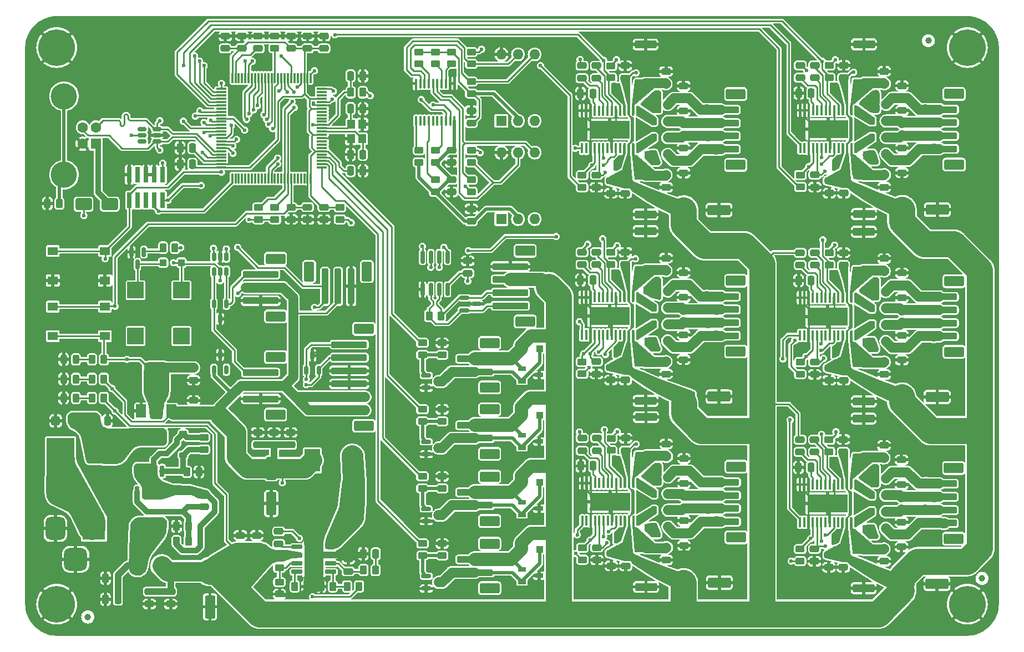
<source format=gbr>
G04 #@! TF.GenerationSoftware,KiCad,Pcbnew,7.0.2-0*
G04 #@! TF.CreationDate,2023-12-22T12:06:10-05:00*
G04 #@! TF.ProjectId,mobo,6d6f626f-2e6b-4696-9361-645f70636258,REV05*
G04 #@! TF.SameCoordinates,Original*
G04 #@! TF.FileFunction,Copper,L1,Top*
G04 #@! TF.FilePolarity,Positive*
%FSLAX46Y46*%
G04 Gerber Fmt 4.6, Leading zero omitted, Abs format (unit mm)*
G04 Created by KiCad (PCBNEW 7.0.2-0) date 2023-12-22 12:06:10*
%MOMM*%
%LPD*%
G01*
G04 APERTURE LIST*
G04 Aperture macros list*
%AMRoundRect*
0 Rectangle with rounded corners*
0 $1 Rounding radius*
0 $2 $3 $4 $5 $6 $7 $8 $9 X,Y pos of 4 corners*
0 Add a 4 corners polygon primitive as box body*
4,1,4,$2,$3,$4,$5,$6,$7,$8,$9,$2,$3,0*
0 Add four circle primitives for the rounded corners*
1,1,$1+$1,$2,$3*
1,1,$1+$1,$4,$5*
1,1,$1+$1,$6,$7*
1,1,$1+$1,$8,$9*
0 Add four rect primitives between the rounded corners*
20,1,$1+$1,$2,$3,$4,$5,0*
20,1,$1+$1,$4,$5,$6,$7,0*
20,1,$1+$1,$6,$7,$8,$9,0*
20,1,$1+$1,$8,$9,$2,$3,0*%
G04 Aperture macros list end*
G04 #@! TA.AperFunction,SMDPad,CuDef*
%ADD10RoundRect,0.250000X0.250000X0.475000X-0.250000X0.475000X-0.250000X-0.475000X0.250000X-0.475000X0*%
G04 #@! TD*
G04 #@! TA.AperFunction,SMDPad,CuDef*
%ADD11RoundRect,0.150000X0.150000X-0.725000X0.150000X0.725000X-0.150000X0.725000X-0.150000X-0.725000X0*%
G04 #@! TD*
G04 #@! TA.AperFunction,SMDPad,CuDef*
%ADD12RoundRect,0.250000X-0.550000X1.500000X-0.550000X-1.500000X0.550000X-1.500000X0.550000X1.500000X0*%
G04 #@! TD*
G04 #@! TA.AperFunction,SMDPad,CuDef*
%ADD13RoundRect,0.250000X-0.475000X0.250000X-0.475000X-0.250000X0.475000X-0.250000X0.475000X0.250000X0*%
G04 #@! TD*
G04 #@! TA.AperFunction,SMDPad,CuDef*
%ADD14RoundRect,0.250000X0.450000X-0.262500X0.450000X0.262500X-0.450000X0.262500X-0.450000X-0.262500X0*%
G04 #@! TD*
G04 #@! TA.AperFunction,SMDPad,CuDef*
%ADD15RoundRect,0.250000X-1.500000X-0.550000X1.500000X-0.550000X1.500000X0.550000X-1.500000X0.550000X0*%
G04 #@! TD*
G04 #@! TA.AperFunction,SMDPad,CuDef*
%ADD16RoundRect,0.250000X-0.450000X0.262500X-0.450000X-0.262500X0.450000X-0.262500X0.450000X0.262500X0*%
G04 #@! TD*
G04 #@! TA.AperFunction,SMDPad,CuDef*
%ADD17RoundRect,0.250000X-0.250000X-0.475000X0.250000X-0.475000X0.250000X0.475000X-0.250000X0.475000X0*%
G04 #@! TD*
G04 #@! TA.AperFunction,SMDPad,CuDef*
%ADD18RoundRect,0.250000X0.475000X-0.250000X0.475000X0.250000X-0.475000X0.250000X-0.475000X-0.250000X0*%
G04 #@! TD*
G04 #@! TA.AperFunction,ComponentPad*
%ADD19C,5.600000*%
G04 #@! TD*
G04 #@! TA.AperFunction,ComponentPad*
%ADD20R,1.600000X1.600000*%
G04 #@! TD*
G04 #@! TA.AperFunction,ComponentPad*
%ADD21O,1.600000X1.600000*%
G04 #@! TD*
G04 #@! TA.AperFunction,SMDPad,CuDef*
%ADD22R,1.500000X2.500000*%
G04 #@! TD*
G04 #@! TA.AperFunction,SMDPad,CuDef*
%ADD23RoundRect,0.250000X-0.300000X-0.300000X0.300000X-0.300000X0.300000X0.300000X-0.300000X0.300000X0*%
G04 #@! TD*
G04 #@! TA.AperFunction,SMDPad,CuDef*
%ADD24RoundRect,0.250000X-1.425000X0.362500X-1.425000X-0.362500X1.425000X-0.362500X1.425000X0.362500X0*%
G04 #@! TD*
G04 #@! TA.AperFunction,SMDPad,CuDef*
%ADD25RoundRect,0.250000X-0.250000X-2.500000X0.250000X-2.500000X0.250000X2.500000X-0.250000X2.500000X0*%
G04 #@! TD*
G04 #@! TA.AperFunction,SMDPad,CuDef*
%ADD26RoundRect,0.250000X-0.550000X-1.250000X0.550000X-1.250000X0.550000X1.250000X-0.550000X1.250000X0*%
G04 #@! TD*
G04 #@! TA.AperFunction,SMDPad,CuDef*
%ADD27RoundRect,0.250000X-2.500000X0.250000X-2.500000X-0.250000X2.500000X-0.250000X2.500000X0.250000X0*%
G04 #@! TD*
G04 #@! TA.AperFunction,SMDPad,CuDef*
%ADD28RoundRect,0.250000X-1.250000X0.550000X-1.250000X-0.550000X1.250000X-0.550000X1.250000X0.550000X0*%
G04 #@! TD*
G04 #@! TA.AperFunction,SMDPad,CuDef*
%ADD29RoundRect,0.150000X0.150000X-0.512500X0.150000X0.512500X-0.150000X0.512500X-0.150000X-0.512500X0*%
G04 #@! TD*
G04 #@! TA.AperFunction,SMDPad,CuDef*
%ADD30R,1.220000X0.650000*%
G04 #@! TD*
G04 #@! TA.AperFunction,SMDPad,CuDef*
%ADD31R,2.500000X2.500000*%
G04 #@! TD*
G04 #@! TA.AperFunction,SMDPad,CuDef*
%ADD32RoundRect,0.150000X-0.587500X-0.150000X0.587500X-0.150000X0.587500X0.150000X-0.587500X0.150000X0*%
G04 #@! TD*
G04 #@! TA.AperFunction,SMDPad,CuDef*
%ADD33RoundRect,0.218750X-0.218750X-0.381250X0.218750X-0.381250X0.218750X0.381250X-0.218750X0.381250X0*%
G04 #@! TD*
G04 #@! TA.AperFunction,SMDPad,CuDef*
%ADD34RoundRect,0.250000X0.262500X0.450000X-0.262500X0.450000X-0.262500X-0.450000X0.262500X-0.450000X0*%
G04 #@! TD*
G04 #@! TA.AperFunction,SMDPad,CuDef*
%ADD35RoundRect,0.250000X-0.262500X-0.450000X0.262500X-0.450000X0.262500X0.450000X-0.262500X0.450000X0*%
G04 #@! TD*
G04 #@! TA.AperFunction,SMDPad,CuDef*
%ADD36RoundRect,0.250000X1.425000X-0.362500X1.425000X0.362500X-1.425000X0.362500X-1.425000X-0.362500X0*%
G04 #@! TD*
G04 #@! TA.AperFunction,SMDPad,CuDef*
%ADD37RoundRect,0.150000X-0.150000X0.825000X-0.150000X-0.825000X0.150000X-0.825000X0.150000X0.825000X0*%
G04 #@! TD*
G04 #@! TA.AperFunction,SMDPad,CuDef*
%ADD38RoundRect,0.225000X-0.375000X0.225000X-0.375000X-0.225000X0.375000X-0.225000X0.375000X0.225000X0*%
G04 #@! TD*
G04 #@! TA.AperFunction,SMDPad,CuDef*
%ADD39C,1.000000*%
G04 #@! TD*
G04 #@! TA.AperFunction,SMDPad,CuDef*
%ADD40RoundRect,0.250000X-1.000000X-0.650000X1.000000X-0.650000X1.000000X0.650000X-1.000000X0.650000X0*%
G04 #@! TD*
G04 #@! TA.AperFunction,SMDPad,CuDef*
%ADD41RoundRect,0.100000X-0.100000X0.637500X-0.100000X-0.637500X0.100000X-0.637500X0.100000X0.637500X0*%
G04 #@! TD*
G04 #@! TA.AperFunction,SMDPad,CuDef*
%ADD42RoundRect,0.250000X-1.000000X1.400000X-1.000000X-1.400000X1.000000X-1.400000X1.000000X1.400000X0*%
G04 #@! TD*
G04 #@! TA.AperFunction,SMDPad,CuDef*
%ADD43RoundRect,0.150000X0.512500X0.150000X-0.512500X0.150000X-0.512500X-0.150000X0.512500X-0.150000X0*%
G04 #@! TD*
G04 #@! TA.AperFunction,SMDPad,CuDef*
%ADD44R,1.550000X1.300000*%
G04 #@! TD*
G04 #@! TA.AperFunction,ComponentPad*
%ADD45R,3.500000X3.500000*%
G04 #@! TD*
G04 #@! TA.AperFunction,ComponentPad*
%ADD46C,2.500000*%
G04 #@! TD*
G04 #@! TA.AperFunction,ComponentPad*
%ADD47RoundRect,0.750000X-0.750000X-1.000000X0.750000X-1.000000X0.750000X1.000000X-0.750000X1.000000X0*%
G04 #@! TD*
G04 #@! TA.AperFunction,ComponentPad*
%ADD48RoundRect,0.875000X-0.875000X-0.875000X0.875000X-0.875000X0.875000X0.875000X-0.875000X0.875000X0*%
G04 #@! TD*
G04 #@! TA.AperFunction,ComponentPad*
%ADD49C,1.600000*%
G04 #@! TD*
G04 #@! TA.AperFunction,ComponentPad*
%ADD50C,4.000000*%
G04 #@! TD*
G04 #@! TA.AperFunction,SMDPad,CuDef*
%ADD51RoundRect,0.100000X-0.100000X0.675000X-0.100000X-0.675000X0.100000X-0.675000X0.100000X0.675000X0*%
G04 #@! TD*
G04 #@! TA.AperFunction,ComponentPad*
%ADD52C,0.600000*%
G04 #@! TD*
G04 #@! TA.AperFunction,SMDPad,CuDef*
%ADD53R,6.200000X2.750000*%
G04 #@! TD*
G04 #@! TA.AperFunction,SMDPad,CuDef*
%ADD54RoundRect,0.250000X0.400000X0.450000X-0.400000X0.450000X-0.400000X-0.450000X0.400000X-0.450000X0*%
G04 #@! TD*
G04 #@! TA.AperFunction,SMDPad,CuDef*
%ADD55RoundRect,0.150000X-0.150000X0.512500X-0.150000X-0.512500X0.150000X-0.512500X0.150000X0.512500X0*%
G04 #@! TD*
G04 #@! TA.AperFunction,SMDPad,CuDef*
%ADD56RoundRect,0.075000X0.725000X0.075000X-0.725000X0.075000X-0.725000X-0.075000X0.725000X-0.075000X0*%
G04 #@! TD*
G04 #@! TA.AperFunction,SMDPad,CuDef*
%ADD57RoundRect,0.075000X0.075000X0.725000X-0.075000X0.725000X-0.075000X-0.725000X0.075000X-0.725000X0*%
G04 #@! TD*
G04 #@! TA.AperFunction,SMDPad,CuDef*
%ADD58RoundRect,0.243750X-0.243750X-0.456250X0.243750X-0.456250X0.243750X0.456250X-0.243750X0.456250X0*%
G04 #@! TD*
G04 #@! TA.AperFunction,SMDPad,CuDef*
%ADD59RoundRect,0.250000X0.300000X0.300000X-0.300000X0.300000X-0.300000X-0.300000X0.300000X-0.300000X0*%
G04 #@! TD*
G04 #@! TA.AperFunction,SMDPad,CuDef*
%ADD60RoundRect,0.150000X-0.737500X-0.150000X0.737500X-0.150000X0.737500X0.150000X-0.737500X0.150000X0*%
G04 #@! TD*
G04 #@! TA.AperFunction,ComponentPad*
%ADD61C,0.500000*%
G04 #@! TD*
G04 #@! TA.AperFunction,SMDPad,CuDef*
%ADD62R,2.950000X4.900000*%
G04 #@! TD*
G04 #@! TA.AperFunction,SMDPad,CuDef*
%ADD63R,0.740000X2.400000*%
G04 #@! TD*
G04 #@! TA.AperFunction,SMDPad,CuDef*
%ADD64R,2.350000X3.500000*%
G04 #@! TD*
G04 #@! TA.AperFunction,SMDPad,CuDef*
%ADD65R,4.240000X3.810000*%
G04 #@! TD*
G04 #@! TA.AperFunction,SMDPad,CuDef*
%ADD66RoundRect,0.150000X-0.150000X0.725000X-0.150000X-0.725000X0.150000X-0.725000X0.150000X0.725000X0*%
G04 #@! TD*
G04 #@! TA.AperFunction,SMDPad,CuDef*
%ADD67RoundRect,0.150000X-0.150000X0.587500X-0.150000X-0.587500X0.150000X-0.587500X0.150000X0.587500X0*%
G04 #@! TD*
G04 #@! TA.AperFunction,SMDPad,CuDef*
%ADD68R,1.200000X1.400000*%
G04 #@! TD*
G04 #@! TA.AperFunction,SMDPad,CuDef*
%ADD69R,1.500000X2.000000*%
G04 #@! TD*
G04 #@! TA.AperFunction,SMDPad,CuDef*
%ADD70R,3.800000X2.000000*%
G04 #@! TD*
G04 #@! TA.AperFunction,ViaPad*
%ADD71C,0.600000*%
G04 #@! TD*
G04 #@! TA.AperFunction,Conductor*
%ADD72C,0.250000*%
G04 #@! TD*
G04 #@! TA.AperFunction,Conductor*
%ADD73C,0.500000*%
G04 #@! TD*
G04 #@! TA.AperFunction,Conductor*
%ADD74C,1.500000*%
G04 #@! TD*
G04 #@! TA.AperFunction,Conductor*
%ADD75C,2.000000*%
G04 #@! TD*
G04 #@! TA.AperFunction,Conductor*
%ADD76C,4.000000*%
G04 #@! TD*
G04 #@! TA.AperFunction,Conductor*
%ADD77C,1.000000*%
G04 #@! TD*
G04 #@! TA.AperFunction,Conductor*
%ADD78C,3.000000*%
G04 #@! TD*
G04 #@! TA.AperFunction,Conductor*
%ADD79C,0.850000*%
G04 #@! TD*
G04 APERTURE END LIST*
D10*
X118350000Y-71310000D03*
X116450000Y-71310000D03*
D11*
X83895000Y-119675000D03*
X85165000Y-119675000D03*
X86435000Y-119675000D03*
X87705000Y-119675000D03*
X87705000Y-114525000D03*
X86435000Y-114525000D03*
X85165000Y-114525000D03*
X83895000Y-114525000D03*
D12*
X95000000Y-135000000D03*
X95000000Y-140400000D03*
D13*
X200575000Y-121750000D03*
X200575000Y-123650000D03*
D14*
X134887500Y-57500000D03*
X134887500Y-55675000D03*
D15*
X167300001Y-79800000D03*
X172700001Y-79800000D03*
D13*
X112400000Y-79360000D03*
X112400000Y-81260000D03*
X191700000Y-86312500D03*
X191700000Y-88212500D03*
D16*
X189500000Y-86350001D03*
X189500000Y-88175001D03*
D13*
X200600000Y-93212501D03*
X200600000Y-95112501D03*
D16*
X151850000Y-131375000D03*
X151850000Y-133200000D03*
X134887500Y-70675000D03*
X134887500Y-72500000D03*
D17*
X116450000Y-64310000D03*
X118350000Y-64310000D03*
D18*
X200625000Y-62712500D03*
X200625000Y-60812500D03*
D19*
X71600000Y-55000000D03*
D20*
X139475000Y-66187500D03*
D21*
X142015000Y-66187500D03*
X144555000Y-66187500D03*
X144555000Y-56027500D03*
X142015000Y-56027500D03*
X139475000Y-56027500D03*
D13*
X200600000Y-100812500D03*
X200600000Y-102712500D03*
D18*
X112400000Y-55125000D03*
X112400000Y-53225000D03*
D17*
X151550000Y-90500001D03*
X153450000Y-90500001D03*
D18*
X167300000Y-98850000D03*
X167300000Y-96950000D03*
D22*
X83950000Y-134100000D03*
X87650000Y-134100000D03*
D13*
X187300000Y-86312501D03*
X187300000Y-88212501D03*
D18*
X134887500Y-66537500D03*
X134887500Y-64637500D03*
D16*
X130450000Y-130737500D03*
X130450000Y-132562500D03*
D23*
X142550000Y-131650000D03*
X145350000Y-131650000D03*
D24*
X194775000Y-131637500D03*
X194775000Y-137562500D03*
D18*
X151825000Y-116537501D03*
X151825000Y-114637501D03*
D25*
X112550000Y-91450000D03*
X114550000Y-91450000D03*
X116550000Y-91450000D03*
D26*
X110150000Y-89200000D03*
X118950000Y-89200000D03*
D15*
X200575000Y-136900000D03*
X205975000Y-136900000D03*
D16*
X129387500Y-75175000D03*
X129387500Y-77000000D03*
D27*
X135437500Y-112650000D03*
X135437500Y-114650000D03*
D28*
X137687500Y-110250000D03*
X137687500Y-117050000D03*
D18*
X167300000Y-70350000D03*
X167300000Y-68450000D03*
D29*
X95600000Y-104187500D03*
X97500000Y-104187500D03*
X96550000Y-101912500D03*
D30*
X142627500Y-104050000D03*
X142627500Y-105950000D03*
X145247500Y-105000000D03*
D13*
X134350000Y-87550000D03*
X134350000Y-89450000D03*
D16*
X185100000Y-103050000D03*
X185100000Y-104875000D03*
D18*
X197875000Y-133450000D03*
X197875000Y-131550000D03*
D31*
X90650000Y-92050000D03*
X83650000Y-92050000D03*
X83650000Y-99050000D03*
X90650000Y-99050000D03*
D32*
X128000000Y-115200000D03*
X128000000Y-117100000D03*
X129875000Y-116150000D03*
D18*
X197900000Y-104912500D03*
X197900000Y-103012500D03*
D17*
X118400000Y-132285000D03*
X120300000Y-132285000D03*
D18*
X164600000Y-76350000D03*
X164600000Y-74450000D03*
D33*
X162737500Y-97250000D03*
X164862500Y-97250000D03*
D13*
X158400000Y-57750000D03*
X158400000Y-59650000D03*
X167300000Y-72250000D03*
X167300000Y-74150000D03*
D15*
X200625001Y-79762500D03*
X206025001Y-79762500D03*
D33*
X162787500Y-125637500D03*
X164912500Y-125637500D03*
D34*
X78812500Y-108500000D03*
X76987500Y-108500000D03*
D18*
X156250000Y-134137500D03*
X156250000Y-132237500D03*
D15*
X167300001Y-108300000D03*
X172700001Y-108300000D03*
D14*
X127437500Y-112062500D03*
X127437500Y-110237500D03*
D18*
X94100000Y-125150000D03*
X94100000Y-123250000D03*
D30*
X142627500Y-114200000D03*
X142627500Y-116100000D03*
X145247500Y-115150000D03*
D27*
X173050000Y-121387500D03*
X173050000Y-123387500D03*
X173050000Y-125387500D03*
X173050000Y-127387500D03*
D28*
X175300000Y-118987500D03*
X175300000Y-129787500D03*
D27*
X206325000Y-64462500D03*
X206325000Y-66462500D03*
X206325000Y-68462500D03*
X206325000Y-70462500D03*
D28*
X208575000Y-62062500D03*
X208575000Y-72862500D03*
D16*
X156200000Y-86287501D03*
X156200000Y-88112501D03*
D17*
X116450000Y-73810000D03*
X118350000Y-73810000D03*
D35*
X107937500Y-137285000D03*
X109762500Y-137285000D03*
D33*
X162737500Y-94750001D03*
X164862500Y-94750001D03*
D17*
X184875000Y-61962501D03*
X186775000Y-61962501D03*
D13*
X197875000Y-115750000D03*
X197875000Y-117650000D03*
D36*
X161500000Y-88962500D03*
X161500000Y-83037500D03*
D13*
X197900000Y-87212501D03*
X197900000Y-89112501D03*
X191675000Y-114850000D03*
X191675000Y-116750000D03*
D34*
X89662500Y-85550000D03*
X87837500Y-85550000D03*
D35*
X118437500Y-134785000D03*
X120262500Y-134785000D03*
D18*
X102350000Y-55125000D03*
X102350000Y-53225000D03*
D37*
X131267500Y-86975000D03*
X129997500Y-86975000D03*
X128727500Y-86975000D03*
X127457500Y-86975000D03*
X127457500Y-91925000D03*
X128727500Y-91925000D03*
X129997500Y-91925000D03*
X131267500Y-91925000D03*
D33*
X162787500Y-123137501D03*
X164912500Y-123137501D03*
D24*
X161550000Y-131425000D03*
X161550000Y-137350000D03*
D33*
X196062500Y-63662501D03*
X198187500Y-63662501D03*
D24*
X161500000Y-103037500D03*
X161500000Y-108962500D03*
D33*
X162737500Y-92200001D03*
X164862500Y-92200001D03*
D14*
X134887500Y-77000000D03*
X134887500Y-75175000D03*
D16*
X129387500Y-55675000D03*
X129387500Y-57500000D03*
D18*
X134887500Y-81537500D03*
X134887500Y-79637500D03*
D35*
X89887500Y-130400000D03*
X91712500Y-130400000D03*
D18*
X154000000Y-104850000D03*
X154000000Y-102950000D03*
D38*
X90900000Y-122550000D03*
X90900000Y-125850000D03*
D36*
X194775000Y-117562500D03*
X194775000Y-111637500D03*
D27*
X135437500Y-122900000D03*
X135437500Y-124900000D03*
D28*
X137687500Y-120500000D03*
X137687500Y-127300000D03*
D32*
X128000000Y-105050000D03*
X128000000Y-106950000D03*
X129875000Y-106000000D03*
D39*
X76350000Y-141950000D03*
D33*
X162737500Y-66250001D03*
X164862500Y-66250001D03*
D16*
X130437500Y-100087500D03*
X130437500Y-101912500D03*
D14*
X114850000Y-81222500D03*
X114850000Y-79397500D03*
D40*
X75700000Y-78900000D03*
X79700000Y-78900000D03*
D13*
X167300000Y-64650001D03*
X167300000Y-66550001D03*
D18*
X200575000Y-119850000D03*
X200575000Y-117950000D03*
D16*
X126887500Y-70675000D03*
X126887500Y-72500000D03*
D13*
X131887500Y-75137500D03*
X131887500Y-77037500D03*
D18*
X191675000Y-134350000D03*
X191675000Y-132450000D03*
D17*
X79050000Y-136000000D03*
X80950000Y-136000000D03*
D18*
X200575000Y-127450000D03*
X200575000Y-125550000D03*
D27*
X116250000Y-100350000D03*
X116250000Y-102350000D03*
X116250000Y-104350000D03*
X116250000Y-106350000D03*
X116250000Y-108350000D03*
X116250000Y-110350000D03*
D28*
X118500000Y-97950000D03*
X118500000Y-112750000D03*
D18*
X200600000Y-98912500D03*
X200600000Y-97012500D03*
D16*
X107400000Y-79397500D03*
X107400000Y-81222500D03*
D13*
X154050000Y-114637501D03*
X154050000Y-116537501D03*
D18*
X167300000Y-91250000D03*
X167300000Y-89350000D03*
D23*
X142537500Y-101000000D03*
X145337500Y-101000000D03*
D33*
X196062500Y-68712500D03*
X198187500Y-68712500D03*
D13*
X167350000Y-129137500D03*
X167350000Y-131037500D03*
D39*
X204650000Y-53950000D03*
D33*
X196062500Y-66212501D03*
X198187500Y-66212501D03*
D16*
X189475000Y-114887500D03*
X189475000Y-116712500D03*
D13*
X197925000Y-58612501D03*
X197925000Y-60512501D03*
D23*
X142537500Y-111150000D03*
X145337500Y-111150000D03*
D17*
X151600000Y-118887501D03*
X153500000Y-118887501D03*
D41*
X132312500Y-60475000D03*
X131662500Y-60475000D03*
X131012500Y-60475000D03*
X130362500Y-60475000D03*
X129712500Y-60475000D03*
X129062500Y-60475000D03*
X128412500Y-60475000D03*
X127762500Y-60475000D03*
X127112500Y-60475000D03*
X126462500Y-60475000D03*
X126462500Y-66200000D03*
X127112500Y-66200000D03*
X127762500Y-66200000D03*
X128412500Y-66200000D03*
X129062500Y-66200000D03*
X129712500Y-66200000D03*
X130362500Y-66200000D03*
X131012500Y-66200000D03*
X131662500Y-66200000D03*
X132312500Y-66200000D03*
D18*
X158450000Y-134137500D03*
X158450000Y-132237500D03*
D13*
X200625000Y-72212500D03*
X200625000Y-74112500D03*
D42*
X117050000Y-125835000D03*
X110250000Y-125835000D03*
D18*
X191725000Y-77212500D03*
X191725000Y-75312500D03*
D36*
X161550000Y-117350000D03*
X161550000Y-111425000D03*
D43*
X86937500Y-69350000D03*
X86937500Y-68400000D03*
X86937500Y-67450000D03*
X84662500Y-67450000D03*
X84662500Y-68400000D03*
X84662500Y-69350000D03*
D24*
X194825000Y-74500000D03*
X194825000Y-80425000D03*
D33*
X196012500Y-123350000D03*
X198137500Y-123350000D03*
D18*
X158400000Y-77250000D03*
X158400000Y-75350000D03*
D27*
X206275000Y-121600000D03*
X206275000Y-123600000D03*
X206275000Y-125600000D03*
X206275000Y-127600000D03*
D28*
X208525000Y-119200000D03*
X208525000Y-130000000D03*
D44*
X78975000Y-90550000D03*
X71025000Y-90550000D03*
X78975000Y-86050000D03*
X71025000Y-86050000D03*
D18*
X191700000Y-105812500D03*
X191700000Y-103912500D03*
D17*
X184850000Y-90562501D03*
X186750000Y-90562501D03*
D27*
X102750000Y-89650000D03*
X102750000Y-91650000D03*
X102750000Y-93650000D03*
D28*
X105000000Y-87250000D03*
X105000000Y-96050000D03*
D39*
X212850000Y-136050000D03*
D30*
X142627500Y-124450000D03*
X142627500Y-126350000D03*
X145247500Y-125400000D03*
D33*
X196012500Y-128400000D03*
X198137500Y-128400000D03*
X196037500Y-92262501D03*
X198162500Y-92262501D03*
D13*
X107299121Y-113769611D03*
X107299121Y-115669611D03*
D18*
X99850000Y-55100000D03*
X99850000Y-53200000D03*
X89000000Y-139950000D03*
X89000000Y-138050000D03*
D45*
X77300000Y-128437500D03*
D46*
X71400000Y-128437500D03*
D47*
X71400000Y-128437500D03*
D48*
X74500000Y-133137500D03*
D46*
X71400000Y-123437500D03*
D13*
X200625000Y-64612501D03*
X200625000Y-66512501D03*
D14*
X127437500Y-101912500D03*
X127437500Y-100087500D03*
D20*
X77587500Y-69675000D03*
D49*
X77587500Y-67175000D03*
X75587500Y-67175000D03*
X75587500Y-69675000D03*
D50*
X72727500Y-74425000D03*
X72727500Y-62425000D03*
D18*
X164600000Y-104850000D03*
X164600000Y-102950000D03*
D16*
X151800000Y-74487500D03*
X151800000Y-76312500D03*
D13*
X116100000Y-133085000D03*
X116100000Y-134985000D03*
D27*
X135450000Y-133150000D03*
X135450000Y-135150000D03*
D28*
X137700000Y-130750000D03*
X137700000Y-137550000D03*
D18*
X154000000Y-76350000D03*
X154000000Y-74450000D03*
X187325000Y-76312500D03*
X187325000Y-74412500D03*
D51*
X193525000Y-93187500D03*
X192875000Y-93187500D03*
X192225000Y-93187500D03*
X191575000Y-93187500D03*
X190925000Y-93187500D03*
X190275000Y-93187500D03*
X189625000Y-93187500D03*
X188975000Y-93187500D03*
X188325000Y-93187500D03*
X187675000Y-93187500D03*
X187025000Y-93187500D03*
X186375000Y-93187500D03*
X185725000Y-93187500D03*
X185075000Y-93187500D03*
X185075000Y-98937500D03*
X185725000Y-98937500D03*
X186375000Y-98937500D03*
X187025000Y-98937500D03*
X187675000Y-98937500D03*
X188325000Y-98937500D03*
X188975000Y-98937500D03*
X189625000Y-98937500D03*
X190275000Y-98937500D03*
X190925000Y-98937500D03*
X191575000Y-98937500D03*
X192225000Y-98937500D03*
X192875000Y-98937500D03*
X193525000Y-98937500D03*
D52*
X192100000Y-94987500D03*
X190233333Y-94987500D03*
X188366667Y-94987500D03*
X186500000Y-94987500D03*
D53*
X189300000Y-96062500D03*
D52*
X192100000Y-97137500D03*
X190233333Y-97137500D03*
X188366667Y-97137500D03*
X186500000Y-97137500D03*
D33*
X196037500Y-94812501D03*
X198162500Y-94812501D03*
D54*
X74350000Y-112000000D03*
X71450000Y-112000000D03*
D16*
X105600000Y-132622500D03*
X105600000Y-134447500D03*
D33*
X196012500Y-125850000D03*
X198137500Y-125850000D03*
D18*
X197925000Y-76312500D03*
X197925000Y-74412500D03*
D52*
X186525000Y-68537500D03*
X188391667Y-68537500D03*
X190258333Y-68537500D03*
X192125000Y-68537500D03*
D53*
X189325000Y-67462500D03*
D52*
X186525000Y-66387500D03*
X188391667Y-66387500D03*
X190258333Y-66387500D03*
X192125000Y-66387500D03*
D51*
X193550000Y-70337500D03*
X192900000Y-70337500D03*
X192250000Y-70337500D03*
X191600000Y-70337500D03*
X190950000Y-70337500D03*
X190300000Y-70337500D03*
X189650000Y-70337500D03*
X189000000Y-70337500D03*
X188350000Y-70337500D03*
X187700000Y-70337500D03*
X187050000Y-70337500D03*
X186400000Y-70337500D03*
X185750000Y-70337500D03*
X185100000Y-70337500D03*
X185100000Y-64587500D03*
X185750000Y-64587500D03*
X186400000Y-64587500D03*
X187050000Y-64587500D03*
X187700000Y-64587500D03*
X188350000Y-64587500D03*
X189000000Y-64587500D03*
X189650000Y-64587500D03*
X190300000Y-64587500D03*
X190950000Y-64587500D03*
X191600000Y-64587500D03*
X192250000Y-64587500D03*
X192900000Y-64587500D03*
X193550000Y-64587500D03*
D18*
X109900000Y-55125000D03*
X109900000Y-53225000D03*
D34*
X91712500Y-128100000D03*
X89887500Y-128100000D03*
D10*
X79350000Y-112000000D03*
X77450000Y-112000000D03*
D16*
X156200000Y-57787501D03*
X156200000Y-59612501D03*
X189525000Y-57750001D03*
X189525000Y-59575001D03*
D13*
X187275000Y-114850000D03*
X187275000Y-116750000D03*
D17*
X184825000Y-119100000D03*
X186725000Y-119100000D03*
D18*
X189500000Y-105812500D03*
X189500000Y-103912500D03*
X187300000Y-104912500D03*
X187300000Y-103012500D03*
D55*
X97500000Y-94112500D03*
X95600000Y-94112500D03*
X96550000Y-96387500D03*
D16*
X130437500Y-110237500D03*
X130437500Y-112062500D03*
D35*
X91487500Y-119800000D03*
X93312500Y-119800000D03*
D36*
X161500000Y-60462500D03*
X161500000Y-54537500D03*
D33*
X162737500Y-63700001D03*
X164862500Y-63700001D03*
D34*
X118312500Y-61810000D03*
X116487500Y-61810000D03*
D18*
X185050000Y-116750000D03*
X185050000Y-114850000D03*
D14*
X127450000Y-132562500D03*
X127450000Y-130737500D03*
D18*
X167350000Y-127237500D03*
X167350000Y-125337500D03*
D16*
X131887500Y-55675000D03*
X131887500Y-57500000D03*
D56*
X112075000Y-73310000D03*
X112075000Y-72810000D03*
X112075000Y-72310000D03*
X112075000Y-71810000D03*
X112075000Y-71310000D03*
X112075000Y-70810000D03*
X112075000Y-70310000D03*
X112075000Y-69810000D03*
X112075000Y-69310000D03*
X112075000Y-68810000D03*
X112075000Y-68310000D03*
X112075000Y-67810000D03*
X112075000Y-67310000D03*
X112075000Y-66810000D03*
X112075000Y-66310000D03*
X112075000Y-65810000D03*
X112075000Y-65310000D03*
X112075000Y-64810000D03*
X112075000Y-64310000D03*
X112075000Y-63810000D03*
X112075000Y-63310000D03*
X112075000Y-62810000D03*
X112075000Y-62310000D03*
X112075000Y-61810000D03*
X112075000Y-61310000D03*
D57*
X110400000Y-59635000D03*
X109900000Y-59635000D03*
X109400000Y-59635000D03*
X108900000Y-59635000D03*
X108400000Y-59635000D03*
X107900000Y-59635000D03*
X107400000Y-59635000D03*
X106900000Y-59635000D03*
X106400000Y-59635000D03*
X105900000Y-59635000D03*
X105400000Y-59635000D03*
X104900000Y-59635000D03*
X104400000Y-59635000D03*
X103900000Y-59635000D03*
X103400000Y-59635000D03*
X102900000Y-59635000D03*
X102400000Y-59635000D03*
X101900000Y-59635000D03*
X101400000Y-59635000D03*
X100900000Y-59635000D03*
X100400000Y-59635000D03*
X99900000Y-59635000D03*
X99400000Y-59635000D03*
X98900000Y-59635000D03*
X98400000Y-59635000D03*
D56*
X96725000Y-61310000D03*
X96725000Y-61810000D03*
X96725000Y-62310000D03*
X96725000Y-62810000D03*
X96725000Y-63310000D03*
X96725000Y-63810000D03*
X96725000Y-64310000D03*
X96725000Y-64810000D03*
X96725000Y-65310000D03*
X96725000Y-65810000D03*
X96725000Y-66310000D03*
X96725000Y-66810000D03*
X96725000Y-67310000D03*
X96725000Y-67810000D03*
X96725000Y-68310000D03*
X96725000Y-68810000D03*
X96725000Y-69310000D03*
X96725000Y-69810000D03*
X96725000Y-70310000D03*
X96725000Y-70810000D03*
X96725000Y-71310000D03*
X96725000Y-71810000D03*
X96725000Y-72310000D03*
X96725000Y-72810000D03*
X96725000Y-73310000D03*
D57*
X98400000Y-74985000D03*
X98900000Y-74985000D03*
X99400000Y-74985000D03*
X99900000Y-74985000D03*
X100400000Y-74985000D03*
X100900000Y-74985000D03*
X101400000Y-74985000D03*
X101900000Y-74985000D03*
X102400000Y-74985000D03*
X102900000Y-74985000D03*
X103400000Y-74985000D03*
X103900000Y-74985000D03*
X104400000Y-74985000D03*
X104900000Y-74985000D03*
X105400000Y-74985000D03*
X105900000Y-74985000D03*
X106400000Y-74985000D03*
X106900000Y-74985000D03*
X107400000Y-74985000D03*
X107900000Y-74985000D03*
X108400000Y-74985000D03*
X108900000Y-74985000D03*
X109400000Y-74985000D03*
X109900000Y-74985000D03*
X110400000Y-74985000D03*
D15*
X167350001Y-136687500D03*
X172750001Y-136687500D03*
D18*
X151775000Y-88150001D03*
X151775000Y-86250001D03*
D13*
X164600000Y-87150001D03*
X164600000Y-89050001D03*
D10*
X92350000Y-70310000D03*
X90450000Y-70310000D03*
D58*
X72662500Y-105600000D03*
X74537500Y-105600000D03*
D13*
X102150000Y-129485000D03*
X102150000Y-131385000D03*
X167300000Y-93150001D03*
X167300000Y-95050001D03*
D19*
X210600000Y-140000000D03*
D33*
X196012500Y-120800000D03*
X198137500Y-120800000D03*
D51*
X193500000Y-121725000D03*
X192850000Y-121725000D03*
X192200000Y-121725000D03*
X191550000Y-121725000D03*
X190900000Y-121725000D03*
X190250000Y-121725000D03*
X189600000Y-121725000D03*
X188950000Y-121725000D03*
X188300000Y-121725000D03*
X187650000Y-121725000D03*
X187000000Y-121725000D03*
X186350000Y-121725000D03*
X185700000Y-121725000D03*
X185050000Y-121725000D03*
X185050000Y-127475000D03*
X185700000Y-127475000D03*
X186350000Y-127475000D03*
X187000000Y-127475000D03*
X187650000Y-127475000D03*
X188300000Y-127475000D03*
X188950000Y-127475000D03*
X189600000Y-127475000D03*
X190250000Y-127475000D03*
X190900000Y-127475000D03*
X191550000Y-127475000D03*
X192200000Y-127475000D03*
X192850000Y-127475000D03*
X193500000Y-127475000D03*
D52*
X192075000Y-123525000D03*
X190208333Y-123525000D03*
X188341667Y-123525000D03*
X186475000Y-123525000D03*
D53*
X189275000Y-124600000D03*
D52*
X192075000Y-125675000D03*
X190208333Y-125675000D03*
X188341667Y-125675000D03*
X186475000Y-125675000D03*
D34*
X113762500Y-137285000D03*
X111937500Y-137285000D03*
D59*
X90650000Y-87850000D03*
X87850000Y-87850000D03*
D16*
X126887500Y-55675000D03*
X126887500Y-57500000D03*
D60*
X108287500Y-131230000D03*
X108287500Y-132500000D03*
X108287500Y-133770000D03*
X108287500Y-135040000D03*
X113412500Y-135040000D03*
X113412500Y-133770000D03*
X113412500Y-132500000D03*
X113412500Y-131230000D03*
D61*
X110200000Y-131835000D03*
X110200000Y-133135000D03*
X110200000Y-134435000D03*
D62*
X110850000Y-133135000D03*
D61*
X111500000Y-131835000D03*
X111500000Y-133135000D03*
X111500000Y-134435000D03*
D27*
X173000000Y-64500000D03*
X173000000Y-66500000D03*
X173000000Y-68500000D03*
X173000000Y-70500000D03*
D28*
X175250000Y-62100000D03*
X175250000Y-72900000D03*
D18*
X97350000Y-55125000D03*
X97350000Y-53225000D03*
X189525000Y-77212500D03*
X189525000Y-75312500D03*
D27*
X135437500Y-102500000D03*
X135437500Y-104500000D03*
D28*
X137687500Y-100100000D03*
X137687500Y-106900000D03*
D30*
X142640000Y-134700000D03*
X142640000Y-136600000D03*
X145260000Y-135650000D03*
D24*
X194800000Y-103100000D03*
X194800000Y-109025000D03*
D13*
X164650000Y-115537501D03*
X164650000Y-117437501D03*
D14*
X104900000Y-81222500D03*
X104900000Y-79397500D03*
D13*
X158450000Y-114637500D03*
X158450000Y-116537500D03*
D33*
X162787500Y-120587501D03*
X164912500Y-120587501D03*
D18*
X85750000Y-139950000D03*
X85750000Y-138050000D03*
D16*
X94100000Y-114537500D03*
X94100000Y-116362500D03*
D18*
X92500000Y-110800000D03*
X92500000Y-108900000D03*
D33*
X196062500Y-71262500D03*
X198187500Y-71262500D03*
D18*
X107400000Y-55125000D03*
X107400000Y-53225000D03*
X154050000Y-133237500D03*
X154050000Y-131337500D03*
D17*
X116450000Y-59310000D03*
X118350000Y-59310000D03*
D33*
X196037500Y-99862500D03*
X198162500Y-99862500D03*
D51*
X160275000Y-121512500D03*
X159625000Y-121512500D03*
X158975000Y-121512500D03*
X158325000Y-121512500D03*
X157675000Y-121512500D03*
X157025000Y-121512500D03*
X156375000Y-121512500D03*
X155725000Y-121512500D03*
X155075000Y-121512500D03*
X154425000Y-121512500D03*
X153775000Y-121512500D03*
X153125000Y-121512500D03*
X152475000Y-121512500D03*
X151825000Y-121512500D03*
X151825000Y-127262500D03*
X152475000Y-127262500D03*
X153125000Y-127262500D03*
X153775000Y-127262500D03*
X154425000Y-127262500D03*
X155075000Y-127262500D03*
X155725000Y-127262500D03*
X156375000Y-127262500D03*
X157025000Y-127262500D03*
X157675000Y-127262500D03*
X158325000Y-127262500D03*
X158975000Y-127262500D03*
X159625000Y-127262500D03*
X160275000Y-127262500D03*
D52*
X158850000Y-123312500D03*
X156983333Y-123312500D03*
X155116667Y-123312500D03*
X153250000Y-123312500D03*
D53*
X156050000Y-124387500D03*
D52*
X158850000Y-125462500D03*
X156983333Y-125462500D03*
X155116667Y-125462500D03*
X153250000Y-125462500D03*
D18*
X200625000Y-70312500D03*
X200625000Y-68412500D03*
D16*
X134887500Y-60175000D03*
X134887500Y-62000000D03*
D13*
X109900000Y-79360000D03*
X109900000Y-81260000D03*
D36*
X194800000Y-89025000D03*
X194800000Y-83100000D03*
D16*
X130437500Y-120487500D03*
X130437500Y-122312500D03*
D13*
X92500000Y-103900000D03*
X92500000Y-105800000D03*
X99650000Y-129485000D03*
X99650000Y-131385000D03*
X167300000Y-100750000D03*
X167300000Y-102650000D03*
D24*
X161500000Y-74537500D03*
X161500000Y-80462500D03*
D16*
X129387500Y-70675000D03*
X129387500Y-72500000D03*
D58*
X72662500Y-108500000D03*
X74537500Y-108500000D03*
D34*
X117762500Y-137285000D03*
X115937500Y-137285000D03*
D13*
X105487500Y-128872500D03*
X105487500Y-130772500D03*
D18*
X156200000Y-105750000D03*
X156200000Y-103850000D03*
D27*
X206300000Y-93062500D03*
X206300000Y-95062500D03*
X206300000Y-97062500D03*
X206300000Y-99062500D03*
D28*
X208550000Y-90662500D03*
X208550000Y-101462500D03*
D32*
X128000000Y-125450000D03*
X128000000Y-127350000D03*
X129875000Y-126400000D03*
D17*
X151550000Y-62000001D03*
X153450000Y-62000001D03*
D33*
X162737500Y-71300000D03*
X164862500Y-71300000D03*
D63*
X87790000Y-74400000D03*
X87790000Y-78300000D03*
X86520000Y-74400000D03*
X86520000Y-78300000D03*
X85250000Y-74400000D03*
X85250000Y-78300000D03*
X83980000Y-74400000D03*
X83980000Y-78300000D03*
X82710000Y-74400000D03*
X82710000Y-78300000D03*
D34*
X72012500Y-78800000D03*
X70187500Y-78800000D03*
D13*
X154000000Y-86250001D03*
X154000000Y-88150001D03*
D27*
X140850000Y-88425000D03*
X140850000Y-90425000D03*
X140850000Y-92425000D03*
X140850000Y-94425000D03*
D28*
X143100000Y-86025000D03*
X143100000Y-96825000D03*
D51*
X160225000Y-64625000D03*
X159575000Y-64625000D03*
X158925000Y-64625000D03*
X158275000Y-64625000D03*
X157625000Y-64625000D03*
X156975000Y-64625000D03*
X156325000Y-64625000D03*
X155675000Y-64625000D03*
X155025000Y-64625000D03*
X154375000Y-64625000D03*
X153725000Y-64625000D03*
X153075000Y-64625000D03*
X152425000Y-64625000D03*
X151775000Y-64625000D03*
X151775000Y-70375000D03*
X152425000Y-70375000D03*
X153075000Y-70375000D03*
X153725000Y-70375000D03*
X154375000Y-70375000D03*
X155025000Y-70375000D03*
X155675000Y-70375000D03*
X156325000Y-70375000D03*
X156975000Y-70375000D03*
X157625000Y-70375000D03*
X158275000Y-70375000D03*
X158925000Y-70375000D03*
X159575000Y-70375000D03*
X160225000Y-70375000D03*
D52*
X158800000Y-66425000D03*
X156933333Y-66425000D03*
X155066667Y-66425000D03*
X153200000Y-66425000D03*
D53*
X156000000Y-67500000D03*
D52*
X158800000Y-68575000D03*
X156933333Y-68575000D03*
X155066667Y-68575000D03*
X153200000Y-68575000D03*
D16*
X151800000Y-102987500D03*
X151800000Y-104812500D03*
D18*
X167300000Y-62750000D03*
X167300000Y-60850000D03*
D13*
X187325000Y-57712501D03*
X187325000Y-59612501D03*
D18*
X151775000Y-59650001D03*
X151775000Y-57750001D03*
D13*
X191725000Y-57712500D03*
X191725000Y-59612500D03*
D51*
X160225000Y-93125000D03*
X159575000Y-93125000D03*
X158925000Y-93125000D03*
X158275000Y-93125000D03*
X157625000Y-93125000D03*
X156975000Y-93125000D03*
X156325000Y-93125000D03*
X155675000Y-93125000D03*
X155025000Y-93125000D03*
X154375000Y-93125000D03*
X153725000Y-93125000D03*
X153075000Y-93125000D03*
X152425000Y-93125000D03*
X151775000Y-93125000D03*
X151775000Y-98875000D03*
X152425000Y-98875000D03*
X153075000Y-98875000D03*
X153725000Y-98875000D03*
X154375000Y-98875000D03*
X155025000Y-98875000D03*
X155675000Y-98875000D03*
X156325000Y-98875000D03*
X156975000Y-98875000D03*
X157625000Y-98875000D03*
X158275000Y-98875000D03*
X158925000Y-98875000D03*
X159575000Y-98875000D03*
X160225000Y-98875000D03*
D52*
X158800000Y-94925000D03*
X156933333Y-94925000D03*
X155066667Y-94925000D03*
X153200000Y-94925000D03*
D53*
X156000000Y-96000000D03*
D52*
X158800000Y-97075000D03*
X156933333Y-97075000D03*
X155066667Y-97075000D03*
X153200000Y-97075000D03*
D64*
X116675000Y-118035000D03*
X110625000Y-118035000D03*
D17*
X79050000Y-139250000D03*
X80950000Y-139250000D03*
D10*
X92350000Y-72810000D03*
X90450000Y-72810000D03*
D55*
X97500000Y-86912500D03*
X96550000Y-86912500D03*
X95600000Y-86912500D03*
X95600000Y-89187500D03*
X96550000Y-89187500D03*
X97500000Y-89187500D03*
D18*
X185075000Y-88212501D03*
X185075000Y-86312501D03*
D13*
X200575000Y-129350000D03*
X200575000Y-131250000D03*
D14*
X102400000Y-81222500D03*
X102400000Y-79397500D03*
D18*
X156200000Y-77250000D03*
X156200000Y-75350000D03*
D19*
X71600000Y-140000000D03*
D14*
X104900000Y-55087500D03*
X104900000Y-53262500D03*
D13*
X158400000Y-86250000D03*
X158400000Y-88150000D03*
D16*
X185075000Y-131587500D03*
X185075000Y-133412500D03*
D33*
X162737500Y-99800000D03*
X164862500Y-99800000D03*
D20*
X139475000Y-81187500D03*
D21*
X142015000Y-81187500D03*
X144555000Y-81187500D03*
X144555000Y-71027500D03*
X142015000Y-71027500D03*
X139475000Y-71027500D03*
D16*
X156250000Y-114675001D03*
X156250000Y-116500001D03*
D18*
X158400000Y-105750000D03*
X158400000Y-103850000D03*
X167350000Y-119637500D03*
X167350000Y-117737500D03*
D13*
X154000000Y-57750001D03*
X154000000Y-59650001D03*
D65*
X72215000Y-116500000D03*
X78585000Y-116500000D03*
D58*
X72662500Y-102600000D03*
X74537500Y-102600000D03*
D18*
X187275000Y-133450000D03*
X187275000Y-131550000D03*
D14*
X127437500Y-122312500D03*
X127437500Y-120487500D03*
D32*
X133812500Y-93200000D03*
X133812500Y-95100000D03*
X135687500Y-94150000D03*
D33*
X162737500Y-68750000D03*
X164862500Y-68750000D03*
X196037500Y-97312500D03*
X198162500Y-97312500D03*
D13*
X104799121Y-113769611D03*
X104799121Y-115669611D03*
D66*
X87705000Y-122825000D03*
X86435000Y-122825000D03*
X85165000Y-122825000D03*
X83895000Y-122825000D03*
X83895000Y-127975000D03*
X85165000Y-127975000D03*
X86435000Y-127975000D03*
X87705000Y-127975000D03*
D16*
X105600000Y-136622500D03*
X105600000Y-138447500D03*
D67*
X84900000Y-86212500D03*
X83000000Y-86212500D03*
X83950000Y-88087500D03*
D38*
X90900000Y-113950000D03*
X90900000Y-117250000D03*
D16*
X185125000Y-74450000D03*
X185125000Y-76275000D03*
D36*
X194825000Y-60425000D03*
X194825000Y-54500000D03*
D27*
X173000000Y-93000000D03*
X173000000Y-95000000D03*
X173000000Y-97000000D03*
X173000000Y-99000000D03*
D28*
X175250000Y-90600000D03*
X175250000Y-101400000D03*
D27*
X102750000Y-104650000D03*
X102750000Y-106650000D03*
X102750000Y-108650000D03*
D28*
X105000000Y-102250000D03*
X105000000Y-111050000D03*
D68*
X118250000Y-68910000D03*
X118250000Y-66710000D03*
X116550000Y-66710000D03*
X116550000Y-68910000D03*
D12*
X104350000Y-119235000D03*
X104350000Y-124635000D03*
D13*
X131887500Y-70637500D03*
X131887500Y-72537500D03*
D18*
X164650000Y-133237500D03*
X164650000Y-131337500D03*
D69*
X84500000Y-110500000D03*
X86800000Y-110500000D03*
D70*
X86800000Y-104200000D03*
D69*
X89100000Y-110500000D03*
D18*
X189475000Y-134350000D03*
X189475000Y-132450000D03*
D13*
X167350000Y-121537501D03*
X167350000Y-123437501D03*
D34*
X78812500Y-102600000D03*
X76987500Y-102600000D03*
D29*
X109700000Y-104287500D03*
X111600000Y-104287500D03*
X110650000Y-102012500D03*
D23*
X142537500Y-121400000D03*
X145337500Y-121400000D03*
D13*
X102299121Y-113769611D03*
X102299121Y-115669611D03*
D34*
X78812500Y-105600000D03*
X76987500Y-105600000D03*
D32*
X128012500Y-135700000D03*
X128012500Y-137600000D03*
X129887500Y-136650000D03*
D33*
X162787500Y-128187500D03*
X164912500Y-128187500D03*
D15*
X200600001Y-108362500D03*
X206000001Y-108362500D03*
D44*
X71025000Y-94550000D03*
X78975000Y-94550000D03*
X71025000Y-99050000D03*
X78975000Y-99050000D03*
D35*
X128450000Y-95950000D03*
X130275000Y-95950000D03*
D13*
X164600000Y-58650001D03*
X164600000Y-60550001D03*
D18*
X200600000Y-91312500D03*
X200600000Y-89412500D03*
D19*
X210600000Y-55000000D03*
D18*
X185100000Y-59612501D03*
X185100000Y-57712501D03*
D71*
X163150000Y-138750000D03*
X151950000Y-100450000D03*
X70050000Y-111350000D03*
X93250000Y-138750000D03*
X171150000Y-78250000D03*
X207650000Y-78350000D03*
X194250000Y-81750000D03*
X199350000Y-64650000D03*
X189550000Y-78250000D03*
X165950000Y-98650000D03*
X186150000Y-134150000D03*
X92500000Y-140250000D03*
X126700000Y-127400000D03*
X187350000Y-77250000D03*
X113975000Y-66710000D03*
X77850000Y-135950000D03*
X105450000Y-70650000D03*
X92500000Y-139250000D03*
X101750000Y-125750000D03*
X85250000Y-72350000D03*
X135350000Y-97750000D03*
X93250000Y-139750000D03*
X115225000Y-64360000D03*
X167250000Y-88250000D03*
X126712500Y-136650000D03*
X189550000Y-106850000D03*
X119425000Y-72410000D03*
X85750000Y-141150000D03*
X145250000Y-136650000D03*
X102750000Y-123250000D03*
X101750000Y-112500000D03*
X119675000Y-64310000D03*
X98650000Y-54350000D03*
X136250000Y-78950000D03*
X68950000Y-78850000D03*
X195350000Y-138850000D03*
X165950000Y-70350000D03*
X151550000Y-117550000D03*
X162050000Y-81750000D03*
X173350000Y-106750000D03*
X205450000Y-106850000D03*
X115475000Y-72510000D03*
X92500000Y-141250000D03*
X119675000Y-68910000D03*
X70050000Y-112450000D03*
X73750000Y-136650000D03*
X79350000Y-110550000D03*
X115225000Y-65460000D03*
X199350000Y-93250000D03*
X119675000Y-71260000D03*
X127712500Y-138650000D03*
X68250000Y-130450000D03*
X108250000Y-125250000D03*
X99150000Y-62350000D03*
X126600000Y-118200000D03*
X171150000Y-138350000D03*
X165950000Y-127050000D03*
X164650000Y-114450000D03*
X119750000Y-103450000D03*
X193350000Y-53250000D03*
X163850000Y-82950000D03*
X193250000Y-116250000D03*
X83000000Y-109500000D03*
X99000000Y-128250000D03*
X126600000Y-116200000D03*
X109550000Y-92950000D03*
X160850000Y-53250000D03*
X99000000Y-88750000D03*
X83000000Y-111000000D03*
X174350000Y-106750000D03*
X101750000Y-124750000D03*
X91000000Y-105500000D03*
X101250000Y-110000000D03*
X163150000Y-53250000D03*
X130450000Y-119450000D03*
X165850000Y-87150000D03*
X193150000Y-138850000D03*
X165950000Y-58650000D03*
X160950000Y-138750000D03*
X192350000Y-85150000D03*
X117375000Y-62860000D03*
X205450000Y-78350000D03*
X172050000Y-106750000D03*
X106750000Y-112500000D03*
X69000000Y-128000000D03*
X130450000Y-109150000D03*
X77850000Y-139250000D03*
X152550000Y-120050000D03*
X162950000Y-81750000D03*
X126712500Y-137650000D03*
X199250000Y-127450000D03*
X115425000Y-63110000D03*
X199250000Y-98950000D03*
X158950000Y-56650000D03*
X165950000Y-93150000D03*
X128600000Y-118200000D03*
X197050000Y-137550000D03*
X144250000Y-87750000D03*
X83750000Y-108750000D03*
X127700000Y-128400000D03*
X71750000Y-132750000D03*
X204550000Y-106850000D03*
X69000000Y-129650000D03*
X126700000Y-126400000D03*
X167250000Y-75250000D03*
X91000000Y-109000000D03*
X113975000Y-68610000D03*
X115075000Y-69110000D03*
X81450000Y-74350000D03*
X86550000Y-72350000D03*
X97750000Y-96500000D03*
X102750000Y-128250000D03*
X103000000Y-112500000D03*
X69000000Y-126500000D03*
X163850000Y-80550000D03*
X128700000Y-128400000D03*
X108750000Y-72950000D03*
X126700000Y-108000000D03*
X195450000Y-81750000D03*
X117425000Y-72710000D03*
X194250000Y-110350000D03*
X103650000Y-56750000D03*
X113600000Y-65050000D03*
X100250000Y-110000000D03*
X93250000Y-141750000D03*
X102750000Y-126250000D03*
X134850000Y-73650000D03*
X193250000Y-110350000D03*
X206550000Y-106850000D03*
X99250000Y-93750000D03*
X173350000Y-78250000D03*
X120450000Y-59250000D03*
X167350000Y-103750000D03*
X89250000Y-69950000D03*
X72650000Y-107050000D03*
X167250000Y-59750000D03*
X75250000Y-136650000D03*
X174350000Y-78250000D03*
X74500000Y-135750000D03*
X159850000Y-53250000D03*
X115225000Y-70160000D03*
X153950000Y-134850000D03*
X111150000Y-81750000D03*
X119650000Y-59250000D03*
X166050000Y-117650000D03*
X165950000Y-133250000D03*
X133350000Y-79350000D03*
X112750000Y-105250000D03*
X100250000Y-128250000D03*
X107250000Y-124750000D03*
X165950000Y-104850000D03*
X107250000Y-125750000D03*
X126700000Y-106000000D03*
X134950000Y-63450000D03*
X95950000Y-53250000D03*
X91000000Y-108250000D03*
X118450000Y-131050000D03*
X199350000Y-58550000D03*
X115075000Y-66510000D03*
X124500000Y-81750000D03*
X189450000Y-135450000D03*
X90750000Y-78350000D03*
X119750000Y-105350000D03*
X102750000Y-124250000D03*
X119375000Y-63160000D03*
X136150000Y-88450000D03*
X172050000Y-78250000D03*
X126450000Y-61950000D03*
X115650000Y-94850000D03*
X129700000Y-128400000D03*
X73000000Y-135750000D03*
X206450000Y-138450000D03*
X132350000Y-61950000D03*
X110850000Y-137250000D03*
X130450000Y-129550000D03*
X162150000Y-53250000D03*
X128700000Y-108000000D03*
X144650000Y-106050000D03*
X127450000Y-93650000D03*
X126712500Y-138650000D03*
X191750000Y-106850000D03*
X145650000Y-116050000D03*
X119675000Y-65460000D03*
X126350000Y-91950000D03*
X204450000Y-138450000D03*
X115225000Y-71360000D03*
X172150000Y-138350000D03*
X70950000Y-133500000D03*
X93050000Y-63550000D03*
X132350000Y-78250000D03*
X145550000Y-126450000D03*
X104250000Y-112500000D03*
X106250000Y-81750000D03*
X166050000Y-121650000D03*
X113550000Y-63950000D03*
X197850000Y-114650000D03*
X144250000Y-88650000D03*
X187250000Y-105950000D03*
X171150000Y-106750000D03*
X132050000Y-58850000D03*
X200650000Y-59650000D03*
X119675000Y-70110000D03*
X104150000Y-138450000D03*
X89250000Y-72250000D03*
X88250000Y-68350000D03*
X84500000Y-108750000D03*
X205450000Y-138450000D03*
X173250000Y-138350000D03*
X206650000Y-78350000D03*
X91000000Y-106250000D03*
X199250000Y-104850000D03*
X89050000Y-141150000D03*
X127700000Y-108000000D03*
X70950000Y-132000000D03*
X108000000Y-112500000D03*
X200050000Y-132450000D03*
X102250000Y-110000000D03*
X166050000Y-131050000D03*
X140850000Y-87050000D03*
X200650000Y-103750000D03*
X200550000Y-116850000D03*
X174350000Y-138350000D03*
X77450000Y-90550000D03*
X71750000Y-104050000D03*
X94450000Y-119750000D03*
X95250000Y-101750000D03*
X156250000Y-106850000D03*
X192250000Y-135550000D03*
X194250000Y-53250000D03*
X193250000Y-81750000D03*
X165950000Y-64650000D03*
X159250000Y-78350000D03*
X199150000Y-76250000D03*
X119675000Y-66660000D03*
X80750000Y-112050000D03*
X129600000Y-118200000D03*
X200550000Y-88350000D03*
X159150000Y-85150000D03*
X163050000Y-110150000D03*
X101500000Y-128250000D03*
X112750000Y-104250000D03*
X119750000Y-104350000D03*
X199350000Y-70250000D03*
X112750000Y-106350000D03*
X83000000Y-110250000D03*
X194250000Y-138850000D03*
X101750000Y-123750000D03*
X68250000Y-128850000D03*
X196350000Y-110350000D03*
X89250000Y-70950000D03*
X126700000Y-107000000D03*
X117950000Y-91450000D03*
X111550000Y-101450000D03*
X127600000Y-118200000D03*
X199250000Y-121750000D03*
X157350000Y-135150000D03*
X204550000Y-78350000D03*
X159150000Y-113450000D03*
X70250000Y-77350000D03*
X108250000Y-126250000D03*
X191750000Y-78250000D03*
X119750000Y-107250000D03*
X119675000Y-67760000D03*
X196450000Y-81750000D03*
X103650000Y-53450000D03*
X162150000Y-110150000D03*
X108250000Y-127250000D03*
X72550000Y-90550000D03*
X89850000Y-126950000D03*
X132050000Y-73750000D03*
X108850000Y-65350000D03*
X68250000Y-127250000D03*
X100750000Y-79000000D03*
X102750000Y-125250000D03*
X106350000Y-63350000D03*
X159850000Y-138750000D03*
X196450000Y-53250000D03*
X130450000Y-98950000D03*
X128712500Y-138650000D03*
X93250000Y-140750000D03*
X126600000Y-117200000D03*
X143350000Y-78250000D03*
X129712500Y-138650000D03*
X126700000Y-128400000D03*
X71750000Y-134250000D03*
X195450000Y-53250000D03*
X71750000Y-131250000D03*
X96550000Y-85250000D03*
X107250000Y-126750000D03*
X160850000Y-110150000D03*
X105500000Y-112500000D03*
X162050000Y-138750000D03*
X207350000Y-138450000D03*
X173450000Y-88450000D03*
X129700000Y-108000000D03*
X101150000Y-53350000D03*
X192450000Y-56650000D03*
X158450000Y-106750000D03*
X195350000Y-110350000D03*
X119750000Y-106350000D03*
X150950000Y-120250000D03*
X108250000Y-124250000D03*
X76000000Y-135750000D03*
X207550000Y-106850000D03*
X165850000Y-76450000D03*
X200650000Y-75050000D03*
X102750000Y-95000000D03*
X159950000Y-110150000D03*
X109650000Y-72950000D03*
X192450000Y-113650000D03*
X154950000Y-105950000D03*
X197950000Y-86050000D03*
X110850000Y-136350000D03*
X141450000Y-117850000D03*
X89250000Y-73250000D03*
X87350000Y-66150000D03*
X87350000Y-70650000D03*
X190550000Y-113650000D03*
X119450000Y-62350000D03*
X153050000Y-101750000D03*
X155350000Y-74050000D03*
X87750000Y-107500000D03*
X157150000Y-113650000D03*
X100975000Y-81225000D03*
X85950000Y-108500000D03*
X157150000Y-85250000D03*
X116550000Y-81750000D03*
X136250000Y-71050000D03*
X85950000Y-106500000D03*
X188950000Y-131150000D03*
X86850000Y-106950000D03*
X190450000Y-56850000D03*
X87790000Y-72650000D03*
X87750000Y-106500000D03*
X190350000Y-85150000D03*
X136450000Y-55250000D03*
X134350000Y-90650000D03*
X133950000Y-76150000D03*
X188650000Y-102450000D03*
X113650000Y-62850000D03*
X157050000Y-56850000D03*
X155550000Y-130650000D03*
X86850000Y-108050000D03*
X82350000Y-102600000D03*
X87750000Y-108500000D03*
X85950000Y-107500000D03*
X188850000Y-73850000D03*
X151400000Y-113687500D03*
X186050000Y-58450000D03*
X159950000Y-87250000D03*
X160050000Y-58850000D03*
X160050000Y-115550000D03*
X193250000Y-58750000D03*
X152650000Y-85050000D03*
X80500000Y-110500000D03*
X151500000Y-56800000D03*
X204250000Y-68450000D03*
X205550000Y-70450000D03*
X205650000Y-66450000D03*
X204150000Y-64450000D03*
X89450000Y-87850000D03*
X96550000Y-90600000D03*
X99250000Y-92550000D03*
X80050000Y-107050000D03*
X110650000Y-138850000D03*
X106050000Y-121450000D03*
X75750000Y-80650000D03*
X108650000Y-129950000D03*
X113150000Y-130150000D03*
X170950000Y-68550000D03*
X172250000Y-70550000D03*
X172250000Y-66550000D03*
X170850000Y-64450000D03*
X170950000Y-97050000D03*
X172250000Y-98950000D03*
X172350000Y-95050000D03*
X170850000Y-92950000D03*
X204150000Y-125550000D03*
X205550000Y-127650000D03*
X205550000Y-123650000D03*
X204250000Y-121550000D03*
X204250000Y-97050000D03*
X205450000Y-99150000D03*
X205550000Y-95050000D03*
X204250000Y-93050000D03*
X170950000Y-125450000D03*
X172350000Y-127350000D03*
X172350000Y-123450000D03*
X170950000Y-121350000D03*
X93850000Y-71050000D03*
X93650000Y-76050000D03*
X88600000Y-78300000D03*
X87150000Y-79950000D03*
X188450000Y-57100000D03*
X77900000Y-76250000D03*
X83000000Y-68400000D03*
X107550000Y-63250000D03*
X127250000Y-62950000D03*
X129050000Y-63750000D03*
X107850000Y-64150000D03*
X145450000Y-57750000D03*
X96750000Y-60450000D03*
X114050000Y-53050000D03*
X155075000Y-56925000D03*
X94100000Y-57750000D03*
X152850000Y-103850000D03*
X113850000Y-61650000D03*
X110950000Y-58550000D03*
X154950000Y-84200000D03*
X103650000Y-65950000D03*
X183712500Y-133412500D03*
X188350000Y-114050000D03*
X103250000Y-65250000D03*
X184250000Y-99750000D03*
X106850000Y-61750000D03*
X105550000Y-61650000D03*
X188550000Y-84350000D03*
X150850000Y-132250000D03*
X100950000Y-65100000D03*
X100600000Y-65950000D03*
X134450000Y-86000000D03*
X147850000Y-83850000D03*
X155200000Y-113350000D03*
X90950000Y-66250000D03*
X90950000Y-57750000D03*
X188350000Y-71750000D03*
X92650000Y-56250000D03*
X188350000Y-72750000D03*
X93400000Y-57050000D03*
X105350000Y-71850000D03*
X154350000Y-101450000D03*
X105350000Y-72750000D03*
X155350000Y-101850000D03*
X188250000Y-101250000D03*
X108314987Y-61014987D03*
X99050000Y-69000000D03*
X182450000Y-102550000D03*
X103974500Y-66700000D03*
X188350000Y-130350000D03*
X110950000Y-94650000D03*
X99250000Y-85500000D03*
X95100000Y-66100000D03*
X183550000Y-111850000D03*
X151050000Y-129400000D03*
X100300000Y-67600000D03*
X155800000Y-128900000D03*
X102250000Y-63850000D03*
X101650000Y-64500000D03*
X155075000Y-129650000D03*
X104578116Y-67378116D03*
X188950000Y-129450000D03*
X101462750Y-57062750D03*
X155100000Y-73000000D03*
X100400000Y-57050000D03*
X155050000Y-71850000D03*
X188250000Y-100250000D03*
X107850000Y-61750000D03*
X151400000Y-96850000D03*
X98250000Y-66900000D03*
X94100000Y-66450000D03*
X150750000Y-70375000D03*
X191200000Y-71762500D03*
X190900000Y-72687500D03*
X196750000Y-72462500D03*
X190475000Y-72087500D03*
X190425000Y-73287500D03*
X194975000Y-71762500D03*
X194975000Y-71062500D03*
X195875000Y-72437500D03*
X190250000Y-62150000D03*
X191100000Y-62712500D03*
X195850000Y-62450000D03*
X194550000Y-63550000D03*
X196750000Y-64650000D03*
X195150000Y-63050000D03*
X189950000Y-61450000D03*
X190050000Y-60650000D03*
X190950000Y-61850000D03*
X190750000Y-61150000D03*
X196750000Y-62237500D03*
X195150000Y-64050000D03*
X161650000Y-71800000D03*
X162550000Y-72475000D03*
X163425000Y-72500000D03*
X157100000Y-73325000D03*
X161650000Y-71100000D03*
X157150000Y-72125000D03*
X157575000Y-72725000D03*
X157875000Y-71800000D03*
X156650000Y-61050000D03*
X156850000Y-61950000D03*
X163550000Y-63650000D03*
X157450000Y-61250000D03*
X163450000Y-64650000D03*
X162650000Y-62450000D03*
X157775000Y-62750000D03*
X157650000Y-62050000D03*
X161550000Y-63450000D03*
X163425000Y-62275000D03*
X161650000Y-99600000D03*
X157575000Y-101225000D03*
X157875000Y-100300000D03*
X157100000Y-101825000D03*
X157150000Y-100625000D03*
X163425000Y-101000000D03*
X161650000Y-100300000D03*
X162550000Y-100975000D03*
X161750000Y-92450000D03*
X157850000Y-91350000D03*
X163450000Y-91250000D03*
X156950000Y-90550000D03*
X157450000Y-89750000D03*
X162550000Y-91050000D03*
X161750000Y-91650000D03*
X163250000Y-90450000D03*
X163450000Y-93050000D03*
X156650000Y-89650000D03*
X157650000Y-90550000D03*
X194925000Y-128900000D03*
X190375000Y-130425000D03*
X195825000Y-129575000D03*
X191150000Y-128900000D03*
X196700000Y-129600000D03*
X194925000Y-128200000D03*
X190425000Y-129225000D03*
X190850000Y-129825000D03*
X195950000Y-119450000D03*
X195150000Y-121250000D03*
X191050000Y-119850000D03*
X190950000Y-119050000D03*
X195250000Y-120050000D03*
X189850000Y-118450000D03*
X190550000Y-118150000D03*
X190250000Y-119150000D03*
X194550000Y-120650000D03*
X196700000Y-119375000D03*
X190875000Y-101287500D03*
X194950000Y-99662500D03*
X191175000Y-100362500D03*
X196725000Y-101062500D03*
X194950000Y-100362500D03*
X190400000Y-101887500D03*
X190450000Y-100687500D03*
X195850000Y-101037500D03*
X196150000Y-93250000D03*
X191075000Y-91312500D03*
X195050000Y-92050000D03*
X196850000Y-93050000D03*
X195950000Y-91050000D03*
X190650000Y-89550000D03*
X190250000Y-90650000D03*
X196725000Y-90837500D03*
X190950000Y-90550000D03*
X189950000Y-89950000D03*
X161700000Y-128687500D03*
X161700000Y-127987500D03*
X157150000Y-130212500D03*
X157625000Y-129612500D03*
X157925000Y-128687500D03*
X163475000Y-129387500D03*
X157200000Y-129012500D03*
X162600000Y-129362500D03*
X157450000Y-117950000D03*
X161250000Y-120450000D03*
X161850000Y-120950000D03*
X161950000Y-119850000D03*
X163550000Y-119550000D03*
X163475000Y-118750000D03*
X157250000Y-119350000D03*
X156850000Y-118750000D03*
X156650000Y-117950000D03*
X162750000Y-119250000D03*
X163450000Y-121550000D03*
X157950000Y-119750000D03*
X157650000Y-118650000D03*
X92750000Y-65450000D03*
X129997500Y-88550000D03*
X128712500Y-88550000D03*
X93450000Y-64650000D03*
X127412500Y-85350000D03*
X98500000Y-70000000D03*
X130700000Y-85500000D03*
X98525000Y-71125000D03*
X186387500Y-73187500D03*
X153293750Y-72993750D03*
X152050000Y-101750000D03*
X186681250Y-129981250D03*
X185975000Y-102175000D03*
X153012500Y-130212500D03*
X82150000Y-113650000D03*
X94150000Y-67950000D03*
X95550000Y-85650000D03*
X79000000Y-87250000D03*
X110700000Y-66800000D03*
X96750000Y-74000000D03*
X109700000Y-105650000D03*
X109700000Y-106450000D03*
X80500000Y-94500000D03*
X105850000Y-56250000D03*
X90550000Y-85550000D03*
X95050000Y-68450000D03*
X97500000Y-85750000D03*
D72*
X185750000Y-64587500D02*
X185750000Y-65612500D01*
X115225000Y-65460000D02*
X115375000Y-65610000D01*
X186350000Y-127475000D02*
X186350000Y-125800000D01*
X152475000Y-121512500D02*
X152475000Y-122537500D01*
X153075000Y-98875000D02*
X153075000Y-97200000D01*
X151950000Y-65725000D02*
X152500000Y-65725000D01*
X115375000Y-65610000D02*
X115375000Y-66510000D01*
X115375000Y-64510000D02*
X115375000Y-65310000D01*
X115775000Y-72510000D02*
X115775000Y-72510000D01*
X115375000Y-66510000D02*
X115375000Y-66510000D01*
X119675000Y-64310000D02*
X119475000Y-64110000D01*
X157025000Y-121512500D02*
X157025000Y-123270833D01*
X115125000Y-66760000D02*
X115075000Y-66760000D01*
X185275000Y-65687500D02*
X185825000Y-65687500D01*
X119025000Y-72510000D02*
X119125000Y-72410000D01*
X152550000Y-122612500D02*
X153250000Y-123312500D01*
X115375000Y-66510000D02*
X115075000Y-66510000D01*
X186400000Y-66262500D02*
X186525000Y-66387500D01*
X153075000Y-64625000D02*
X153075000Y-66300000D01*
X157025000Y-123270833D02*
X156983333Y-123312500D01*
X119475000Y-69110000D02*
X119675000Y-68910000D01*
X115075000Y-68810000D02*
X115075000Y-68810000D01*
X185075000Y-94112500D02*
X185250000Y-94287500D01*
X115425000Y-69960000D02*
X115225000Y-70160000D01*
X186350000Y-123400000D02*
X186475000Y-123525000D01*
X186375000Y-93187500D02*
X186375000Y-94862500D01*
X115225000Y-70160000D02*
X115425000Y-70360000D01*
X152425000Y-93125000D02*
X152425000Y-94150000D01*
X189600000Y-124925000D02*
X189275000Y-124600000D01*
X115075000Y-68810000D02*
X115075000Y-69110000D01*
X153075000Y-94800000D02*
X153200000Y-94925000D01*
X185075000Y-93187500D02*
X185075000Y-94112500D01*
X186400000Y-64587500D02*
X186400000Y-66262500D01*
X186350000Y-125800000D02*
X186475000Y-125675000D01*
X153075000Y-70375000D02*
X153075000Y-68700000D01*
X190275000Y-93187500D02*
X190275000Y-94945833D01*
X119475000Y-71060000D02*
X119475000Y-70310000D01*
X156975000Y-64625000D02*
X156975000Y-66383333D01*
X186400000Y-68662500D02*
X186525000Y-68537500D01*
X189625000Y-96387500D02*
X189300000Y-96062500D01*
X119675000Y-68910000D02*
X119475000Y-68710000D01*
X117375000Y-62860000D02*
X117175000Y-63060000D01*
X119125000Y-72410000D02*
X119425000Y-72410000D01*
X152000000Y-122612500D02*
X152550000Y-122612500D01*
X156325000Y-98875000D02*
X156325000Y-96325000D01*
X117425000Y-72710000D02*
X117625000Y-72510000D01*
X152500000Y-94225000D02*
X153200000Y-94925000D01*
X185225000Y-122825000D02*
X185775000Y-122825000D01*
X114175000Y-68810000D02*
X115075000Y-68810000D01*
X115425000Y-63410000D02*
X115375000Y-63460000D01*
X115475000Y-72210000D02*
X115475000Y-72510000D01*
X112075000Y-68810000D02*
X113775000Y-68810000D01*
X190300000Y-64587500D02*
X190300000Y-66345833D01*
X118975000Y-63060000D02*
X117575000Y-63060000D01*
X190250000Y-121725000D02*
X190250000Y-123483333D01*
X119475000Y-67560000D02*
X119475000Y-66860000D01*
X156975000Y-94883333D02*
X156933333Y-94925000D01*
X115225000Y-71360000D02*
X115425000Y-71560000D01*
X110650000Y-102012500D02*
X110650000Y-101750000D01*
X153075000Y-93125000D02*
X153075000Y-94800000D01*
X115075000Y-66810000D02*
X115125000Y-66760000D01*
X119375000Y-63160000D02*
X119075000Y-63160000D01*
X119475000Y-66860000D02*
X119675000Y-66660000D01*
X115475000Y-72510000D02*
X115775000Y-72510000D01*
X119475000Y-64510000D02*
X119675000Y-64310000D01*
X185800000Y-94287500D02*
X186500000Y-94987500D01*
X115075000Y-66760000D02*
X114025000Y-66760000D01*
X185725000Y-93187500D02*
X185725000Y-94212500D01*
X185825000Y-65687500D02*
X186525000Y-66387500D01*
X115425000Y-63110000D02*
X115425000Y-63410000D01*
X115075000Y-69110000D02*
X115375000Y-69110000D01*
X153125000Y-121512500D02*
X153125000Y-123187500D01*
X119425000Y-72110000D02*
X119475000Y-72060000D01*
X115775000Y-72510000D02*
X117225000Y-72510000D01*
X119475000Y-69910000D02*
X119475000Y-69110000D01*
X152500000Y-65725000D02*
X153200000Y-66425000D01*
X185050000Y-122650000D02*
X185225000Y-122825000D01*
X117625000Y-72510000D02*
X119025000Y-72510000D01*
X110950000Y-101450000D02*
X111550000Y-101450000D01*
X185775000Y-122825000D02*
X186475000Y-123525000D01*
X115375000Y-64210000D02*
X115225000Y-64360000D01*
X156975000Y-93125000D02*
X156975000Y-94883333D01*
X119425000Y-72410000D02*
X119425000Y-72110000D01*
X152425000Y-94150000D02*
X153200000Y-94925000D01*
X115425000Y-71560000D02*
X115425000Y-72160000D01*
X115725000Y-63110000D02*
X115425000Y-63110000D01*
X113775000Y-68810000D02*
X113975000Y-68610000D01*
X186400000Y-70337500D02*
X186400000Y-68662500D01*
X186350000Y-121725000D02*
X186350000Y-123400000D01*
X115425000Y-72160000D02*
X115475000Y-72210000D01*
X185050000Y-121725000D02*
X185050000Y-122650000D01*
X115425000Y-69160000D02*
X115425000Y-69960000D01*
X119475000Y-65260000D02*
X119475000Y-64510000D01*
X156375000Y-127262500D02*
X156375000Y-124712500D01*
X115775000Y-63060000D02*
X115725000Y-63110000D01*
X115375000Y-69110000D02*
X115425000Y-69160000D01*
X119475000Y-72060000D02*
X119475000Y-71460000D01*
X96550000Y-85250000D02*
X96550000Y-86912500D01*
X185100000Y-65512500D02*
X185275000Y-65687500D01*
X185725000Y-94212500D02*
X186500000Y-94987500D01*
X119475000Y-65660000D02*
X119675000Y-65460000D01*
X119475000Y-66460000D02*
X119475000Y-65660000D01*
X151825000Y-121512500D02*
X151825000Y-122437500D01*
X190275000Y-94945833D02*
X190233333Y-94987500D01*
X152475000Y-122537500D02*
X153250000Y-123312500D01*
X156325000Y-96325000D02*
X156000000Y-96000000D01*
X115425000Y-70360000D02*
X115425000Y-71160000D01*
X119475000Y-63560000D02*
X119375000Y-63460000D01*
X115425000Y-71160000D02*
X115225000Y-71360000D01*
X185100000Y-64587500D02*
X185100000Y-65512500D01*
X190300000Y-66345833D02*
X190258333Y-66387500D01*
X119475000Y-64110000D02*
X119475000Y-63560000D01*
X185700000Y-121725000D02*
X185700000Y-122750000D01*
X156325000Y-70375000D02*
X156325000Y-67825000D01*
X185250000Y-94287500D02*
X185800000Y-94287500D01*
X151775000Y-94050000D02*
X151950000Y-94225000D01*
X185750000Y-65612500D02*
X186525000Y-66387500D01*
X156375000Y-124712500D02*
X156050000Y-124387500D01*
X114025000Y-66760000D02*
X113975000Y-66710000D01*
X119675000Y-70110000D02*
X119475000Y-69910000D01*
X119675000Y-71260000D02*
X119475000Y-71060000D01*
X186375000Y-98937500D02*
X186375000Y-97262500D01*
X151775000Y-93125000D02*
X151775000Y-94050000D01*
X117575000Y-63060000D02*
X117375000Y-62860000D01*
X119075000Y-63160000D02*
X118975000Y-63060000D01*
X119475000Y-71460000D02*
X119675000Y-71260000D01*
X153075000Y-97200000D02*
X153200000Y-97075000D01*
X189625000Y-98937500D02*
X189625000Y-96387500D01*
X117225000Y-72510000D02*
X117425000Y-72710000D01*
X156325000Y-67825000D02*
X156000000Y-67500000D01*
X153075000Y-66300000D02*
X153200000Y-66425000D01*
X115075000Y-66510000D02*
X115075000Y-66810000D01*
X152425000Y-64625000D02*
X152425000Y-65650000D01*
X110650000Y-101750000D02*
X110950000Y-101450000D01*
X185700000Y-122750000D02*
X186475000Y-123525000D01*
X153125000Y-127262500D02*
X153125000Y-125587500D01*
X119375000Y-63460000D02*
X119375000Y-63160000D01*
X186375000Y-94862500D02*
X186500000Y-94987500D01*
X186375000Y-97262500D02*
X186500000Y-97137500D01*
X153125000Y-125587500D02*
X153250000Y-125462500D01*
X115375000Y-65310000D02*
X115225000Y-65460000D01*
X151825000Y-122437500D02*
X152000000Y-122612500D01*
X119475000Y-70310000D02*
X119675000Y-70110000D01*
X189600000Y-127475000D02*
X189600000Y-124925000D01*
X189650000Y-70337500D02*
X189650000Y-67787500D01*
X152425000Y-65650000D02*
X153200000Y-66425000D01*
X115225000Y-64360000D02*
X115375000Y-64510000D01*
X153075000Y-68700000D02*
X153200000Y-68575000D01*
X151775000Y-65550000D02*
X151950000Y-65725000D01*
X113975000Y-68610000D02*
X114175000Y-68810000D01*
X156975000Y-66383333D02*
X156933333Y-66425000D01*
X151950000Y-94225000D02*
X152500000Y-94225000D01*
X153125000Y-123187500D02*
X153250000Y-123312500D01*
X117175000Y-63060000D02*
X115775000Y-63060000D01*
X119475000Y-68710000D02*
X119475000Y-67960000D01*
X119675000Y-67760000D02*
X119475000Y-67560000D01*
X119675000Y-65460000D02*
X119475000Y-65260000D01*
X190250000Y-123483333D02*
X190208333Y-123525000D01*
X189650000Y-67787500D02*
X189325000Y-67462500D01*
X115375000Y-63460000D02*
X115375000Y-64210000D01*
X119475000Y-67960000D02*
X119675000Y-67760000D01*
X119675000Y-66660000D02*
X119475000Y-66460000D01*
X151775000Y-64625000D02*
X151775000Y-65550000D01*
X96725000Y-70810000D02*
X95613554Y-70810000D01*
X81900000Y-66728748D02*
X81900000Y-66400000D01*
X95613554Y-70810000D02*
X92953554Y-68150000D01*
X86937500Y-66562500D02*
X87350000Y-66150000D01*
X86937500Y-67450000D02*
X86937500Y-66562500D01*
X88550000Y-67450000D02*
X86937500Y-67450000D01*
X92953554Y-68150000D02*
X89250000Y-68150000D01*
X78662500Y-66100000D02*
X81000000Y-66100000D01*
X77587500Y-67175000D02*
X78662500Y-66100000D01*
X82500000Y-65471252D02*
X82500000Y-65800000D01*
X81900000Y-66400000D02*
X81900000Y-65471252D01*
X86550000Y-67450000D02*
X86937500Y-67450000D01*
X89250000Y-68150000D02*
X88550000Y-67450000D01*
X81300000Y-66400000D02*
X81300000Y-66728748D01*
X82800000Y-66100000D02*
X85200000Y-66100000D01*
X85200000Y-66100000D02*
X86550000Y-67450000D01*
X81299952Y-66728748D02*
G75*
G03*
X81600000Y-67028748I300048J48D01*
G01*
X82200000Y-65171300D02*
G75*
G03*
X81900000Y-65471252I0J-300000D01*
G01*
X82500000Y-65800000D02*
G75*
G03*
X82800000Y-66100000I300000J0D01*
G01*
X81600000Y-67028700D02*
G75*
G03*
X81900000Y-66728748I0J300000D01*
G01*
X82500048Y-65471252D02*
G75*
G03*
X82200000Y-65171252I-300048J-48D01*
G01*
X81300000Y-66400000D02*
G75*
G03*
X81000000Y-66100000I-300000J0D01*
G01*
X95406446Y-71310000D02*
X92746446Y-68650000D01*
X96725000Y-71310000D02*
X95406446Y-71310000D01*
X92746446Y-68650000D02*
X89250000Y-68650000D01*
X76400000Y-68400000D02*
X79600000Y-68400000D01*
X86937500Y-69350000D02*
X86937500Y-70237500D01*
X85500000Y-70400000D02*
X86550000Y-69350000D01*
X81600000Y-70400000D02*
X85500000Y-70400000D01*
X86937500Y-70237500D02*
X87350000Y-70650000D01*
X86550000Y-69350000D02*
X86937500Y-69350000D01*
X88550000Y-69350000D02*
X86937500Y-69350000D01*
X75587500Y-67175000D02*
X75587500Y-67587500D01*
X89250000Y-68650000D02*
X88550000Y-69350000D01*
X79600000Y-68400000D02*
X81600000Y-70400000D01*
X75587500Y-67587500D02*
X76400000Y-68400000D01*
X114850000Y-81222500D02*
X116022500Y-81222500D01*
X187675000Y-131150000D02*
X188950000Y-131150000D01*
D73*
X129387500Y-77000000D02*
X129675000Y-77000000D01*
D72*
X188287500Y-74412500D02*
X188850000Y-73850000D01*
X131267500Y-91925000D02*
X131267500Y-91345000D01*
X156200000Y-57700000D02*
X157050000Y-56850000D01*
X132987500Y-60187500D02*
X134800000Y-62000000D01*
X102400000Y-81222500D02*
X100977500Y-81222500D01*
X100977500Y-81222500D02*
X100975000Y-81225000D01*
D73*
X126887500Y-74787500D02*
X126887500Y-72500000D01*
X137150000Y-79650000D02*
X140850000Y-79650000D01*
D72*
X187325000Y-74412500D02*
X188287500Y-74412500D01*
D73*
X129100000Y-77000000D02*
X126887500Y-74787500D01*
X131887500Y-70637500D02*
X132312500Y-70212500D01*
D72*
X190550000Y-114050000D02*
X189712500Y-114887500D01*
X126887500Y-55675000D02*
X131887500Y-55675000D01*
X78812500Y-102600000D02*
X82350000Y-102600000D01*
X133162500Y-89450000D02*
X134350000Y-89450000D01*
D73*
X142015000Y-65715000D02*
X138300000Y-62000000D01*
D72*
X154050000Y-131337500D02*
X154862500Y-131337500D01*
X131975000Y-55675000D02*
X132987500Y-56687500D01*
X189500000Y-86000000D02*
X190350000Y-85150000D01*
D73*
X129387500Y-77000000D02*
X133925000Y-81537500D01*
D72*
X134887500Y-66537500D02*
X135162500Y-66537500D01*
X135875000Y-70675000D02*
X136250000Y-71050000D01*
D73*
X138300000Y-62000000D02*
X134887500Y-62000000D01*
D72*
X156200000Y-57787501D02*
X156200000Y-57700000D01*
X118910000Y-61810000D02*
X118312500Y-61810000D01*
X153050000Y-101750000D02*
X153050000Y-101550000D01*
X153050000Y-101550000D02*
X154375000Y-100225000D01*
X134887500Y-55675000D02*
X136025000Y-55675000D01*
X154425000Y-130962500D02*
X154050000Y-131337500D01*
X84300000Y-102600000D02*
X85200000Y-103500000D01*
X156200000Y-86287501D02*
X156200000Y-86200000D01*
X119450000Y-62350000D02*
X118910000Y-61810000D01*
X136087500Y-62993750D02*
X135093750Y-62000000D01*
X154375000Y-70375000D02*
X154375000Y-74075000D01*
X189549999Y-57750001D02*
X190450000Y-56850000D01*
X189500000Y-86350001D02*
X189500000Y-86000000D01*
X129387500Y-72637500D02*
X129387500Y-72500000D01*
X153050000Y-101750000D02*
X153050000Y-102250000D01*
X154950000Y-74450000D02*
X155350000Y-74050000D01*
D73*
X131887500Y-70637500D02*
X131537500Y-70637500D01*
D72*
X134800000Y-77000000D02*
X133950000Y-76150000D01*
X154862500Y-131337500D02*
X155550000Y-130650000D01*
D73*
X142015000Y-66187500D02*
X142015000Y-65715000D01*
D72*
X136025000Y-55675000D02*
X136450000Y-55250000D01*
X153750000Y-102950000D02*
X154000000Y-102950000D01*
X135093750Y-62000000D02*
X134887500Y-62000000D01*
X85200000Y-103500000D02*
X86100000Y-103500000D01*
D73*
X129675000Y-77000000D02*
X131537500Y-75137500D01*
D72*
X134887500Y-70675000D02*
X135875000Y-70675000D01*
X113190000Y-63310000D02*
X112075000Y-63310000D01*
D73*
X131887500Y-75087500D02*
X129387500Y-72587500D01*
D72*
X187650000Y-127475000D02*
X187650000Y-131175000D01*
X187675000Y-102637500D02*
X187300000Y-103012500D01*
X156200000Y-86200000D02*
X157150000Y-85250000D01*
X116022500Y-81222500D02*
X116550000Y-81750000D01*
X187700000Y-74037500D02*
X187325000Y-74412500D01*
D73*
X132312500Y-70212500D02*
X132312500Y-66200000D01*
X131537500Y-70637500D02*
X129675000Y-72500000D01*
D72*
X154375000Y-74075000D02*
X154000000Y-74450000D01*
D73*
X131537500Y-75137500D02*
X131887500Y-75137500D01*
X129387500Y-77000000D02*
X129100000Y-77000000D01*
D72*
X187700000Y-70337500D02*
X187700000Y-74037500D01*
X188087500Y-103012500D02*
X188650000Y-102450000D01*
X132987500Y-56687500D02*
X132987500Y-60187500D01*
X189525000Y-57750001D02*
X189549999Y-57750001D01*
X113650000Y-62850000D02*
X113190000Y-63310000D01*
D73*
X129387500Y-72587500D02*
X129387500Y-72500000D01*
D72*
X135162500Y-66537500D02*
X136087500Y-65612500D01*
X187275000Y-131550000D02*
X187675000Y-131150000D01*
D73*
X135262500Y-81537500D02*
X137150000Y-79650000D01*
X133925000Y-81537500D02*
X134887500Y-81537500D01*
X134887500Y-81537500D02*
X135262500Y-81537500D01*
D72*
X187675000Y-98937500D02*
X187675000Y-102637500D01*
X86100000Y-103500000D02*
X86800000Y-104200000D01*
X82350000Y-102600000D02*
X84300000Y-102600000D01*
D73*
X142015000Y-80815000D02*
X142015000Y-81187500D01*
X140850000Y-79650000D02*
X142015000Y-80815000D01*
D72*
X134800000Y-62000000D02*
X134887500Y-62000000D01*
X134350000Y-89450000D02*
X134350000Y-90650000D01*
X87790000Y-72650000D02*
X87790000Y-74400000D01*
X156250000Y-114675001D02*
X156250000Y-114550000D01*
X154425000Y-127262500D02*
X154425000Y-130962500D01*
X154375000Y-100225000D02*
X154375000Y-98875000D01*
X187650000Y-131175000D02*
X187275000Y-131550000D01*
X189712500Y-114887500D02*
X189475000Y-114887500D01*
X78812500Y-102600000D02*
X78812500Y-99212500D01*
X71025000Y-99050000D02*
X78975000Y-99050000D01*
X153050000Y-102250000D02*
X153750000Y-102950000D01*
X131267500Y-91345000D02*
X133162500Y-89450000D01*
X190550000Y-113650000D02*
X190550000Y-114050000D01*
X136087500Y-65612500D02*
X136087500Y-62993750D01*
X187300000Y-103012500D02*
X188087500Y-103012500D01*
D74*
X92500000Y-103900000D02*
X87100000Y-103900000D01*
D72*
X78812500Y-99212500D02*
X78975000Y-99050000D01*
X134887500Y-77000000D02*
X134800000Y-77000000D01*
D73*
X131887500Y-75137500D02*
X131887500Y-75087500D01*
D72*
X154000000Y-74450000D02*
X154950000Y-74450000D01*
X104900000Y-81222500D02*
X102400000Y-81222500D01*
X131887500Y-55675000D02*
X131975000Y-55675000D01*
D73*
X129675000Y-72500000D02*
X129387500Y-72500000D01*
D74*
X87100000Y-103900000D02*
X86800000Y-104200000D01*
D72*
X156250000Y-114550000D02*
X157150000Y-113650000D01*
D75*
X144012500Y-129150000D02*
X148350000Y-129150000D01*
D72*
X159550000Y-58850000D02*
X158750000Y-59650000D01*
D76*
X167325001Y-109275000D02*
X167325001Y-110825001D01*
X167325001Y-110825001D02*
X170000000Y-113500000D01*
D73*
X142627500Y-124450000D02*
X141077500Y-122900000D01*
D75*
X148000000Y-99000000D02*
X148500000Y-98500000D01*
D72*
X97500000Y-130250000D02*
X98635000Y-131385000D01*
D76*
X178950000Y-113500000D02*
X179250000Y-113800000D01*
D72*
X78812500Y-108500000D02*
X78812500Y-108812500D01*
D73*
X141077500Y-122900000D02*
X141037500Y-122900000D01*
D75*
X142537500Y-121400000D02*
X142500000Y-121362500D01*
D72*
X158750000Y-59650000D02*
X158400000Y-59650000D01*
X97500000Y-123250000D02*
X97500000Y-130250000D01*
D75*
X145625000Y-90425000D02*
X140850000Y-90425000D01*
D73*
X159550000Y-122787500D02*
X159550000Y-125987500D01*
D72*
X82750000Y-112750000D02*
X94500000Y-112750000D01*
D77*
X89000000Y-135450000D02*
X88550000Y-135000000D01*
D72*
X192675000Y-122900000D02*
X192200000Y-122425000D01*
D75*
X144000000Y-118900000D02*
X148100000Y-118900000D01*
D72*
X95750000Y-114000000D02*
X95750000Y-121500000D01*
D73*
X192775000Y-126200000D02*
X192675000Y-126300000D01*
D72*
X184775000Y-110875000D02*
X183350000Y-109450000D01*
D76*
X167300001Y-79800000D02*
X167300001Y-82050001D01*
D75*
X141037500Y-102500000D02*
X142537500Y-101000000D01*
D76*
X200575000Y-135925000D02*
X203000000Y-133500000D01*
D72*
X185312500Y-57712500D02*
X185100000Y-57712500D01*
D76*
X208500000Y-85000000D02*
X204000000Y-85000000D01*
D78*
X88550000Y-135000000D02*
X95000000Y-135000000D01*
D73*
X142627500Y-114200000D02*
X141077500Y-112650000D01*
D78*
X200575000Y-137925000D02*
X200575000Y-136900000D01*
X148500000Y-141500000D02*
X150000000Y-141500000D01*
D73*
X141090000Y-133150000D02*
X141050000Y-133150000D01*
D72*
X192225000Y-98237500D02*
X192225000Y-98937500D01*
X180937499Y-86312501D02*
X179250000Y-88000000D01*
D76*
X179250000Y-88000000D02*
X179250000Y-109450000D01*
X205000000Y-113500000D02*
X200600001Y-109100001D01*
D72*
X159400000Y-94300000D02*
X158925000Y-93825000D01*
D73*
X192775000Y-123000000D02*
X192775000Y-126200000D01*
X159550000Y-125987500D02*
X159450000Y-126087500D01*
D72*
X151775000Y-57750000D02*
X151500000Y-57475000D01*
X158762500Y-116537500D02*
X158450000Y-116537500D01*
X186050000Y-58450000D02*
X185312500Y-57712500D01*
D76*
X170500000Y-85250000D02*
X176500000Y-85250000D01*
X148250000Y-108750000D02*
X148250000Y-118250000D01*
D75*
X142500000Y-121362500D02*
X142500000Y-120400000D01*
D72*
X192200000Y-126775000D02*
X192675000Y-126300000D01*
D73*
X192725000Y-65762500D02*
X192825000Y-65862500D01*
X192800000Y-97662500D02*
X192700000Y-97762500D01*
D72*
X151775000Y-85925000D02*
X152650000Y-85050000D01*
D73*
X159500000Y-97600000D02*
X159400000Y-97700000D01*
D75*
X141050000Y-133150000D02*
X142550000Y-131650000D01*
D72*
X158975000Y-126562500D02*
X158975000Y-127262500D01*
D76*
X179250000Y-113800000D02*
X179250000Y-141250000D01*
D73*
X192800000Y-94462500D02*
X192800000Y-97662500D01*
D72*
X193250000Y-58750000D02*
X192950000Y-58750000D01*
X192225000Y-93887500D02*
X192225000Y-93187500D01*
D76*
X176500000Y-85250000D02*
X179250000Y-88000000D01*
X102600000Y-141500000D02*
X150000000Y-141500000D01*
D72*
X192725000Y-65762500D02*
X192250000Y-65287500D01*
X160050000Y-58850000D02*
X159550000Y-58850000D01*
D75*
X135437500Y-122900000D02*
X141037500Y-122900000D01*
D72*
X158975000Y-122212500D02*
X158975000Y-121512500D01*
D76*
X203000000Y-133500000D02*
X210500000Y-133500000D01*
X146700000Y-91500000D02*
X148250000Y-93050000D01*
D72*
X192700000Y-94362500D02*
X192225000Y-93887500D01*
D76*
X148250000Y-129250000D02*
X148250000Y-141250000D01*
X148250000Y-98750000D02*
X148250000Y-108250000D01*
D72*
X160050000Y-115550000D02*
X159750000Y-115550000D01*
D76*
X96100000Y-135000000D02*
X102600000Y-141500000D01*
D75*
X148100000Y-118900000D02*
X148500000Y-118500000D01*
D76*
X197000000Y-141500000D02*
X200575000Y-137925000D01*
D75*
X146700000Y-91500000D02*
X145625000Y-90425000D01*
D76*
X95000000Y-135000000D02*
X96100000Y-135000000D01*
D72*
X94500000Y-112750000D02*
X95750000Y-114000000D01*
D75*
X135450000Y-133150000D02*
X141050000Y-133150000D01*
D72*
X185075000Y-86312501D02*
X180937499Y-86312501D01*
D75*
X135437500Y-102500000D02*
X141037500Y-102500000D01*
D72*
X151775000Y-86250001D02*
X151775000Y-85925000D01*
X98635000Y-131385000D02*
X99650000Y-131385000D01*
D75*
X142500000Y-120400000D02*
X144000000Y-118900000D01*
D78*
X167250000Y-140500000D02*
X168250000Y-141500000D01*
D72*
X192200000Y-126775000D02*
X192200000Y-127475000D01*
D76*
X148250000Y-118750000D02*
X148250000Y-128750000D01*
D73*
X141077500Y-102500000D02*
X141037500Y-102500000D01*
D76*
X167300001Y-82050001D02*
X170500000Y-85250000D01*
D75*
X142550000Y-131650000D02*
X142550000Y-130612500D01*
D76*
X168250000Y-141500000D02*
X197000000Y-141500000D01*
X150000000Y-141500000D02*
X168250000Y-141500000D01*
D72*
X184775000Y-113900000D02*
X184775000Y-110875000D01*
D73*
X159500000Y-94400000D02*
X159500000Y-97600000D01*
D76*
X212000000Y-113500000D02*
X205000000Y-113500000D01*
X212500000Y-131500000D02*
X212500000Y-89000000D01*
D72*
X151400000Y-114362500D02*
X151400000Y-113687500D01*
X159300000Y-87250000D02*
X158400000Y-88150000D01*
X80500000Y-110500000D02*
X82750000Y-112750000D01*
X151675000Y-114637500D02*
X151400000Y-114362500D01*
X158925000Y-69675000D02*
X158925000Y-70375000D01*
D76*
X167250000Y-136737499D02*
X167250000Y-140500000D01*
D73*
X192700000Y-94362500D02*
X192800000Y-94462500D01*
D72*
X192087500Y-59612500D02*
X191725000Y-59612500D01*
D73*
X142627500Y-104050000D02*
X141077500Y-102500000D01*
D75*
X141037500Y-122900000D02*
X142537500Y-121400000D01*
D72*
X158925000Y-93825000D02*
X158925000Y-93125000D01*
X192700000Y-97762500D02*
X192225000Y-98237500D01*
X183350000Y-109450000D02*
X179250000Y-109450000D01*
X185050000Y-114850000D02*
X184775000Y-114575000D01*
D73*
X142640000Y-134700000D02*
X141090000Y-133150000D01*
D76*
X179250000Y-141250000D02*
X179000000Y-141500000D01*
X204000000Y-85000000D02*
X200625001Y-81625001D01*
D73*
X159450000Y-122687500D02*
X159550000Y-122787500D01*
D75*
X142537500Y-109862500D02*
X143900000Y-108500000D01*
X148350000Y-129150000D02*
X148500000Y-129000000D01*
D73*
X159500000Y-69100000D02*
X159400000Y-69200000D01*
D78*
X167200001Y-136687500D02*
X167250000Y-136737499D01*
D76*
X200575000Y-136900000D02*
X200575000Y-135925000D01*
D75*
X142550000Y-130612500D02*
X144012500Y-129150000D01*
D73*
X192825000Y-65862500D02*
X192825000Y-69062500D01*
D76*
X210500000Y-133500000D02*
X212500000Y-131500000D01*
D72*
X192725000Y-69162500D02*
X192250000Y-69637500D01*
X151500000Y-57475000D02*
X151500000Y-56800000D01*
D73*
X192675000Y-122900000D02*
X192775000Y-123000000D01*
D76*
X148250000Y-93050000D02*
X148250000Y-98250000D01*
D72*
X192200000Y-122425000D02*
X192200000Y-121725000D01*
X78812500Y-108812500D02*
X80500000Y-110500000D01*
D75*
X142537500Y-100462500D02*
X144000000Y-99000000D01*
X142537500Y-101000000D02*
X142537500Y-100462500D01*
D76*
X148250000Y-141250000D02*
X148500000Y-141500000D01*
X179250000Y-109450000D02*
X179250000Y-113800000D01*
D73*
X192825000Y-69062500D02*
X192725000Y-69162500D01*
D72*
X159450000Y-126087500D02*
X158975000Y-126562500D01*
X158925000Y-98175000D02*
X158925000Y-98875000D01*
D77*
X85750000Y-138050000D02*
X89000000Y-138050000D01*
D73*
X159400000Y-94300000D02*
X159500000Y-94400000D01*
X159500000Y-65900000D02*
X159500000Y-69100000D01*
D75*
X144000000Y-99000000D02*
X148000000Y-99000000D01*
X143900000Y-108500000D02*
X148500000Y-108500000D01*
D72*
X159400000Y-69200000D02*
X158925000Y-69675000D01*
D76*
X200625001Y-81625001D02*
X200625001Y-79762500D01*
D72*
X158925000Y-65325000D02*
X158925000Y-64625000D01*
D77*
X89000000Y-138050000D02*
X89000000Y-135450000D01*
D72*
X159950000Y-87250000D02*
X159300000Y-87250000D01*
D75*
X135437500Y-112650000D02*
X141037500Y-112650000D01*
D72*
X95750000Y-121500000D02*
X97500000Y-123250000D01*
D76*
X200600001Y-109100001D02*
X200600001Y-108362500D01*
D75*
X141037500Y-112650000D02*
X142537500Y-111150000D01*
D73*
X159400000Y-65800000D02*
X159500000Y-65900000D01*
D72*
X159400000Y-97700000D02*
X158925000Y-98175000D01*
X192250000Y-65287500D02*
X192250000Y-64587500D01*
D76*
X212500000Y-89000000D02*
X208500000Y-85000000D01*
D72*
X192250000Y-69637500D02*
X192250000Y-70337500D01*
X159750000Y-115550000D02*
X158762500Y-116537500D01*
D78*
X87650000Y-134100000D02*
X88550000Y-135000000D01*
D76*
X170000000Y-113500000D02*
X178950000Y-113500000D01*
D72*
X159400000Y-65800000D02*
X158925000Y-65325000D01*
X184775000Y-114575000D02*
X184775000Y-113900000D01*
X159450000Y-122687500D02*
X158975000Y-122212500D01*
X192950000Y-58750000D02*
X192087500Y-59612500D01*
D75*
X142537500Y-111150000D02*
X142537500Y-109862500D01*
D73*
X141077500Y-112650000D02*
X141037500Y-112650000D01*
D72*
X187050000Y-63537500D02*
X186775000Y-63262500D01*
X186775000Y-63262500D02*
X186775000Y-61962500D01*
X187050000Y-64587500D02*
X187050000Y-63537500D01*
D74*
X204250000Y-68450000D02*
X204237500Y-68462500D01*
X204237500Y-68462500D02*
X200675000Y-68462500D01*
X200675000Y-68462500D02*
X200625000Y-68412500D01*
X204262500Y-68462500D02*
X204250000Y-68450000D01*
X200325000Y-68712500D02*
X200625000Y-68412500D01*
X198187500Y-68712500D02*
X200325000Y-68712500D01*
X206325000Y-68462500D02*
X204262500Y-68462500D01*
X201525000Y-72212500D02*
X203275000Y-70462500D01*
X205537500Y-70462500D02*
X205550000Y-70450000D01*
X203275000Y-70462500D02*
X205537500Y-70462500D01*
X205562500Y-70462500D02*
X206325000Y-70462500D01*
X200625000Y-72212500D02*
X199137500Y-72212500D01*
X205550000Y-70450000D02*
X205562500Y-70462500D01*
X199137500Y-72212500D02*
X198187500Y-71262500D01*
X200625000Y-72212500D02*
X201525000Y-72212500D01*
X200675000Y-66462500D02*
X200625000Y-66512500D01*
X198187500Y-66212500D02*
X200325000Y-66212500D01*
X206325000Y-66462500D02*
X205662500Y-66462500D01*
X205662500Y-66462500D02*
X205650000Y-66450000D01*
X205637500Y-66462500D02*
X200675000Y-66462500D01*
X205650000Y-66450000D02*
X205637500Y-66462500D01*
X200325000Y-66212500D02*
X200625000Y-66512500D01*
X200625000Y-62712500D02*
X201475000Y-62712500D01*
X201475000Y-62712500D02*
X203225000Y-64462500D01*
X204150000Y-64450000D02*
X204162500Y-64462500D01*
X199137500Y-62712500D02*
X198187500Y-63662500D01*
X203225000Y-64462500D02*
X204137500Y-64462500D01*
X200625000Y-62712500D02*
X199137500Y-62712500D01*
X204162500Y-64462500D02*
X206325000Y-64462500D01*
X204137500Y-64462500D02*
X204150000Y-64450000D01*
D79*
X88400000Y-117000000D02*
X90000000Y-115400000D01*
X87300000Y-117000000D02*
X88400000Y-117000000D01*
X95700000Y-125850000D02*
X95700000Y-124400000D01*
X94550000Y-123250000D02*
X94100000Y-123250000D01*
X92900000Y-131800000D02*
X93500000Y-131200000D01*
X86435000Y-117865000D02*
X87300000Y-117000000D01*
X89887500Y-130887500D02*
X90800000Y-131800000D01*
X91487500Y-114537500D02*
X90900000Y-113950000D01*
X95700000Y-124400000D02*
X94550000Y-123250000D01*
X89887500Y-130400000D02*
X89887500Y-130887500D01*
X90000000Y-114850000D02*
X90900000Y-113950000D01*
X93500000Y-128050000D02*
X95700000Y-125850000D01*
X93500000Y-131200000D02*
X93500000Y-128050000D01*
X90800000Y-131800000D02*
X92900000Y-131800000D01*
X90000000Y-115400000D02*
X90000000Y-114850000D01*
X94100000Y-114537500D02*
X91487500Y-114537500D01*
X86435000Y-119675000D02*
X86435000Y-117865000D01*
X91712500Y-130400000D02*
X91712500Y-128100000D01*
X94100000Y-125150000D02*
X91600000Y-125150000D01*
X90900000Y-125850000D02*
X85369847Y-125850000D01*
X85369847Y-125850000D02*
X83895000Y-124375153D01*
X91600000Y-125150000D02*
X90900000Y-125850000D01*
X91712500Y-128100000D02*
X91712500Y-126662500D01*
X91712500Y-126662500D02*
X90900000Y-125850000D01*
X83895000Y-124375153D02*
X83895000Y-122825000D01*
D74*
X96500000Y-109900000D02*
X96500000Y-111250000D01*
D78*
X100735000Y-119235000D02*
X99000000Y-117500000D01*
D74*
X116250000Y-110350000D02*
X110050000Y-110350000D01*
X116250000Y-110350000D02*
X118650000Y-110350000D01*
X102750000Y-106650000D02*
X99750000Y-106650000D01*
D72*
X117762500Y-137285000D02*
X117762500Y-137437500D01*
X82000000Y-109000000D02*
X80050000Y-107050000D01*
D74*
X104350000Y-119235000D02*
X104050000Y-119535000D01*
X102750000Y-106650000D02*
X106350000Y-106650000D01*
D73*
X95600000Y-105100000D02*
X98450000Y-107950000D01*
D78*
X99000000Y-117500000D02*
X99000000Y-113750000D01*
D74*
X102750000Y-91650000D02*
X100450000Y-91650000D01*
D75*
X96500000Y-111250000D02*
X96050000Y-110800000D01*
D72*
X89450000Y-87850000D02*
X90650000Y-87850000D01*
X82000000Y-111100000D02*
X82000000Y-109000000D01*
D74*
X116250000Y-108350000D02*
X108050000Y-108350000D01*
D72*
X116350000Y-138850000D02*
X110650000Y-138850000D01*
X100150000Y-91650000D02*
X102750000Y-91650000D01*
D77*
X104799121Y-115669611D02*
X104799121Y-118785879D01*
D78*
X109425000Y-119235000D02*
X106050000Y-119235000D01*
D72*
X99250000Y-92550000D02*
X100150000Y-91650000D01*
D74*
X107700000Y-93200000D02*
X106150000Y-91650000D01*
X107700000Y-96850000D02*
X107700000Y-95550000D01*
D72*
X90650000Y-87850000D02*
X90650000Y-92050000D01*
D78*
X97875000Y-112625000D02*
X96500000Y-111250000D01*
D74*
X106150000Y-91650000D02*
X102750000Y-91650000D01*
X98450000Y-107950000D02*
X96500000Y-109900000D01*
X106350000Y-106650000D02*
X107700000Y-105300000D01*
D72*
X75700000Y-78900000D02*
X75700000Y-80600000D01*
X114550000Y-93750000D02*
X112750000Y-95550000D01*
X80050000Y-107050000D02*
X78812500Y-105812500D01*
D74*
X110050000Y-110350000D02*
X108050000Y-108350000D01*
D78*
X104350000Y-119235000D02*
X100735000Y-119235000D01*
D74*
X108050000Y-108350000D02*
X106350000Y-106650000D01*
D72*
X89100000Y-110850000D02*
X87850000Y-112100000D01*
X78812500Y-105812500D02*
X78812500Y-105600000D01*
D78*
X106050000Y-119235000D02*
X104350000Y-119235000D01*
D72*
X96550000Y-89187500D02*
X96550000Y-88873959D01*
X117762500Y-137437500D02*
X116350000Y-138850000D01*
X96550000Y-89187500D02*
X96550000Y-90600000D01*
X106050000Y-121450000D02*
X106050000Y-119235000D01*
D74*
X99750000Y-106650000D02*
X98450000Y-107950000D01*
D72*
X95676041Y-88000000D02*
X91750000Y-88000000D01*
D74*
X116250000Y-108350000D02*
X118650000Y-108350000D01*
D72*
X87850000Y-112100000D02*
X83000000Y-112100000D01*
X91750000Y-88000000D02*
X90800000Y-88000000D01*
X89100000Y-110500000D02*
X89100000Y-110850000D01*
D74*
X107700000Y-105300000D02*
X107700000Y-96850000D01*
D72*
X75700000Y-80600000D02*
X75750000Y-80650000D01*
X90800000Y-88000000D02*
X90650000Y-87850000D01*
X96550000Y-88873959D02*
X95676041Y-88000000D01*
D75*
X96050000Y-110800000D02*
X92500000Y-110800000D01*
D77*
X102299121Y-115669611D02*
X107299121Y-115669611D01*
D78*
X99000000Y-113750000D02*
X97875000Y-112625000D01*
D75*
X92500000Y-110800000D02*
X89400000Y-110800000D01*
D73*
X95600000Y-104187500D02*
X95600000Y-105100000D01*
D74*
X107700000Y-95550000D02*
X107700000Y-93200000D01*
D72*
X112750000Y-95550000D02*
X107700000Y-95550000D01*
D78*
X110625000Y-118035000D02*
X109425000Y-119235000D01*
D72*
X83000000Y-112100000D02*
X82000000Y-111100000D01*
X114550000Y-91450000D02*
X114550000Y-93750000D01*
D77*
X80950000Y-139250000D02*
X80950000Y-136000000D01*
X82400000Y-134100000D02*
X83950000Y-134100000D01*
X80950000Y-135550000D02*
X82400000Y-134100000D01*
X80950000Y-136000000D02*
X80950000Y-135550000D01*
D72*
X118350000Y-69010000D02*
X118250000Y-68910000D01*
X117150000Y-67810000D02*
X118250000Y-68910000D01*
X112075000Y-67810000D02*
X117150000Y-67810000D01*
X118350000Y-71310000D02*
X118350000Y-69010000D01*
X106136827Y-62450000D02*
X108985000Y-62450000D01*
X100800000Y-54150000D02*
X99850000Y-55100000D01*
X111075000Y-70810000D02*
X112075000Y-70810000D01*
X110525000Y-68510000D02*
X110525000Y-70260000D01*
X96725000Y-73310000D02*
X92850000Y-73310000D01*
X112075000Y-70810000D02*
X113014988Y-70810000D01*
X98400000Y-59635000D02*
X98400000Y-56350000D01*
X110175000Y-62810000D02*
X109400000Y-62035000D01*
X114700000Y-72495012D02*
X114700000Y-73100000D01*
X99825000Y-55125000D02*
X99850000Y-55100000D01*
X110725000Y-68310000D02*
X110125000Y-67710000D01*
X110525000Y-70260000D02*
X111075000Y-70810000D01*
X112400000Y-79360000D02*
X114812500Y-79360000D01*
X92850000Y-73310000D02*
X92350000Y-72810000D01*
X109400000Y-59635000D02*
X109400000Y-55625000D01*
X110400000Y-77635000D02*
X112125000Y-79360000D01*
X112075000Y-68310000D02*
X110725000Y-68310000D01*
X112125000Y-79360000D02*
X112400000Y-79360000D01*
X99650000Y-55100000D02*
X99850000Y-55100000D01*
X96725000Y-73310000D02*
X101090000Y-73310000D01*
X108985000Y-62450000D02*
X109400000Y-62035000D01*
X112075000Y-62810000D02*
X110175000Y-62810000D01*
X98400000Y-56350000D02*
X99650000Y-55100000D01*
X112075000Y-64310000D02*
X110475000Y-64310000D01*
X114812500Y-79360000D02*
X114850000Y-79397500D01*
X109400000Y-62035000D02*
X109400000Y-59635000D01*
X113014988Y-70810000D02*
X114700000Y-72495012D01*
X110400000Y-74985000D02*
X110400000Y-71485000D01*
X105350000Y-63236827D02*
X106136827Y-62450000D01*
X97350000Y-55125000D02*
X99825000Y-55125000D01*
X109400000Y-55625000D02*
X109900000Y-55125000D01*
X110400000Y-71485000D02*
X111075000Y-70810000D01*
X110475000Y-64310000D02*
X110175000Y-64010000D01*
X107400000Y-55125000D02*
X109900000Y-55125000D01*
X114700000Y-73100000D02*
X115410000Y-73810000D01*
X110175000Y-64010000D02*
X110175000Y-62810000D01*
X101090000Y-73310000D02*
X105350000Y-69050000D01*
X107400000Y-55125000D02*
X106425000Y-54150000D01*
X106425000Y-54150000D02*
X100800000Y-54150000D01*
X110725000Y-68310000D02*
X110525000Y-68510000D01*
X112400000Y-55125000D02*
X109900000Y-55125000D01*
X105350000Y-69050000D02*
X105350000Y-63236827D01*
X110400000Y-74985000D02*
X110400000Y-77635000D01*
X115410000Y-73810000D02*
X116450000Y-73810000D01*
X110125000Y-67710000D02*
X110125000Y-64660000D01*
X110125000Y-64660000D02*
X110475000Y-64310000D01*
X105487500Y-128872500D02*
X107572500Y-128872500D01*
X107572500Y-128872500D02*
X108650000Y-129950000D01*
X116450000Y-66610000D02*
X116550000Y-66710000D01*
X116450000Y-64310000D02*
X116450000Y-66610000D01*
X112075000Y-67310000D02*
X115950000Y-67310000D01*
X115950000Y-67310000D02*
X116550000Y-66710000D01*
X108287500Y-131230000D02*
X105945000Y-131230000D01*
X105945000Y-131230000D02*
X105487500Y-130772500D01*
X187325000Y-57712500D02*
X187325000Y-58025000D01*
X187325000Y-58025000D02*
X188525000Y-59225000D01*
X188525000Y-62162500D02*
X189650000Y-63287500D01*
X189650000Y-63287500D02*
X189650000Y-64587500D01*
X188525000Y-59225000D02*
X188525000Y-62162500D01*
X188100000Y-60387500D02*
X188100000Y-62362500D01*
X188100000Y-62362500D02*
X189000000Y-63262500D01*
X189000000Y-63262500D02*
X189000000Y-64587500D01*
X187325000Y-59612500D02*
X188100000Y-60387500D01*
X188350000Y-64587500D02*
X188350000Y-63512500D01*
X187700000Y-61112500D02*
X187350000Y-60762500D01*
X188350000Y-63512500D02*
X187700000Y-62862500D01*
X186250000Y-60762500D02*
X185100000Y-59612500D01*
X187350000Y-60762500D02*
X186250000Y-60762500D01*
X187700000Y-62862500D02*
X187700000Y-61112500D01*
D74*
X197837500Y-60425000D02*
X197925000Y-60512500D01*
X194825000Y-60425000D02*
X197837500Y-60425000D01*
D72*
X153450000Y-63300000D02*
X153450000Y-62000000D01*
X153725000Y-63575000D02*
X153450000Y-63300000D01*
X153725000Y-64625000D02*
X153725000Y-63575000D01*
D74*
X197837500Y-74500000D02*
X197925000Y-74412500D01*
X194825000Y-74500000D02*
X197837500Y-74500000D01*
X173000000Y-68500000D02*
X171000000Y-68500000D01*
X170900000Y-68500000D02*
X167350000Y-68500000D01*
X171000000Y-68500000D02*
X170950000Y-68550000D01*
X167000000Y-68750000D02*
X167300000Y-68450000D01*
X164862500Y-68750000D02*
X167000000Y-68750000D01*
X170950000Y-68550000D02*
X170900000Y-68500000D01*
X167350000Y-68500000D02*
X167300000Y-68450000D01*
X168200000Y-72250000D02*
X169950000Y-70500000D01*
X167300000Y-72250000D02*
X168200000Y-72250000D01*
X165812500Y-72250000D02*
X164862500Y-71300000D01*
X172200000Y-70500000D02*
X172250000Y-70550000D01*
X172250000Y-70550000D02*
X172300000Y-70500000D01*
X169950000Y-70500000D02*
X172200000Y-70500000D01*
X167300000Y-72250000D02*
X165812500Y-72250000D01*
X172300000Y-70500000D02*
X173000000Y-70500000D01*
X167000000Y-66250000D02*
X167300000Y-66550000D01*
X172250000Y-66550000D02*
X172200000Y-66500000D01*
X164862500Y-66250000D02*
X167000000Y-66250000D01*
X172300000Y-66500000D02*
X172250000Y-66550000D01*
X167350000Y-66500000D02*
X167300000Y-66550000D01*
X172200000Y-66500000D02*
X167350000Y-66500000D01*
X173000000Y-66500000D02*
X172300000Y-66500000D01*
X165812500Y-62750000D02*
X164862500Y-63700000D01*
X170900000Y-64500000D02*
X173000000Y-64500000D01*
X169900000Y-64500000D02*
X170800000Y-64500000D01*
X170850000Y-64450000D02*
X170900000Y-64500000D01*
X168150000Y-62750000D02*
X169900000Y-64500000D01*
X167300000Y-62750000D02*
X168150000Y-62750000D01*
X170800000Y-64500000D02*
X170850000Y-64450000D01*
X167300000Y-62750000D02*
X165812500Y-62750000D01*
D72*
X154000000Y-58100000D02*
X155200000Y-59300000D01*
X155200000Y-59300000D02*
X155200000Y-62200000D01*
X156325000Y-63325000D02*
X156325000Y-64625000D01*
X155200000Y-62200000D02*
X156325000Y-63325000D01*
X154000000Y-57750000D02*
X154000000Y-58100000D01*
X154775000Y-60425000D02*
X154775000Y-62400000D01*
X154000000Y-59650000D02*
X154775000Y-60425000D01*
X154775000Y-62400000D02*
X155675000Y-63300000D01*
X155675000Y-63300000D02*
X155675000Y-64625000D01*
X155025000Y-64625000D02*
X155025000Y-63550000D01*
X152925000Y-60800000D02*
X151775000Y-59650000D01*
X154025000Y-60800000D02*
X152925000Y-60800000D01*
X155025000Y-63550000D02*
X154375000Y-62900000D01*
X154375000Y-61150000D02*
X154025000Y-60800000D01*
X154375000Y-62900000D02*
X154375000Y-61150000D01*
D74*
X161500000Y-60462500D02*
X164512500Y-60462500D01*
X164512500Y-60462500D02*
X164600000Y-60550000D01*
D72*
X153450000Y-91800000D02*
X153450000Y-90500000D01*
X153725000Y-93125000D02*
X153725000Y-92075000D01*
X153725000Y-92075000D02*
X153450000Y-91800000D01*
D74*
X161500000Y-74537500D02*
X164512500Y-74537500D01*
X164512500Y-74537500D02*
X164600000Y-74450000D01*
X164862500Y-97250000D02*
X167000000Y-97250000D01*
X171000000Y-97000000D02*
X170950000Y-97050000D01*
X167000000Y-97250000D02*
X167300000Y-96950000D01*
X170900000Y-97000000D02*
X167350000Y-97000000D01*
X167350000Y-97000000D02*
X167300000Y-96950000D01*
X170950000Y-97050000D02*
X170900000Y-97000000D01*
X173000000Y-97000000D02*
X171000000Y-97000000D01*
X168200000Y-100750000D02*
X169950000Y-99000000D01*
X165812500Y-100750000D02*
X164862500Y-99800000D01*
X172200000Y-99000000D02*
X172250000Y-98950000D01*
X167300000Y-100750000D02*
X168200000Y-100750000D01*
X172300000Y-99000000D02*
X173000000Y-99000000D01*
X169950000Y-99000000D02*
X172200000Y-99000000D01*
X167300000Y-100750000D02*
X165812500Y-100750000D01*
X172250000Y-98950000D02*
X172300000Y-99000000D01*
X172400000Y-95000000D02*
X172350000Y-95050000D01*
X167000000Y-94750000D02*
X167300000Y-95050000D01*
X172300000Y-95000000D02*
X167350000Y-95000000D01*
X164862500Y-94750000D02*
X167000000Y-94750000D01*
X167350000Y-95000000D02*
X167300000Y-95050000D01*
X172350000Y-95050000D02*
X172300000Y-95000000D01*
X173000000Y-95000000D02*
X172400000Y-95000000D01*
X167300000Y-91250000D02*
X165812500Y-91250000D01*
X167300000Y-91250000D02*
X168150000Y-91250000D01*
X170800000Y-93000000D02*
X170850000Y-92950000D01*
X170900000Y-93000000D02*
X173000000Y-93000000D01*
X168150000Y-91250000D02*
X169900000Y-93000000D01*
X165812500Y-91250000D02*
X164862500Y-92200000D01*
X169900000Y-93000000D02*
X170800000Y-93000000D01*
X170850000Y-92950000D02*
X170900000Y-93000000D01*
D72*
X156325000Y-91825000D02*
X156325000Y-93125000D01*
X154200000Y-87000000D02*
X154200000Y-86450001D01*
X154200000Y-86450001D02*
X154000000Y-86250001D01*
X154200000Y-87000000D02*
X154317461Y-87000000D01*
X155200000Y-90700000D02*
X156325000Y-91825000D01*
X155200000Y-87882539D02*
X155200000Y-90700000D01*
X154317461Y-87000000D02*
X155200000Y-87882539D01*
X155675000Y-91800000D02*
X155675000Y-93125000D01*
X154775000Y-90900000D02*
X155675000Y-91800000D01*
X154775000Y-88925000D02*
X154775000Y-90900000D01*
X154000000Y-88150000D02*
X154775000Y-88925000D01*
X154025000Y-89300000D02*
X152925000Y-89300000D01*
X152925000Y-89300000D02*
X151775000Y-88150000D01*
X155025000Y-93125000D02*
X155025000Y-92050000D01*
X154375000Y-91400000D02*
X154375000Y-89650000D01*
X155025000Y-92050000D02*
X154375000Y-91400000D01*
X154375000Y-89650000D02*
X154025000Y-89300000D01*
D74*
X164512500Y-88962500D02*
X164600000Y-89050000D01*
X161500000Y-88962500D02*
X164512500Y-88962500D01*
D72*
X187000000Y-121725000D02*
X187000000Y-120675000D01*
X186725000Y-120400000D02*
X186725000Y-119100000D01*
X187000000Y-120675000D02*
X186725000Y-120400000D01*
D74*
X164512500Y-103037500D02*
X164600000Y-102950000D01*
X161500000Y-103037500D02*
X164512500Y-103037500D01*
X200625000Y-125600000D02*
X200575000Y-125550000D01*
X204150000Y-125550000D02*
X204100000Y-125600000D01*
X200275000Y-125850000D02*
X200575000Y-125550000D01*
X204200000Y-125600000D02*
X204150000Y-125550000D01*
X198137500Y-125850000D02*
X200275000Y-125850000D01*
X206275000Y-125600000D02*
X204200000Y-125600000D01*
X204100000Y-125600000D02*
X200625000Y-125600000D01*
X199087500Y-129350000D02*
X198137500Y-128400000D01*
X200575000Y-129350000D02*
X199087500Y-129350000D01*
X206225000Y-127600000D02*
X207150000Y-127650000D01*
X201475000Y-129350000D02*
X203225000Y-127600000D01*
X207150000Y-127650000D02*
X206325000Y-127600000D01*
X203225000Y-127600000D02*
X206225000Y-127600000D01*
X206325000Y-127600000D02*
X206275000Y-127600000D01*
X200575000Y-129350000D02*
X201475000Y-129350000D01*
X198137500Y-123350000D02*
X200275000Y-123350000D01*
X205500000Y-123600000D02*
X200625000Y-123600000D01*
X205600000Y-123600000D02*
X205550000Y-123650000D01*
X200625000Y-123600000D02*
X200575000Y-123650000D01*
X206275000Y-123600000D02*
X205600000Y-123600000D01*
X200275000Y-123350000D02*
X200575000Y-123650000D01*
X205550000Y-123650000D02*
X205500000Y-123600000D01*
X204200000Y-121600000D02*
X204250000Y-121550000D01*
X200575000Y-119850000D02*
X201425000Y-119850000D01*
X204300000Y-121600000D02*
X206275000Y-121600000D01*
X199087500Y-119850000D02*
X198137500Y-120800000D01*
X200575000Y-119850000D02*
X199087500Y-119850000D01*
X203175000Y-121600000D02*
X204200000Y-121600000D01*
X201425000Y-119850000D02*
X203175000Y-121600000D01*
X204250000Y-121550000D02*
X204300000Y-121600000D01*
D72*
X189600000Y-120425000D02*
X188475000Y-119300000D01*
X188475000Y-116275000D02*
X187275000Y-115075000D01*
X189600000Y-121725000D02*
X189600000Y-120425000D01*
X188475000Y-119300000D02*
X188475000Y-116275000D01*
X187275000Y-115075000D02*
X187275000Y-114850000D01*
X187275000Y-116750000D02*
X188050000Y-117525000D01*
X188950000Y-120400000D02*
X188950000Y-121725000D01*
X188050000Y-117525000D02*
X188050000Y-119500000D01*
X188050000Y-119500000D02*
X188950000Y-120400000D01*
X188300000Y-120650000D02*
X187650000Y-120000000D01*
X188300000Y-121725000D02*
X188300000Y-120650000D01*
X187300000Y-117900000D02*
X186200000Y-117900000D01*
X187650000Y-118250000D02*
X187300000Y-117900000D01*
X187650000Y-120000000D02*
X187650000Y-118250000D01*
X186200000Y-117900000D02*
X185050000Y-116750000D01*
D74*
X197787500Y-117562500D02*
X197875000Y-117650000D01*
X194775000Y-117562500D02*
X197787500Y-117562500D01*
D72*
X187025000Y-92137500D02*
X186750000Y-91862500D01*
X186750000Y-91862500D02*
X186750000Y-90562500D01*
X187025000Y-93187500D02*
X187025000Y-92137500D01*
D74*
X194775000Y-131637500D02*
X197787500Y-131637500D01*
X197787500Y-131637500D02*
X197875000Y-131550000D01*
X204237500Y-97062500D02*
X200650000Y-97062500D01*
X204262500Y-97062500D02*
X204250000Y-97050000D01*
X200650000Y-97062500D02*
X200600000Y-97012500D01*
X204250000Y-97050000D02*
X204237500Y-97062500D01*
X200300000Y-97312500D02*
X200600000Y-97012500D01*
X206300000Y-97062500D02*
X204262500Y-97062500D01*
X198162500Y-97312500D02*
X200300000Y-97312500D01*
X205362500Y-99062500D02*
X205450000Y-99150000D01*
X200600000Y-100812500D02*
X201500000Y-100812500D01*
X201500000Y-100812500D02*
X203250000Y-99062500D01*
X205537500Y-99062500D02*
X206300000Y-99062500D01*
X200600000Y-100812500D02*
X199112500Y-100812500D01*
X199112500Y-100812500D02*
X198162500Y-99862500D01*
X203250000Y-99062500D02*
X205362500Y-99062500D01*
X205450000Y-99150000D02*
X205537500Y-99062500D01*
X205537500Y-95062500D02*
X200650000Y-95062500D01*
X200650000Y-95062500D02*
X200600000Y-95112500D01*
X205550000Y-95050000D02*
X205537500Y-95062500D01*
X198162500Y-94812500D02*
X200300000Y-94812500D01*
X200300000Y-94812500D02*
X200600000Y-95112500D01*
X205562500Y-95062500D02*
X205550000Y-95050000D01*
X206300000Y-95062500D02*
X205562500Y-95062500D01*
X204237500Y-93062500D02*
X204250000Y-93050000D01*
X200600000Y-91312500D02*
X199112500Y-91312500D01*
X203200000Y-93062500D02*
X204237500Y-93062500D01*
X204250000Y-93050000D02*
X204262500Y-93062500D01*
X201450000Y-91312500D02*
X203200000Y-93062500D01*
X199112500Y-91312500D02*
X198162500Y-92262500D01*
X204262500Y-93062500D02*
X206300000Y-93062500D01*
X200600000Y-91312500D02*
X201450000Y-91312500D01*
D72*
X189625000Y-91887500D02*
X189625000Y-93187500D01*
X187300000Y-86312500D02*
X188500000Y-87512500D01*
X188500000Y-90762500D02*
X189625000Y-91887500D01*
X188500000Y-87512500D02*
X188500000Y-90762500D01*
X188975000Y-91862500D02*
X188975000Y-93187500D01*
X188075000Y-88987500D02*
X188075000Y-90962500D01*
X188075000Y-90962500D02*
X188975000Y-91862500D01*
X187300000Y-88212500D02*
X188075000Y-88987500D01*
X187675000Y-91462500D02*
X187675000Y-89712500D01*
X187325000Y-89362500D02*
X186225000Y-89362500D01*
X188325000Y-92112500D02*
X187675000Y-91462500D01*
X186225000Y-89362500D02*
X185075000Y-88212500D01*
X187675000Y-89712500D02*
X187325000Y-89362500D01*
X188325000Y-93187500D02*
X188325000Y-92112500D01*
D74*
X197812500Y-89025000D02*
X197900000Y-89112500D01*
X194800000Y-89025000D02*
X197812500Y-89025000D01*
D72*
X153500000Y-120187500D02*
X153500000Y-118887500D01*
X153775000Y-121512500D02*
X153775000Y-120462500D01*
X153775000Y-120462500D02*
X153500000Y-120187500D01*
D74*
X197812500Y-103100000D02*
X197900000Y-103012500D01*
X194800000Y-103100000D02*
X197812500Y-103100000D01*
X170887500Y-125387500D02*
X167400000Y-125387500D01*
X170950000Y-125450000D02*
X170887500Y-125387500D01*
X167400000Y-125387500D02*
X167350000Y-125337500D01*
X167050000Y-125637500D02*
X167350000Y-125337500D01*
X164912500Y-125637500D02*
X167050000Y-125637500D01*
X171012500Y-125387500D02*
X170950000Y-125450000D01*
X173050000Y-125387500D02*
X171012500Y-125387500D01*
X167350000Y-129137500D02*
X168250000Y-129137500D01*
X172350000Y-127350000D02*
X172387500Y-127387500D01*
X172387500Y-127387500D02*
X173050000Y-127387500D01*
X172312500Y-127387500D02*
X172350000Y-127350000D01*
X165862500Y-129137500D02*
X164912500Y-128187500D01*
X167350000Y-129137500D02*
X165862500Y-129137500D01*
X170000000Y-127387500D02*
X172312500Y-127387500D01*
X168250000Y-129137500D02*
X170000000Y-127387500D01*
X172412500Y-123387500D02*
X172350000Y-123450000D01*
X164912500Y-123137500D02*
X167050000Y-123137500D01*
X172350000Y-123450000D02*
X172287500Y-123387500D01*
X167050000Y-123137500D02*
X167350000Y-123437500D01*
X167400000Y-123387500D02*
X167350000Y-123437500D01*
X173050000Y-123387500D02*
X172412500Y-123387500D01*
X172287500Y-123387500D02*
X167400000Y-123387500D01*
X169950000Y-121387500D02*
X170912500Y-121387500D01*
X170950000Y-121350000D02*
X170987500Y-121387500D01*
X168200000Y-119637500D02*
X169950000Y-121387500D01*
X170987500Y-121387500D02*
X173050000Y-121387500D01*
X165862500Y-119637500D02*
X164912500Y-120587500D01*
X170912500Y-121387500D02*
X170950000Y-121350000D01*
X167350000Y-119637500D02*
X165862500Y-119637500D01*
X167350000Y-119637500D02*
X168200000Y-119637500D01*
D72*
X155250000Y-119087500D02*
X156375000Y-120212500D01*
X153900000Y-114637500D02*
X155250000Y-115987500D01*
X155250000Y-115987500D02*
X155250000Y-119087500D01*
X156375000Y-120212500D02*
X156375000Y-121512500D01*
X154825000Y-117312500D02*
X154825000Y-119287500D01*
X155725000Y-120187500D02*
X155725000Y-121512500D01*
X154050000Y-116537500D02*
X154825000Y-117312500D01*
X154825000Y-119287500D02*
X155725000Y-120187500D01*
X155075000Y-121512500D02*
X155075000Y-120437500D01*
X152975000Y-117687500D02*
X151825000Y-116537500D01*
X154425000Y-118037500D02*
X154075000Y-117687500D01*
X154425000Y-119787500D02*
X154425000Y-118037500D01*
X154075000Y-117687500D02*
X152975000Y-117687500D01*
X155075000Y-120437500D02*
X154425000Y-119787500D01*
D74*
X161550000Y-117350000D02*
X164562500Y-117350000D01*
X164562500Y-117350000D02*
X164650000Y-117437500D01*
X164562500Y-131425000D02*
X164650000Y-131337500D01*
X161550000Y-131425000D02*
X164562500Y-131425000D01*
D79*
X90900000Y-117250000D02*
X90900000Y-119212500D01*
X91362500Y-119675000D02*
X91487500Y-119800000D01*
X90900000Y-119212500D02*
X91487500Y-119800000D01*
X91787500Y-116362500D02*
X90900000Y-117250000D01*
X94100000Y-116362500D02*
X91787500Y-116362500D01*
X87705000Y-119675000D02*
X91362500Y-119675000D01*
D72*
X128727500Y-93387501D02*
X128727500Y-91925000D01*
X137306250Y-94425000D02*
X136581250Y-95150000D01*
X128450000Y-95950000D02*
X128450000Y-94899999D01*
X136581250Y-95150000D02*
X133862500Y-95150000D01*
X129112500Y-94237499D02*
X129112500Y-93772501D01*
X128450000Y-94899999D02*
X129112500Y-94237499D01*
X128450000Y-96150000D02*
X128450000Y-95950000D01*
X140850000Y-94425000D02*
X137306250Y-94425000D01*
X133400000Y-95100000D02*
X131350000Y-97150000D01*
X129112500Y-93772501D02*
X128727500Y-93387501D01*
X129450000Y-97150000D02*
X128450000Y-96150000D01*
X133862500Y-95150000D02*
X133812500Y-95100000D01*
X131350000Y-97150000D02*
X129450000Y-97150000D01*
X133812500Y-95100000D02*
X133400000Y-95100000D01*
X129997500Y-93387501D02*
X129997500Y-91925000D01*
X129612500Y-94237499D02*
X129612500Y-93772501D01*
X134300000Y-93200000D02*
X133812500Y-93200000D01*
X130275000Y-95950000D02*
X130275000Y-94899999D01*
X129612500Y-93772501D02*
X129997500Y-93387501D01*
X133812500Y-93200000D02*
X133025000Y-93200000D01*
X133025000Y-93200000D02*
X130275000Y-95950000D01*
X136500000Y-93175000D02*
X134325000Y-93175000D01*
X140850000Y-92425000D02*
X137250000Y-92425000D01*
X134325000Y-93175000D02*
X134300000Y-93200000D01*
X130275000Y-94899999D02*
X129612500Y-94237499D01*
X137250000Y-92425000D02*
X136500000Y-93175000D01*
X96725000Y-71810000D02*
X94610000Y-71810000D01*
X90850000Y-76050000D02*
X88600000Y-78300000D01*
X88600000Y-78300000D02*
X87790000Y-78300000D01*
X94610000Y-71810000D02*
X93850000Y-71050000D01*
X93650000Y-76050000D02*
X90850000Y-76050000D01*
X98400000Y-75585000D02*
X94035000Y-79950000D01*
X94035000Y-79950000D02*
X87150000Y-79950000D01*
X86520000Y-79320000D02*
X86520000Y-78300000D01*
X98400000Y-74985000D02*
X98400000Y-75585000D01*
X87150000Y-79950000D02*
X86520000Y-79320000D01*
D74*
X131950000Y-135150000D02*
X135450000Y-135150000D01*
D73*
X142640000Y-136600000D02*
X142640000Y-136460000D01*
X135450000Y-135150000D02*
X141190000Y-135150000D01*
X145350000Y-133750000D02*
X145350000Y-131650000D01*
X142640000Y-136460000D02*
X145350000Y-133750000D01*
D74*
X129887500Y-136650000D02*
X130450000Y-136650000D01*
D73*
X141190000Y-135150000D02*
X142640000Y-136600000D01*
D74*
X130450000Y-136650000D02*
X131950000Y-135150000D01*
D73*
X135437500Y-124900000D02*
X141177500Y-124900000D01*
D74*
X129875000Y-126400000D02*
X130437500Y-126400000D01*
D73*
X141177500Y-124900000D02*
X142627500Y-126350000D01*
X142627500Y-126350000D02*
X142627500Y-126210000D01*
X142627500Y-126210000D02*
X145337500Y-123500000D01*
D74*
X131937500Y-124900000D02*
X135437500Y-124900000D01*
D73*
X145337500Y-123500000D02*
X145337500Y-121400000D01*
D74*
X130437500Y-126400000D02*
X131937500Y-124900000D01*
X129875000Y-116150000D02*
X130437500Y-116150000D01*
D73*
X135437500Y-114650000D02*
X141177500Y-114650000D01*
X141177500Y-114650000D02*
X142627500Y-116100000D01*
X142627500Y-115960000D02*
X145337500Y-113250000D01*
X145337500Y-113250000D02*
X145337500Y-111150000D01*
X142627500Y-116100000D02*
X142627500Y-115960000D01*
D74*
X131937500Y-114650000D02*
X135437500Y-114650000D01*
X130437500Y-116150000D02*
X131937500Y-114650000D01*
D73*
X145337500Y-103100000D02*
X145337500Y-101000000D01*
D74*
X131937500Y-104500000D02*
X135437500Y-104500000D01*
X129875000Y-106000000D02*
X130437500Y-106000000D01*
D73*
X141177500Y-104500000D02*
X142627500Y-105950000D01*
D74*
X130437500Y-106000000D02*
X131937500Y-104500000D01*
D73*
X135437500Y-104500000D02*
X141177500Y-104500000D01*
X142627500Y-105810000D02*
X145337500Y-103100000D01*
X142627500Y-105950000D02*
X142627500Y-105810000D01*
D72*
X184875000Y-76275000D02*
X181850000Y-73250000D01*
X95550000Y-52150000D02*
X91900000Y-55800000D01*
X185125000Y-76275000D02*
X184875000Y-76275000D01*
X178850000Y-52150000D02*
X95550000Y-52150000D01*
X91900000Y-55800000D02*
X91900000Y-60300000D01*
X94910000Y-63310000D02*
X96725000Y-63310000D01*
X91900000Y-60300000D02*
X94910000Y-63310000D01*
X181850000Y-73250000D02*
X181850000Y-55150000D01*
X181850000Y-55150000D02*
X178850000Y-52150000D01*
X90000000Y-55700000D02*
X90000000Y-59100000D01*
X94710000Y-63810000D02*
X96725000Y-63810000D01*
X188450000Y-58350000D02*
X188450000Y-57100000D01*
X94750000Y-50950000D02*
X90000000Y-55700000D01*
X182300000Y-50950000D02*
X94750000Y-50950000D01*
X189200000Y-62012500D02*
X189200000Y-59900000D01*
X189200000Y-59900000D02*
X189525000Y-59575000D01*
X90000000Y-59100000D02*
X94710000Y-63810000D01*
X189525000Y-59425000D02*
X188450000Y-58350000D01*
X190950000Y-64587500D02*
X190950000Y-63762500D01*
X188450000Y-57100000D02*
X182300000Y-50950000D01*
X190950000Y-63762500D02*
X189200000Y-62012500D01*
X189525000Y-59575001D02*
X189525000Y-59425000D01*
X84662500Y-68400000D02*
X83000000Y-68400000D01*
D79*
X77900000Y-77100000D02*
X77900000Y-76250000D01*
X77900000Y-76250000D02*
X77900000Y-69987500D01*
X79700000Y-78900000D02*
X77900000Y-77100000D01*
X77900000Y-69987500D02*
X77587500Y-69675000D01*
D72*
X120650000Y-124150000D02*
X127237500Y-130737500D01*
X115550000Y-78350000D02*
X120650000Y-83450000D01*
X120650000Y-83450000D02*
X120650000Y-124150000D01*
X112075000Y-73310000D02*
X112075000Y-76275000D01*
X127237500Y-130737500D02*
X127450000Y-130737500D01*
X112075000Y-76275000D02*
X114150000Y-78350000D01*
X114150000Y-78350000D02*
X115550000Y-78350000D01*
X122750000Y-82350000D02*
X122750000Y-95650000D01*
X122750000Y-95650000D02*
X127187500Y-100087500D01*
X127187500Y-100087500D02*
X127437500Y-100087500D01*
X112075000Y-71810000D02*
X113260000Y-71810000D01*
X114200000Y-73800000D02*
X122750000Y-82350000D01*
X114200000Y-72750000D02*
X114200000Y-73800000D01*
X113260000Y-71810000D02*
X114200000Y-72750000D01*
X113200000Y-73100000D02*
X112910000Y-72810000D01*
X113200000Y-75000000D02*
X113200000Y-73100000D01*
X121350000Y-83150000D02*
X113200000Y-75000000D01*
X127187500Y-120487500D02*
X121350000Y-114650000D01*
X127437500Y-120487500D02*
X127187500Y-120487500D01*
X121350000Y-114650000D02*
X121350000Y-83150000D01*
X112910000Y-72810000D02*
X112075000Y-72810000D01*
X113700000Y-72950000D02*
X113700000Y-74400000D01*
X112075000Y-72310000D02*
X113060000Y-72310000D01*
X113700000Y-74400000D02*
X122050000Y-82750000D01*
X122050000Y-82750000D02*
X122050000Y-105050000D01*
X127237500Y-110237500D02*
X127437500Y-110237500D01*
X113060000Y-72310000D02*
X113700000Y-72950000D01*
X122050000Y-105050000D02*
X127237500Y-110237500D01*
X104900000Y-59635000D02*
X104900000Y-55087500D01*
X127250000Y-62950000D02*
X128787500Y-64487500D01*
X128787500Y-64487500D02*
X130587500Y-64487500D01*
X107550000Y-63250000D02*
X106400000Y-64400000D01*
X102587500Y-79397500D02*
X102400000Y-79397500D01*
X131012500Y-64912500D02*
X131012500Y-66200000D01*
X104925000Y-78160000D02*
X103825000Y-78160000D01*
X106400000Y-74985000D02*
X106400000Y-76685000D01*
X103825000Y-78160000D02*
X102587500Y-79397500D01*
X106400000Y-64400000D02*
X106400000Y-74985000D01*
X130587500Y-64487500D02*
X131012500Y-64912500D01*
X106400000Y-76685000D02*
X104925000Y-78160000D01*
X131662500Y-64762500D02*
X131662500Y-66200000D01*
X106900000Y-65100000D02*
X106900000Y-74985000D01*
X106900000Y-77397500D02*
X104900000Y-79397500D01*
X106900000Y-74985000D02*
X106900000Y-77397500D01*
X130650000Y-63750000D02*
X131662500Y-64762500D01*
X107850000Y-64150000D02*
X106900000Y-65100000D01*
X129050000Y-63750000D02*
X130650000Y-63750000D01*
X96750000Y-61285000D02*
X96725000Y-61310000D01*
X151612500Y-76312500D02*
X151800000Y-76312500D01*
X145450000Y-57750000D02*
X149950000Y-62250000D01*
X96750000Y-60450000D02*
X96750000Y-61285000D01*
X149950000Y-74650000D02*
X151612500Y-76312500D01*
X149950000Y-62250000D02*
X149950000Y-74650000D01*
X156200000Y-59500000D02*
X155150000Y-58450000D01*
X155875000Y-62050000D02*
X155875000Y-59937500D01*
X94100000Y-57750000D02*
X94100000Y-60400000D01*
X157625000Y-64625000D02*
X157625000Y-63800000D01*
X155150000Y-58450000D02*
X155150000Y-57000000D01*
X155875000Y-59937500D02*
X156200000Y-59612500D01*
X155150000Y-57000000D02*
X155075000Y-56925000D01*
X94100000Y-60400000D02*
X95510000Y-61810000D01*
X157625000Y-63800000D02*
X155875000Y-62050000D01*
X151150000Y-53000000D02*
X114100000Y-53000000D01*
X114100000Y-53000000D02*
X114050000Y-53050000D01*
X155075000Y-56925000D02*
X151150000Y-53000000D01*
X95510000Y-61810000D02*
X96725000Y-61810000D01*
X156200000Y-59612501D02*
X156200000Y-59500000D01*
X151887500Y-104812500D02*
X152850000Y-103850000D01*
X113850000Y-61650000D02*
X113510000Y-61310000D01*
X151800000Y-104812500D02*
X151887500Y-104812500D01*
X113510000Y-61310000D02*
X112075000Y-61310000D01*
X110950000Y-58550000D02*
X110850000Y-58550000D01*
X155875000Y-88437500D02*
X156200000Y-88112500D01*
X110850000Y-58550000D02*
X110400000Y-59000000D01*
X157625000Y-93125000D02*
X157625000Y-92300000D01*
X157625000Y-92300000D02*
X155875000Y-90550000D01*
X155150000Y-85100000D02*
X155150000Y-84400000D01*
X155150000Y-87062501D02*
X155150000Y-85100000D01*
X110400000Y-59000000D02*
X110400000Y-59635000D01*
X156200000Y-88112501D02*
X155150000Y-87062501D01*
X155150000Y-84400000D02*
X154950000Y-84200000D01*
X155875000Y-90550000D02*
X155875000Y-88437500D01*
X103900000Y-65700000D02*
X103900000Y-59635000D01*
X103650000Y-65950000D02*
X103900000Y-65700000D01*
X183712500Y-133412500D02*
X185075000Y-133412500D01*
X188350000Y-115454657D02*
X189475000Y-116579657D01*
X189150000Y-117037500D02*
X189475000Y-116712500D01*
X189150000Y-119150000D02*
X189150000Y-117037500D01*
X103400000Y-65100000D02*
X103400000Y-59635000D01*
X190900000Y-120900000D02*
X189150000Y-119150000D01*
X103250000Y-65250000D02*
X103400000Y-65100000D01*
X189475000Y-116579657D02*
X189475000Y-116712500D01*
X188350000Y-114050000D02*
X188350000Y-115454657D01*
X190900000Y-121725000D02*
X190900000Y-120900000D01*
X106850000Y-61750000D02*
X106400000Y-61300000D01*
X184875000Y-104875000D02*
X185100000Y-104875000D01*
X183650000Y-103650000D02*
X184875000Y-104875000D01*
X183650000Y-100350000D02*
X183650000Y-103650000D01*
X106400000Y-61300000D02*
X106400000Y-59635000D01*
X184250000Y-99750000D02*
X183650000Y-100350000D01*
X189175000Y-90612500D02*
X189175000Y-88500000D01*
X105550000Y-61650000D02*
X105900000Y-61300000D01*
X189175000Y-88500000D02*
X189500000Y-88175000D01*
X189500000Y-87804963D02*
X189500000Y-88175001D01*
X188550000Y-84350000D02*
X188500000Y-84400000D01*
X190925000Y-93187500D02*
X190925000Y-92362500D01*
X105900000Y-61300000D02*
X105900000Y-59635000D01*
X188500000Y-86804963D02*
X189500000Y-87804963D01*
X188500000Y-84400000D02*
X188500000Y-86804963D01*
X190925000Y-92362500D02*
X189175000Y-90612500D01*
X151800000Y-133200000D02*
X150850000Y-132250000D01*
X100950000Y-62050000D02*
X101900000Y-61100000D01*
X101900000Y-61100000D02*
X101900000Y-59635000D01*
X100950000Y-65100000D02*
X100950000Y-62050000D01*
X151850000Y-133200000D02*
X151800000Y-133200000D01*
X156250000Y-116271815D02*
X156250000Y-116500001D01*
X100300000Y-61850000D02*
X101400000Y-60750000D01*
X155200000Y-113350000D02*
X155200000Y-115221815D01*
X140050000Y-83850000D02*
X147850000Y-83850000D01*
X157675000Y-120687500D02*
X155925000Y-118937500D01*
X155925000Y-118937500D02*
X155925000Y-116825000D01*
X100300000Y-65650000D02*
X100300000Y-61850000D01*
X134450000Y-86000000D02*
X137900000Y-86000000D01*
X155925000Y-116825000D02*
X156250000Y-116500000D01*
X157675000Y-121512500D02*
X157675000Y-120687500D01*
X137900000Y-86000000D02*
X140050000Y-83850000D01*
X101400000Y-60750000D02*
X101400000Y-59635000D01*
X155200000Y-115221815D02*
X156250000Y-116271815D01*
X100600000Y-65950000D02*
X100300000Y-65650000D01*
X180550000Y-51550000D02*
X183350000Y-54350000D01*
X183350000Y-68050000D02*
X185100000Y-69800000D01*
X90950000Y-55750000D02*
X95150000Y-51550000D01*
X95150000Y-51550000D02*
X180550000Y-51550000D01*
X90950000Y-57750000D02*
X90950000Y-55750000D01*
X90950000Y-66250000D02*
X92010000Y-67310000D01*
X92010000Y-67310000D02*
X96725000Y-67310000D01*
X185100000Y-69800000D02*
X185100000Y-70337500D01*
X183350000Y-54350000D02*
X183350000Y-68050000D01*
X92650000Y-56250000D02*
X92650000Y-60350000D01*
X92650000Y-60350000D02*
X95110000Y-62810000D01*
X188350000Y-70337500D02*
X188350000Y-71750000D01*
X95110000Y-62810000D02*
X96725000Y-62810000D01*
X93400000Y-57050000D02*
X93400000Y-60400000D01*
X190050000Y-71550000D02*
X190300000Y-71300000D01*
X189550000Y-71550000D02*
X190050000Y-71550000D01*
X188350000Y-72750000D02*
X189550000Y-71550000D01*
X95310000Y-62310000D02*
X96725000Y-62310000D01*
X93400000Y-60400000D02*
X95310000Y-62310000D01*
X190300000Y-71300000D02*
X190300000Y-70337500D01*
X155025000Y-100775000D02*
X155025000Y-98875000D01*
X154350000Y-101450000D02*
X155025000Y-100775000D01*
X105350000Y-71850000D02*
X103900000Y-73300000D01*
X103900000Y-73300000D02*
X103900000Y-74985000D01*
X155350000Y-101850000D02*
X155350000Y-101450000D01*
X104400000Y-73700000D02*
X104400000Y-74985000D01*
X156975000Y-99825000D02*
X156975000Y-98875000D01*
X155350000Y-101450000D02*
X156975000Y-99825000D01*
X105350000Y-72750000D02*
X104400000Y-73700000D01*
X190012500Y-100150000D02*
X190275000Y-99887500D01*
X108314987Y-61014987D02*
X108900000Y-60429975D01*
X190275000Y-99887500D02*
X190275000Y-98937500D01*
X188450000Y-101250000D02*
X189550000Y-100150000D01*
X108900000Y-60429975D02*
X108900000Y-59635000D01*
X189550000Y-100150000D02*
X190012500Y-100150000D01*
X188250000Y-101250000D02*
X188450000Y-101250000D01*
X182450000Y-102550000D02*
X182450000Y-99650000D01*
X183162500Y-98937500D02*
X185075000Y-98937500D01*
X182450000Y-99650000D02*
X183162500Y-98937500D01*
X96725000Y-69310000D02*
X98740000Y-69310000D01*
X98740000Y-69310000D02*
X99050000Y-69000000D01*
X104400000Y-66274500D02*
X104400000Y-59635000D01*
X188350000Y-130350000D02*
X188300000Y-130300000D01*
X188300000Y-130300000D02*
X188300000Y-127475000D01*
X103974500Y-66700000D02*
X104400000Y-66274500D01*
X95100000Y-66100000D02*
X95310000Y-66310000D01*
X111600000Y-94650000D02*
X112550000Y-93700000D01*
X109200000Y-91450000D02*
X112550000Y-91450000D01*
X110950000Y-94650000D02*
X111600000Y-94650000D01*
X102350000Y-88600000D02*
X106350000Y-88600000D01*
X99250000Y-85500000D02*
X102350000Y-88600000D01*
X183550000Y-111850000D02*
X183450000Y-111950000D01*
X95310000Y-66310000D02*
X96725000Y-66310000D01*
X112550000Y-93700000D02*
X112550000Y-91450000D01*
X106350000Y-88600000D02*
X109200000Y-91450000D01*
X183450000Y-111950000D02*
X183450000Y-125350000D01*
X183450000Y-125350000D02*
X185050000Y-126950000D01*
X185050000Y-126950000D02*
X185050000Y-127475000D01*
X151825000Y-127875000D02*
X151825000Y-127262500D01*
X151050000Y-129400000D02*
X151050000Y-128650000D01*
X151050000Y-128650000D02*
X151825000Y-127875000D01*
X98510000Y-65810000D02*
X96725000Y-65810000D01*
X100300000Y-67600000D02*
X98510000Y-65810000D01*
D73*
X72012500Y-75140000D02*
X72012500Y-78800000D01*
X72727500Y-62425000D02*
X72727500Y-74425000D01*
X72727500Y-74425000D02*
X72012500Y-75140000D01*
D72*
X102250000Y-62586827D02*
X102900000Y-61936827D01*
X155800000Y-128900000D02*
X156250000Y-128450000D01*
X102900000Y-61936827D02*
X102900000Y-59635000D01*
X156250000Y-128450000D02*
X156650000Y-128450000D01*
X157025000Y-128075000D02*
X157025000Y-127262500D01*
X156650000Y-128450000D02*
X157025000Y-128075000D01*
X102250000Y-63850000D02*
X102250000Y-62586827D01*
X155075000Y-129650000D02*
X155075000Y-127262500D01*
X101650000Y-64500000D02*
X101650000Y-62293413D01*
X102400000Y-61543413D02*
X102400000Y-59635000D01*
X101650000Y-62293413D02*
X102400000Y-61543413D01*
X188950000Y-129450000D02*
X189150000Y-129450000D01*
X189150000Y-129450000D02*
X190250000Y-128350000D01*
X104578116Y-67378116D02*
X104850000Y-67106232D01*
X105400000Y-60429975D02*
X105400000Y-59635000D01*
X104850000Y-60979975D02*
X105400000Y-60429975D01*
X190250000Y-128350000D02*
X190250000Y-127475000D01*
X104850000Y-67106232D02*
X104850000Y-60979975D01*
X155625000Y-72475000D02*
X155625000Y-72175000D01*
X155100000Y-73000000D02*
X155625000Y-72475000D01*
X156975000Y-71325000D02*
X156975000Y-70375000D01*
X155625000Y-72175000D02*
X156150000Y-71650000D01*
X156150000Y-71650000D02*
X156650000Y-71650000D01*
X101462750Y-57062750D02*
X100900000Y-57625500D01*
X156650000Y-71650000D02*
X156975000Y-71325000D01*
X100900000Y-57625500D02*
X100900000Y-59635000D01*
X155025000Y-70375000D02*
X155025000Y-71825000D01*
X155025000Y-71825000D02*
X155050000Y-71850000D01*
X100400000Y-57050000D02*
X100400000Y-59635000D01*
X188325000Y-98937500D02*
X188325000Y-100175000D01*
X188325000Y-100175000D02*
X188250000Y-100250000D01*
X106900000Y-60800000D02*
X106900000Y-59635000D01*
X107850000Y-61750000D02*
X106900000Y-60800000D01*
X98250000Y-66900000D02*
X98250000Y-68079975D01*
X151775000Y-98875000D02*
X151775000Y-97225000D01*
X98250000Y-68079975D02*
X97519975Y-68810000D01*
X97519975Y-68810000D02*
X96725000Y-68810000D01*
X151775000Y-97225000D02*
X151400000Y-96850000D01*
X94100000Y-66450000D02*
X94460000Y-66810000D01*
X94460000Y-66810000D02*
X96725000Y-66810000D01*
X150750000Y-70375000D02*
X151775000Y-70375000D01*
D73*
X130450000Y-132562500D02*
X127450000Y-132562500D01*
X128012500Y-135700000D02*
X127450000Y-135137500D01*
X127450000Y-135137500D02*
X127450000Y-132562500D01*
X128000000Y-125450000D02*
X127437500Y-124887500D01*
X127437500Y-124887500D02*
X127437500Y-122312500D01*
X130437500Y-122312500D02*
X127437500Y-122312500D01*
X130437500Y-112062500D02*
X127437500Y-112062500D01*
X128000000Y-115200000D02*
X127437500Y-114637500D01*
X127437500Y-114637500D02*
X127437500Y-112062500D01*
X128000000Y-105050000D02*
X127437500Y-104487500D01*
X130437500Y-101912500D02*
X127437500Y-101912500D01*
X127437500Y-104487500D02*
X127437500Y-101912500D01*
D72*
X129997500Y-88550000D02*
X129997500Y-86975000D01*
X92750000Y-65450000D02*
X92890000Y-65310000D01*
X92890000Y-65310000D02*
X96725000Y-65310000D01*
X93450000Y-64650000D02*
X93610000Y-64810000D01*
X93610000Y-64810000D02*
X96725000Y-64810000D01*
X128727500Y-88535000D02*
X128712500Y-88550000D01*
X128727500Y-86975000D02*
X128727500Y-88535000D01*
X98500000Y-70000000D02*
X98310000Y-69810000D01*
X127457500Y-85395000D02*
X127412500Y-85350000D01*
X127457500Y-86975000D02*
X127457500Y-85395000D01*
X98310000Y-69810000D02*
X96725000Y-69810000D01*
X131267500Y-86067500D02*
X131267500Y-86975000D01*
X130700000Y-85500000D02*
X131267500Y-86067500D01*
X97710000Y-70310000D02*
X96725000Y-70310000D01*
X98525000Y-71125000D02*
X97710000Y-70310000D01*
X187050000Y-72525000D02*
X186387500Y-73187500D01*
X186387500Y-73187500D02*
X185125000Y-74450000D01*
X187050000Y-70337500D02*
X187050000Y-72525000D01*
X153725000Y-72562500D02*
X151800000Y-74487500D01*
X153725000Y-70375000D02*
X153725000Y-72562500D01*
X153725000Y-98875000D02*
X153725000Y-100075000D01*
X151800000Y-102000000D02*
X151800000Y-102987500D01*
X152050000Y-101750000D02*
X151800000Y-102000000D01*
X153725000Y-100075000D02*
X152050000Y-101750000D01*
X186681250Y-129981250D02*
X185075000Y-131587500D01*
X187000000Y-129662500D02*
X186681250Y-129981250D01*
X187000000Y-127475000D02*
X187000000Y-129662500D01*
X187025000Y-101125000D02*
X185975000Y-102175000D01*
X187025000Y-98937500D02*
X187025000Y-101125000D01*
X185975000Y-102175000D02*
X185100000Y-103050000D01*
X153775000Y-129450000D02*
X153012500Y-130212500D01*
X153775000Y-127262500D02*
X153775000Y-129450000D01*
X153012500Y-130212500D02*
X151850000Y-131375000D01*
X120300000Y-134747500D02*
X120262500Y-134785000D01*
X120300000Y-132285000D02*
X120300000Y-134747500D01*
X118237500Y-134985000D02*
X116100000Y-134985000D01*
X114570000Y-133770000D02*
X115785000Y-134985000D01*
X115785000Y-134985000D02*
X116100000Y-134985000D01*
X113412500Y-133770000D02*
X114570000Y-133770000D01*
X118437500Y-134785000D02*
X118237500Y-134985000D01*
X97500000Y-94112500D02*
X98087500Y-94112500D01*
X98450000Y-93750000D02*
X98450000Y-91650000D01*
X98450000Y-91650000D02*
X100450000Y-89650000D01*
X98087500Y-94112500D02*
X98450000Y-93750000D01*
X97500000Y-94112500D02*
X97500000Y-89187500D01*
X100450000Y-89650000D02*
X102750000Y-89650000D01*
X102750000Y-104650000D02*
X100450000Y-104650000D01*
X98750000Y-101250000D02*
X95600000Y-98100000D01*
X98750000Y-102950000D02*
X98750000Y-101250000D01*
X95600000Y-94112500D02*
X95600000Y-89187500D01*
X100450000Y-104650000D02*
X98750000Y-102950000D01*
X95600000Y-98100000D02*
X95600000Y-94112500D01*
X108287500Y-133770000D02*
X107230000Y-133770000D01*
X106552500Y-134447500D02*
X105600000Y-134447500D01*
X105600000Y-136622500D02*
X105600000Y-134447500D01*
X107230000Y-133770000D02*
X106552500Y-134447500D01*
X113762500Y-135390000D02*
X113762500Y-137285000D01*
X113412500Y-135040000D02*
X113762500Y-135390000D01*
X115937500Y-137285000D02*
X113762500Y-137285000D01*
X128412500Y-60475000D02*
X128412500Y-59025000D01*
X128412500Y-59025000D02*
X126887500Y-57500000D01*
X130362500Y-60475000D02*
X130362500Y-58475000D01*
X130362500Y-58475000D02*
X129387500Y-57500000D01*
X131012500Y-58375000D02*
X131887500Y-57500000D01*
X131012500Y-60475000D02*
X131012500Y-58375000D01*
X130362500Y-69912500D02*
X130362500Y-66200000D01*
X129387500Y-70675000D02*
X129600000Y-70675000D01*
X129600000Y-70675000D02*
X130362500Y-69912500D01*
X129387500Y-75175000D02*
X129181250Y-75175000D01*
X128187500Y-69387500D02*
X128412500Y-69162500D01*
X129181250Y-75175000D02*
X128187500Y-74181250D01*
X128412500Y-69162500D02*
X128412500Y-66200000D01*
X128187500Y-74181250D02*
X128187500Y-69387500D01*
X126887500Y-70675000D02*
X126462500Y-70250000D01*
X126462500Y-70250000D02*
X126462500Y-66200000D01*
X94290000Y-67810000D02*
X96725000Y-67810000D01*
X94150000Y-67950000D02*
X94290000Y-67810000D01*
X95550000Y-85650000D02*
X95550000Y-86556250D01*
X95550000Y-86556250D02*
X95600000Y-86606250D01*
X95600000Y-86606250D02*
X95600000Y-86912500D01*
X107937500Y-135390000D02*
X107937500Y-137285000D01*
X108287500Y-135040000D02*
X107937500Y-135390000D01*
X125987500Y-53987500D02*
X132787500Y-53987500D01*
X125787500Y-59187500D02*
X124987500Y-58387500D01*
X142015000Y-56027500D02*
X140542500Y-57500000D01*
X126887500Y-59187500D02*
X125787500Y-59187500D01*
X124987500Y-58387500D02*
X124987500Y-54987500D01*
X132787500Y-53987500D02*
X133787500Y-54987500D01*
X124987500Y-54987500D02*
X125987500Y-53987500D01*
X133787500Y-54987500D02*
X133787500Y-56587500D01*
X127112500Y-60475000D02*
X127112500Y-59412500D01*
X127112500Y-59412500D02*
X126887500Y-59187500D01*
X133787500Y-56587500D02*
X134700000Y-57500000D01*
X134700000Y-57500000D02*
X134887500Y-57500000D01*
X140542500Y-57500000D02*
X134887500Y-57500000D01*
X125587500Y-55187500D02*
X126187500Y-54587500D01*
X140407500Y-60175000D02*
X134887500Y-60175000D01*
X126087500Y-58587500D02*
X125587500Y-58087500D01*
X133387500Y-58887500D02*
X134675000Y-60175000D01*
X133387500Y-55387500D02*
X133387500Y-58887500D01*
X127762500Y-59162500D02*
X127187500Y-58587500D01*
X132587500Y-54587500D02*
X133387500Y-55387500D01*
X125587500Y-58087500D02*
X125587500Y-55187500D01*
X126187500Y-54587500D02*
X132587500Y-54587500D01*
X134675000Y-60175000D02*
X134887500Y-60175000D01*
X127762500Y-60475000D02*
X127762500Y-59162500D01*
X127187500Y-58587500D02*
X126087500Y-58587500D01*
X144555000Y-56027500D02*
X140407500Y-60175000D01*
X129062500Y-61862500D02*
X129062500Y-60475000D01*
X138187500Y-75587500D02*
X135787500Y-77987500D01*
X133087500Y-77187500D02*
X133087500Y-64587500D01*
X133887500Y-77987500D02*
X133087500Y-77187500D01*
X135100000Y-72500000D02*
X138187500Y-75587500D01*
X133087500Y-64587500D02*
X131487500Y-62987500D01*
X135787500Y-77987500D02*
X133887500Y-77987500D01*
X131487500Y-62987500D02*
X130187500Y-62987500D01*
X139300000Y-75587500D02*
X142015000Y-72872500D01*
X142015000Y-72872500D02*
X142015000Y-71027500D01*
X134887500Y-72500000D02*
X135100000Y-72500000D01*
X138187500Y-75587500D02*
X139300000Y-75587500D01*
X130187500Y-62987500D02*
X129062500Y-61862500D01*
X133887500Y-69587500D02*
X133587500Y-69887500D01*
X131787500Y-62487500D02*
X130487500Y-62487500D01*
X143115000Y-69587500D02*
X144555000Y-71027500D01*
X133887500Y-69587500D02*
X133587500Y-69287500D01*
X133887500Y-69587500D02*
X143115000Y-69587500D01*
X129712500Y-61712500D02*
X129712500Y-60475000D01*
X133587500Y-69287500D02*
X133587500Y-64287500D01*
X133587500Y-74087500D02*
X134675000Y-75175000D01*
X133587500Y-64287500D02*
X131787500Y-62487500D01*
X130487500Y-62487500D02*
X129712500Y-61712500D01*
X134675000Y-75175000D02*
X134887500Y-75175000D01*
X133587500Y-69887500D02*
X133587500Y-74087500D01*
X90950000Y-74000000D02*
X96750000Y-74000000D01*
X116250000Y-100350000D02*
X110450000Y-100350000D01*
X112075000Y-66810000D02*
X113061827Y-66810000D01*
X82710000Y-77415000D02*
X83775000Y-76350000D01*
X112075000Y-66810000D02*
X110710000Y-66810000D01*
X109700000Y-104287500D02*
X109700000Y-105650000D01*
X71025000Y-86050000D02*
X78975000Y-86050000D01*
X78975000Y-86050000D02*
X82710000Y-82315000D01*
X113061827Y-66810000D02*
X114525000Y-65346827D01*
X79000000Y-86075000D02*
X78975000Y-86050000D01*
X88600000Y-76350000D02*
X90950000Y-74000000D01*
X116450000Y-59310000D02*
X116450000Y-61772500D01*
X114525000Y-62810000D02*
X115525000Y-61810000D01*
X116450000Y-61772500D02*
X116487500Y-61810000D01*
X110450000Y-100350000D02*
X109700000Y-101100000D01*
X82710000Y-82315000D02*
X82710000Y-78300000D01*
X109700000Y-101100000D02*
X109700000Y-104287500D01*
X114525000Y-65346827D02*
X114525000Y-62810000D01*
X83775000Y-76350000D02*
X88600000Y-76350000D01*
X110710000Y-66810000D02*
X110700000Y-66800000D01*
X82710000Y-78300000D02*
X82710000Y-77415000D01*
X115525000Y-61810000D02*
X116487500Y-61810000D01*
X79000000Y-87250000D02*
X79000000Y-86075000D01*
X107400000Y-79397500D02*
X109862500Y-79397500D01*
X109700000Y-106450000D02*
X110450000Y-106450000D01*
X113250000Y-102350000D02*
X111600000Y-104000000D01*
X107400000Y-79397500D02*
X107201250Y-79397500D01*
X106298750Y-80300000D02*
X100550000Y-80300000D01*
X79025000Y-94500000D02*
X78975000Y-94550000D01*
X98900000Y-81950000D02*
X85550000Y-81950000D01*
X110450000Y-106450000D02*
X111600000Y-105300000D01*
X85550000Y-81950000D02*
X80500000Y-87000000D01*
X116250000Y-102350000D02*
X113250000Y-102350000D01*
X109862500Y-79397500D02*
X109900000Y-79360000D01*
X80500000Y-87000000D02*
X80500000Y-94500000D01*
X111600000Y-104000000D02*
X111600000Y-104287500D01*
X111600000Y-105300000D02*
X111600000Y-104287500D01*
X107400000Y-74985000D02*
X107400000Y-79397500D01*
X107201250Y-79397500D02*
X106298750Y-80300000D01*
X71025000Y-94550000D02*
X78975000Y-94550000D01*
X80500000Y-94500000D02*
X79025000Y-94500000D01*
X100550000Y-80300000D02*
X98900000Y-81950000D01*
X87700000Y-88000000D02*
X84037500Y-88000000D01*
X83950000Y-88087500D02*
X83950000Y-91750000D01*
X84037500Y-88000000D02*
X83950000Y-88087500D01*
X87850000Y-87850000D02*
X87700000Y-88000000D01*
X83950000Y-91750000D02*
X83650000Y-92050000D01*
X84900000Y-86212500D02*
X85050000Y-86062500D01*
X85050000Y-86062500D02*
X87325000Y-86062500D01*
X87325000Y-86062500D02*
X87837500Y-85550000D01*
X90550000Y-85550000D02*
X89662500Y-85550000D01*
X105850000Y-56250000D02*
X107400000Y-57800000D01*
X107400000Y-57800000D02*
X107400000Y-59635000D01*
X74537500Y-108500000D02*
X76987500Y-108500000D01*
X74537500Y-105600000D02*
X76987500Y-105600000D01*
X74537500Y-102600000D02*
X76987500Y-102600000D01*
X95190000Y-68310000D02*
X96725000Y-68310000D01*
X95050000Y-68450000D02*
X95190000Y-68310000D01*
X97500000Y-85750000D02*
X97500000Y-86912500D01*
X98900000Y-57100000D02*
X99850000Y-56150000D01*
X99850000Y-56150000D02*
X101100000Y-56150000D01*
X102125000Y-55125000D02*
X102350000Y-55125000D01*
X101100000Y-56150000D02*
X102125000Y-55125000D01*
X98900000Y-59635000D02*
X98900000Y-57100000D01*
X94125000Y-72310000D02*
X92350000Y-70535000D01*
X96725000Y-72310000D02*
X94125000Y-72310000D01*
X92350000Y-70535000D02*
X92350000Y-70310000D01*
G04 #@! TA.AperFunction,Conductor*
G36*
X191717539Y-98257185D02*
G01*
X191763294Y-98309989D01*
X191774500Y-98361500D01*
X191774500Y-99620174D01*
X191768856Y-99657160D01*
X191040019Y-101989437D01*
X191001234Y-102047554D01*
X190980722Y-102061483D01*
X190449751Y-102349092D01*
X190396884Y-102363905D01*
X190055192Y-102380990D01*
X189987254Y-102364678D01*
X189938919Y-102314225D01*
X189925000Y-102257145D01*
X189925000Y-100761536D01*
X189944685Y-100694497D01*
X189958537Y-100676728D01*
X190082142Y-100544882D01*
X190119514Y-100522881D01*
X190117909Y-100519915D01*
X190136110Y-100510065D01*
X190182166Y-100485140D01*
X190186644Y-100482835D01*
X190233711Y-100459826D01*
X190233712Y-100459824D01*
X190240808Y-100456356D01*
X190240976Y-100456230D01*
X190246324Y-100450419D01*
X190246326Y-100450419D01*
X190281794Y-100411889D01*
X190285295Y-100408240D01*
X190503889Y-100189646D01*
X190523741Y-100173525D01*
X190532836Y-100167584D01*
X190552273Y-100142610D01*
X190562453Y-100131083D01*
X190562519Y-100131018D01*
X190574624Y-100114061D01*
X190577627Y-100110034D01*
X190609809Y-100068689D01*
X190609810Y-100068685D01*
X190614666Y-100062447D01*
X190614753Y-100062278D01*
X190617009Y-100054700D01*
X190617010Y-100054699D01*
X190619837Y-100045201D01*
X190657829Y-99986565D01*
X190721493Y-99957776D01*
X190756561Y-99957875D01*
X190791737Y-99963000D01*
X190791740Y-99963000D01*
X191058263Y-99963000D01*
X191094114Y-99957776D01*
X191126393Y-99953073D01*
X191231483Y-99901698D01*
X191314198Y-99818983D01*
X191365573Y-99713893D01*
X191375500Y-99645760D01*
X191375500Y-98361500D01*
X191395185Y-98294461D01*
X191447989Y-98248706D01*
X191499500Y-98237500D01*
X191650500Y-98237500D01*
X191717539Y-98257185D01*
G37*
G04 #@! TD.AperFunction*
G04 #@! TA.AperFunction,Conductor*
G36*
X163612491Y-61536571D02*
G01*
X163636859Y-61557096D01*
X163842407Y-61781330D01*
X163873197Y-61844050D01*
X163875000Y-61865120D01*
X163875000Y-63496848D01*
X163873158Y-63509978D01*
X163873570Y-63510010D01*
X163862088Y-63660802D01*
X163857163Y-63725476D01*
X163872844Y-63848607D01*
X163874006Y-63857727D01*
X163875000Y-63873393D01*
X163875000Y-64744741D01*
X163855315Y-64811780D01*
X163843679Y-64827122D01*
X163711995Y-64975267D01*
X163652744Y-65012295D01*
X163619316Y-65016886D01*
X162712749Y-65016886D01*
X162645710Y-64997201D01*
X162643654Y-64995851D01*
X160829905Y-63778730D01*
X160785206Y-63725029D01*
X160775000Y-63675765D01*
X160775000Y-63471915D01*
X160794685Y-63404876D01*
X160815807Y-63379965D01*
X160830263Y-63366886D01*
X162623761Y-61744196D01*
X162626485Y-61741806D01*
X162856242Y-61546423D01*
X162920064Y-61517990D01*
X162936571Y-61516886D01*
X163545452Y-61516886D01*
X163612491Y-61536571D01*
G37*
G04 #@! TD.AperFunction*
G04 #@! TA.AperFunction,Conductor*
G36*
X77383341Y-110700394D02*
G01*
X77576384Y-110722196D01*
X77590048Y-110725322D01*
X77770038Y-110788458D01*
X77782664Y-110794555D01*
X77923360Y-110883213D01*
X77943879Y-110896143D01*
X77955075Y-110905150D01*
X78059776Y-111011395D01*
X78087974Y-111040008D01*
X78096996Y-111051630D01*
X78194598Y-111213667D01*
X78200653Y-111227076D01*
X78258792Y-111410982D01*
X78260595Y-111418126D01*
X78399745Y-112148666D01*
X78399749Y-112148685D01*
X78400000Y-112150000D01*
X78460414Y-112363880D01*
X78556975Y-112564056D01*
X78628750Y-112663833D01*
X78639431Y-112678681D01*
X78647253Y-112693335D01*
X78656203Y-112717330D01*
X78742453Y-112832546D01*
X78814786Y-112886694D01*
X78857669Y-112918796D01*
X78886260Y-112929460D01*
X78899636Y-112936388D01*
X79029410Y-113024961D01*
X79231911Y-113116546D01*
X79447218Y-113171658D01*
X79668817Y-113188630D01*
X85602886Y-113125500D01*
X87921284Y-113125500D01*
X87940721Y-113128601D01*
X88055504Y-113166185D01*
X88067887Y-113171797D01*
X88192872Y-113245782D01*
X88205785Y-113255934D01*
X88300663Y-113353244D01*
X88311815Y-113368924D01*
X88371950Y-113489192D01*
X88377803Y-113507522D01*
X88399255Y-113645217D01*
X88400000Y-113654838D01*
X88400000Y-115245161D01*
X88399255Y-115254782D01*
X88377803Y-115392477D01*
X88371950Y-115410807D01*
X88311815Y-115531075D01*
X88300663Y-115546755D01*
X88205744Y-115644107D01*
X88192926Y-115654203D01*
X88067757Y-115728597D01*
X88055589Y-115734163D01*
X87916026Y-115780684D01*
X87902953Y-115783532D01*
X87773949Y-115797421D01*
X87753333Y-115799641D01*
X87746644Y-115800000D01*
X84529236Y-115800000D01*
X84528206Y-115800070D01*
X84528177Y-115800071D01*
X84260605Y-115818266D01*
X84260592Y-115818267D01*
X84258485Y-115818411D01*
X84256415Y-115818838D01*
X84256404Y-115818840D01*
X83994801Y-115872875D01*
X83994787Y-115872878D01*
X83992719Y-115873306D01*
X83990722Y-115874011D01*
X83990712Y-115874014D01*
X83738834Y-115962966D01*
X83738825Y-115962969D01*
X83736831Y-115963674D01*
X83734955Y-115964639D01*
X83734942Y-115964645D01*
X83497412Y-116086882D01*
X83497406Y-116086885D01*
X83495532Y-116087850D01*
X83493813Y-116089054D01*
X83493800Y-116089062D01*
X83275003Y-116242332D01*
X83274998Y-116242335D01*
X83273265Y-116243550D01*
X83271711Y-116244988D01*
X83271703Y-116244995D01*
X83075686Y-116426457D01*
X83074121Y-116427906D01*
X83072777Y-116429539D01*
X83072769Y-116429549D01*
X82902446Y-116636700D01*
X82902438Y-116636709D01*
X82901769Y-116637524D01*
X82901150Y-116638390D01*
X82901142Y-116638401D01*
X82113983Y-117740423D01*
X82111346Y-117743858D01*
X81939273Y-117952540D01*
X81933317Y-117958820D01*
X81735684Y-118140240D01*
X81728919Y-118145638D01*
X81508102Y-118298029D01*
X81500655Y-118302440D01*
X81260910Y-118422860D01*
X81252925Y-118426200D01*
X80998837Y-118512346D01*
X80990467Y-118514550D01*
X80726930Y-118564764D01*
X80718336Y-118565792D01*
X80610396Y-118571159D01*
X80448192Y-118579226D01*
X80443890Y-118579290D01*
X79168058Y-118554275D01*
X78181380Y-118534928D01*
X76616086Y-118504237D01*
X76608149Y-118503573D01*
X76539645Y-118493414D01*
X76487397Y-118485665D01*
X76472083Y-118481346D01*
X76363481Y-118435109D01*
X76349755Y-118427064D01*
X76256807Y-118355259D01*
X76244868Y-118343100D01*
X76185380Y-118263117D01*
X76132935Y-118192601D01*
X76124324Y-118176596D01*
X76059045Y-117996462D01*
X76056574Y-117987693D01*
X76006699Y-117743858D01*
X75389802Y-114727920D01*
X75309673Y-114444442D01*
X75188773Y-114175809D01*
X75029725Y-113927850D01*
X75029724Y-113927848D01*
X74835978Y-113705942D01*
X74691842Y-113583149D01*
X74611736Y-113514904D01*
X74361865Y-113358876D01*
X74054685Y-113197202D01*
X74049805Y-113194345D01*
X74009635Y-113168313D01*
X73943570Y-113125499D01*
X73843322Y-113060533D01*
X73834433Y-113053556D01*
X73657480Y-112886694D01*
X73649993Y-112878229D01*
X73616426Y-112832546D01*
X73505982Y-112682235D01*
X73500143Y-112672563D01*
X73393780Y-112453846D01*
X73389777Y-112443279D01*
X73324535Y-112208982D01*
X73322500Y-112197866D01*
X73300256Y-111952820D01*
X73300000Y-111947170D01*
X73300000Y-111423656D01*
X73300392Y-111416670D01*
X73315858Y-111279168D01*
X73318961Y-111265546D01*
X73337080Y-111213667D01*
X73363428Y-111138228D01*
X73369476Y-111125644D01*
X73441116Y-111011387D01*
X73449801Y-111000468D01*
X73545035Y-110904978D01*
X73555955Y-110896247D01*
X73717339Y-110794553D01*
X73729957Y-110788460D01*
X73909952Y-110725321D01*
X73923613Y-110722196D01*
X74116658Y-110700394D01*
X74123672Y-110700000D01*
X77376328Y-110700000D01*
X77383341Y-110700394D01*
G37*
G04 #@! TD.AperFunction*
G04 #@! TA.AperFunction,Conductor*
G36*
X193679495Y-92457185D02*
G01*
X193681239Y-92458326D01*
X196288613Y-94196575D01*
X196333473Y-94250139D01*
X196343320Y-94310974D01*
X196260252Y-95224726D01*
X196234579Y-95289708D01*
X196177849Y-95330495D01*
X196136761Y-95337500D01*
X195950000Y-95337500D01*
X195684772Y-95337500D01*
X195620299Y-95319421D01*
X193409527Y-93973733D01*
X193362496Y-93922061D01*
X193350000Y-93867812D01*
X193350000Y-92561500D01*
X193369685Y-92494461D01*
X193422489Y-92448706D01*
X193474000Y-92437500D01*
X193612456Y-92437500D01*
X193679495Y-92457185D01*
G37*
G04 #@! TD.AperFunction*
G04 #@! TA.AperFunction,Conductor*
G36*
X112322831Y-130656669D02*
G01*
X112321649Y-130668665D01*
X112321495Y-130670716D01*
X112320561Y-130685053D01*
X112320476Y-130687098D01*
X112320000Y-130701978D01*
X112319983Y-130704030D01*
X112319983Y-130709192D01*
X112309082Y-130910252D01*
X112306485Y-130921073D01*
X112289353Y-130954695D01*
X112274500Y-131048478D01*
X112274500Y-131411514D01*
X112280017Y-131446348D01*
X112250000Y-132000000D01*
X118150000Y-132000000D01*
X118150000Y-133000000D01*
X112250000Y-133000000D01*
X112250000Y-135535000D01*
X112450000Y-136635000D01*
X112450000Y-137835000D01*
X110765885Y-138310006D01*
X110649999Y-138294749D01*
X110506290Y-138313670D01*
X110372377Y-138369137D01*
X110265513Y-138451137D01*
X108550000Y-138935000D01*
X105050000Y-138935000D01*
X105050000Y-138235000D01*
X107622477Y-138235000D01*
X107627127Y-138235500D01*
X108247872Y-138235499D01*
X108307483Y-138229091D01*
X108442331Y-138178796D01*
X108501796Y-138134280D01*
X109250000Y-137835000D01*
X109250000Y-136635000D01*
X109450000Y-135535000D01*
X109450000Y-131700000D01*
X109424695Y-131416598D01*
X109425500Y-131411519D01*
X109425499Y-131048482D01*
X109410646Y-130954696D01*
X109377676Y-130889990D01*
X109200000Y-128900000D01*
X108000000Y-127400000D01*
X108000000Y-123700000D01*
X112700000Y-123700000D01*
X112322831Y-130656669D01*
G37*
G04 #@! TD.AperFunction*
G04 #@! TA.AperFunction,Conductor*
G36*
X86491932Y-118500535D02*
G01*
X86612259Y-118516376D01*
X86628012Y-118520596D01*
X86736341Y-118565468D01*
X86750454Y-118573615D01*
X86843475Y-118644993D01*
X86855006Y-118656524D01*
X86926382Y-118749543D01*
X86934533Y-118763661D01*
X86979401Y-118871980D01*
X86983623Y-118887740D01*
X86999465Y-119008068D01*
X87000000Y-119016226D01*
X87000000Y-119850000D01*
X87000110Y-119851308D01*
X87000111Y-119851314D01*
X87022261Y-120112946D01*
X87088414Y-120368405D01*
X87088415Y-120368407D01*
X87196574Y-120609109D01*
X87343662Y-120828202D01*
X87343664Y-120828204D01*
X87525491Y-121019447D01*
X87736883Y-121177400D01*
X87961694Y-121292383D01*
X87971824Y-121297564D01*
X88870210Y-121665086D01*
X89206627Y-121769212D01*
X89556092Y-121812718D01*
X91772539Y-121891876D01*
X91776028Y-121892099D01*
X91994622Y-121912250D01*
X92001568Y-121913286D01*
X92216514Y-121957839D01*
X92219905Y-121958641D01*
X94416975Y-122544526D01*
X94423435Y-122546633D01*
X94572566Y-122604438D01*
X94584649Y-122610713D01*
X94714851Y-122697543D01*
X94725291Y-122706290D01*
X94833589Y-122819261D01*
X94841888Y-122830062D01*
X94923141Y-122963812D01*
X94928902Y-122976155D01*
X94979249Y-123124329D01*
X94982200Y-123137626D01*
X94999178Y-123292508D01*
X94999015Y-123307476D01*
X94980629Y-123447129D01*
X94976407Y-123462889D01*
X94922763Y-123592398D01*
X94914605Y-123606527D01*
X94829273Y-123717735D01*
X94817735Y-123729273D01*
X94706527Y-123814605D01*
X94692398Y-123822763D01*
X94562889Y-123876407D01*
X94547129Y-123880629D01*
X94404064Y-123899465D01*
X94395906Y-123900000D01*
X93812629Y-123900000D01*
X93808414Y-123899858D01*
X93545621Y-123882096D01*
X93537269Y-123880962D01*
X93281325Y-123828428D01*
X93273202Y-123826180D01*
X93024674Y-123738990D01*
X93020744Y-123737461D01*
X92378280Y-123462120D01*
X92378276Y-123462118D01*
X92377323Y-123461710D01*
X92376350Y-123461368D01*
X92376333Y-123461362D01*
X92124798Y-123373118D01*
X92124796Y-123373117D01*
X92122808Y-123372420D01*
X92120748Y-123371997D01*
X92120744Y-123371996D01*
X91860658Y-123318611D01*
X91860648Y-123318609D01*
X91858594Y-123318188D01*
X91856501Y-123318046D01*
X91856490Y-123318045D01*
X91590543Y-123300071D01*
X91590528Y-123300070D01*
X91589485Y-123300000D01*
X91588420Y-123300000D01*
X90158074Y-123300000D01*
X90156702Y-123300000D01*
X90155354Y-123300119D01*
X90155337Y-123300120D01*
X89805537Y-123331070D01*
X89466631Y-123422950D01*
X89466627Y-123422951D01*
X89465289Y-123423314D01*
X89463987Y-123423793D01*
X89463989Y-123423793D01*
X88237297Y-123875732D01*
X88232044Y-123877408D01*
X87899799Y-123967482D01*
X87888953Y-123969417D01*
X87546044Y-123999757D01*
X87540536Y-124000000D01*
X85116226Y-124000000D01*
X85108068Y-123999465D01*
X84987740Y-123983623D01*
X84971982Y-123979401D01*
X84863661Y-123934533D01*
X84849543Y-123926382D01*
X84756756Y-123855184D01*
X84744873Y-123843189D01*
X84675586Y-123751142D01*
X84667138Y-123735865D01*
X84626118Y-123628504D01*
X84622228Y-123611486D01*
X84621807Y-123606527D01*
X84612137Y-123492567D01*
X84612010Y-123483818D01*
X84613173Y-123462889D01*
X84650932Y-122783228D01*
X84646002Y-122507974D01*
X84600860Y-122236402D01*
X84516476Y-121974355D01*
X84485993Y-121912573D01*
X84394667Y-121727473D01*
X84351792Y-121665491D01*
X84238051Y-121501063D01*
X84238047Y-121501059D01*
X84238046Y-121501057D01*
X84050798Y-121300852D01*
X84050781Y-121300836D01*
X84050000Y-121300000D01*
X84045013Y-121295396D01*
X84041966Y-121292383D01*
X83933423Y-121177400D01*
X83857678Y-121097161D01*
X83852234Y-121090535D01*
X83697713Y-120873647D01*
X83693221Y-120866325D01*
X83569899Y-120630296D01*
X83566454Y-120622426D01*
X83561684Y-120609107D01*
X83476665Y-120371715D01*
X83474338Y-120363471D01*
X83419775Y-120102808D01*
X83418598Y-120094300D01*
X83400148Y-119826485D01*
X83400000Y-119822190D01*
X83400000Y-119016226D01*
X83400535Y-119008068D01*
X83416376Y-118887740D01*
X83420595Y-118871988D01*
X83465469Y-118763655D01*
X83473613Y-118749549D01*
X83544997Y-118656519D01*
X83556519Y-118644997D01*
X83649549Y-118573613D01*
X83663655Y-118565469D01*
X83771988Y-118520595D01*
X83787739Y-118516376D01*
X83908068Y-118500534D01*
X83916226Y-118500000D01*
X86483774Y-118500000D01*
X86491932Y-118500535D01*
G37*
G04 #@! TD.AperFunction*
G04 #@! TA.AperFunction,Conductor*
G36*
X196318039Y-88657185D02*
G01*
X196363794Y-88709989D01*
X196375000Y-88761500D01*
X196375000Y-89530174D01*
X196355315Y-89597213D01*
X196331330Y-89624636D01*
X193364406Y-92147689D01*
X193338536Y-92164627D01*
X193218517Y-92223300D01*
X193135802Y-92306015D01*
X193084426Y-92411109D01*
X193074500Y-92479236D01*
X193074500Y-93663500D01*
X193054815Y-93730539D01*
X193002011Y-93776294D01*
X192950500Y-93787500D01*
X192799500Y-93787500D01*
X192732461Y-93767815D01*
X192686706Y-93715011D01*
X192675500Y-93663500D01*
X192675500Y-92490448D01*
X192676338Y-92476052D01*
X192683929Y-92411109D01*
X193112189Y-88747103D01*
X193139524Y-88682804D01*
X193197282Y-88643488D01*
X193235351Y-88637500D01*
X196251000Y-88637500D01*
X196318039Y-88657185D01*
G37*
G04 #@! TD.AperFunction*
G04 #@! TA.AperFunction,Conductor*
G36*
X196343039Y-60057185D02*
G01*
X196388794Y-60109989D01*
X196400000Y-60161500D01*
X196400000Y-60930174D01*
X196380315Y-60997213D01*
X196356330Y-61024636D01*
X193389406Y-63547689D01*
X193363536Y-63564627D01*
X193243517Y-63623300D01*
X193160802Y-63706015D01*
X193109426Y-63811109D01*
X193099500Y-63879236D01*
X193099500Y-65063500D01*
X193079815Y-65130539D01*
X193027011Y-65176294D01*
X192975500Y-65187500D01*
X192824500Y-65187500D01*
X192757461Y-65167815D01*
X192711706Y-65115011D01*
X192700500Y-65063500D01*
X192700500Y-63890448D01*
X192701338Y-63876052D01*
X192708929Y-63811109D01*
X193137189Y-60147103D01*
X193164524Y-60082804D01*
X193222282Y-60043488D01*
X193260351Y-60037500D01*
X196276000Y-60037500D01*
X196343039Y-60057185D01*
G37*
G04 #@! TD.AperFunction*
G04 #@! TA.AperFunction,Conductor*
G36*
X192342539Y-126819685D02*
G01*
X192388294Y-126872489D01*
X192399500Y-126924000D01*
X192399500Y-128183261D01*
X192402393Y-128203124D01*
X192403173Y-128209703D01*
X192775000Y-132275001D01*
X192943999Y-132456999D01*
X193100000Y-132625000D01*
X194673655Y-133249466D01*
X194676352Y-133250575D01*
X197025000Y-134250000D01*
X201860990Y-136021600D01*
X201917167Y-136063144D01*
X201941966Y-136128464D01*
X201927514Y-136196823D01*
X201892922Y-136237093D01*
X199983123Y-137675060D01*
X199917727Y-137699659D01*
X199908537Y-137700000D01*
X199029272Y-137700000D01*
X198973818Y-137686909D01*
X196454492Y-136427246D01*
X196445711Y-136422402D01*
X194677299Y-135351392D01*
X194672752Y-135348501D01*
X192679229Y-134019486D01*
X192634368Y-133965921D01*
X192631837Y-133959662D01*
X192593796Y-133857669D01*
X192507546Y-133742454D01*
X192392331Y-133656204D01*
X192257483Y-133605909D01*
X192197873Y-133599500D01*
X192194551Y-133599500D01*
X191557262Y-133599500D01*
X191527394Y-133595849D01*
X189006413Y-132970204D01*
X188946089Y-132934951D01*
X188914400Y-132872681D01*
X188913460Y-132866913D01*
X188811669Y-132134018D01*
X188821944Y-132064908D01*
X188867951Y-132012324D01*
X188874055Y-132008684D01*
X190389328Y-131163322D01*
X190429794Y-131149226D01*
X190440819Y-131147430D01*
X190493686Y-131132617D01*
X190546441Y-131111251D01*
X191077412Y-130823642D01*
X191099257Y-130810354D01*
X191119769Y-130796425D01*
X191188755Y-130726882D01*
X191227540Y-130668765D01*
X191258889Y-130603146D01*
X191987726Y-128270868D01*
X191996432Y-128233202D01*
X192002076Y-128196216D01*
X192005000Y-128157673D01*
X192005000Y-126924000D01*
X192024685Y-126856961D01*
X192077489Y-126811206D01*
X192129000Y-126800000D01*
X192275500Y-126800000D01*
X192342539Y-126819685D01*
G37*
G04 #@! TD.AperFunction*
G04 #@! TA.AperFunction,Conductor*
G36*
X159068039Y-59394685D02*
G01*
X159113794Y-59447489D01*
X159125000Y-59499000D01*
X159125000Y-63855839D01*
X159124162Y-63870233D01*
X159122566Y-63883889D01*
X159122398Y-63885667D01*
X159121270Y-63898704D01*
X159121153Y-63900496D01*
X159120432Y-63913100D01*
X159120365Y-63914931D01*
X159120000Y-63927948D01*
X159119987Y-63929736D01*
X159119999Y-65097689D01*
X159120000Y-65097707D01*
X159120000Y-65101000D01*
X159120352Y-65104280D01*
X159120353Y-65104286D01*
X159123790Y-65136252D01*
X159124500Y-65149507D01*
X159124500Y-65151000D01*
X159104815Y-65218039D01*
X159052011Y-65263794D01*
X159000500Y-65275000D01*
X158854000Y-65275000D01*
X158786961Y-65255315D01*
X158741206Y-65202511D01*
X158730000Y-65151000D01*
X158730000Y-63913550D01*
X158730000Y-63913549D01*
X158730000Y-63911801D01*
X158728389Y-63883150D01*
X158725271Y-63855520D01*
X158720458Y-63827239D01*
X158324959Y-62096934D01*
X158323016Y-62089018D01*
X158323014Y-62089011D01*
X158322969Y-62088827D01*
X158320954Y-62081159D01*
X158318757Y-62073314D01*
X158031791Y-61106698D01*
X157853885Y-60507436D01*
X157828490Y-60449449D01*
X157826520Y-60446141D01*
X157826516Y-60446132D01*
X157809138Y-60416943D01*
X157795749Y-60384997D01*
X157679063Y-59940478D01*
X157675000Y-59908995D01*
X157675000Y-59499000D01*
X157694685Y-59431961D01*
X157747489Y-59386206D01*
X157799000Y-59375000D01*
X159001000Y-59375000D01*
X159068039Y-59394685D01*
G37*
G04 #@! TD.AperFunction*
G04 #@! TA.AperFunction,Conductor*
G36*
X87986621Y-103050560D02*
G01*
X88233368Y-103074104D01*
X88256484Y-103078555D01*
X88485423Y-103145723D01*
X88513115Y-103157672D01*
X88585733Y-103200151D01*
X88614359Y-103223208D01*
X88669037Y-103282619D01*
X88689646Y-103313060D01*
X88724497Y-103385886D01*
X88735275Y-103421030D01*
X88748630Y-103510117D01*
X88750000Y-103528500D01*
X88750000Y-107505207D01*
X88749730Y-107513387D01*
X88733136Y-107764392D01*
X88730983Y-107780607D01*
X88682300Y-108023224D01*
X88678031Y-108039015D01*
X88597837Y-108273110D01*
X88591526Y-108288203D01*
X88479377Y-108513391D01*
X88475514Y-108520544D01*
X88241414Y-108921860D01*
X88240549Y-108923580D01*
X88240543Y-108923593D01*
X88130887Y-109141893D01*
X88130881Y-109141906D01*
X88129147Y-109145359D01*
X88127856Y-109149001D01*
X88127853Y-109149011D01*
X88046945Y-109377471D01*
X88046941Y-109377482D01*
X88045650Y-109381130D01*
X88044820Y-109384923D01*
X88044820Y-109384926D01*
X88013011Y-109530438D01*
X87992234Y-109625480D01*
X87991942Y-109627375D01*
X87991938Y-109627399D01*
X87904450Y-110196069D01*
X87860568Y-110481302D01*
X87851200Y-110550142D01*
X87851196Y-110550174D01*
X87850964Y-110552292D01*
X87844565Y-110615909D01*
X87844226Y-110619276D01*
X87816492Y-110952074D01*
X87788309Y-111290274D01*
X87785727Y-111307135D01*
X87758273Y-111429426D01*
X87746327Y-111461303D01*
X87690766Y-111563923D01*
X87670601Y-111591351D01*
X87589224Y-111674997D01*
X87562365Y-111695906D01*
X87541641Y-111707876D01*
X87479622Y-111724500D01*
X86156847Y-111724500D01*
X86095659Y-111708351D01*
X86057348Y-111686616D01*
X86030136Y-111665719D01*
X85937247Y-111571283D01*
X85916803Y-111543730D01*
X85853348Y-111427447D01*
X85841242Y-111395359D01*
X85810164Y-111257636D01*
X85807555Y-111240663D01*
X85755775Y-110619296D01*
X85748800Y-110550142D01*
X85748797Y-110550110D01*
X85748529Y-110548014D01*
X85739427Y-110481272D01*
X85607766Y-109625480D01*
X85593473Y-109532577D01*
X85530545Y-109255904D01*
X85429096Y-108990921D01*
X85039532Y-108156139D01*
X85036033Y-108147868D01*
X84937349Y-107888727D01*
X84932178Y-107871468D01*
X84873100Y-107605175D01*
X84870488Y-107587350D01*
X84850328Y-107310799D01*
X84850000Y-107301784D01*
X84850000Y-105102595D01*
X84850000Y-105102594D01*
X84850670Y-105051559D01*
X84850751Y-105048485D01*
X84852764Y-104997478D01*
X84936061Y-103414834D01*
X84938813Y-103394589D01*
X84955439Y-103319424D01*
X84970661Y-103281621D01*
X85005338Y-103224793D01*
X85031997Y-103193965D01*
X85083225Y-103151451D01*
X85118434Y-103130934D01*
X85190414Y-103103635D01*
X85210060Y-103097987D01*
X85252802Y-103089439D01*
X85258822Y-103088390D01*
X85444911Y-103060636D01*
X85457072Y-103059431D01*
X85626167Y-103051080D01*
X85644983Y-103050151D01*
X85651099Y-103050000D01*
X87974844Y-103050000D01*
X87986621Y-103050560D01*
G37*
G04 #@! TD.AperFunction*
G04 #@! TA.AperFunction,Conductor*
G36*
X72291272Y-114948990D02*
G01*
X72561050Y-114961288D01*
X72570221Y-114962390D01*
X72832927Y-115013943D01*
X72841852Y-115016393D01*
X73094058Y-115106175D01*
X73102523Y-115109916D01*
X73338699Y-115235957D01*
X73346520Y-115240907D01*
X73561496Y-115400449D01*
X73568499Y-115406500D01*
X73757558Y-115596041D01*
X73763589Y-115603056D01*
X73839990Y-115706555D01*
X73922584Y-115818444D01*
X73927514Y-115826277D01*
X74052952Y-116062774D01*
X74056672Y-116071250D01*
X74145810Y-116323683D01*
X74148237Y-116332614D01*
X74199559Y-116597726D01*
X74200270Y-116602302D01*
X74353193Y-117902140D01*
X74354585Y-117913972D01*
X74354757Y-117914916D01*
X74354761Y-117914937D01*
X74400287Y-118163579D01*
X74400289Y-118163590D01*
X74400649Y-118165552D01*
X74401256Y-118167453D01*
X74401258Y-118167461D01*
X74477836Y-118407298D01*
X74478442Y-118409195D01*
X74586694Y-118640919D01*
X74587165Y-118641779D01*
X78768009Y-126276364D01*
X78770196Y-126280761D01*
X78895927Y-126560494D01*
X78899236Y-126569735D01*
X78978980Y-126863338D01*
X78980801Y-126872983D01*
X79013863Y-127177900D01*
X79014200Y-127182800D01*
X79049927Y-128397550D01*
X79049878Y-128402459D01*
X79037127Y-128661554D01*
X79035877Y-128671287D01*
X78983232Y-128922788D01*
X78980474Y-128932205D01*
X78889113Y-129172368D01*
X78884915Y-129181237D01*
X78757091Y-129404141D01*
X78751556Y-129412244D01*
X78590424Y-129612387D01*
X78583690Y-129619524D01*
X78393210Y-129791987D01*
X78385441Y-129797982D01*
X78170320Y-129938504D01*
X78161709Y-129943209D01*
X77927243Y-130048329D01*
X77918002Y-130051628D01*
X77669973Y-130118755D01*
X77660329Y-130120567D01*
X77567631Y-130130537D01*
X77402384Y-130148311D01*
X77397503Y-130148643D01*
X77234756Y-130153292D01*
X77097210Y-130157222D01*
X76904826Y-130162717D01*
X76900337Y-130162684D01*
X76833875Y-130159783D01*
X76618888Y-130150400D01*
X76609933Y-130149358D01*
X76335415Y-130097135D01*
X76326703Y-130094816D01*
X76062543Y-130003639D01*
X76054263Y-130000094D01*
X75805961Y-129871858D01*
X75798290Y-129867166D01*
X75571021Y-129704541D01*
X75564094Y-129698786D01*
X75362587Y-129505160D01*
X75356560Y-129498468D01*
X75270785Y-129388168D01*
X75185013Y-129277873D01*
X75180006Y-129270376D01*
X75040860Y-129025427D01*
X75038775Y-129021427D01*
X74163238Y-127182800D01*
X73902096Y-126634401D01*
X73769780Y-126398953D01*
X73677140Y-126276364D01*
X73608230Y-126185175D01*
X73608225Y-126185169D01*
X73606947Y-126183478D01*
X73605454Y-126181975D01*
X73605450Y-126181971D01*
X73418059Y-125993407D01*
X73418056Y-125993404D01*
X73416568Y-125991907D01*
X73202115Y-125827733D01*
X73083783Y-125760258D01*
X72968392Y-125694460D01*
X72968384Y-125694455D01*
X72967497Y-125693950D01*
X72966567Y-125693500D01*
X71005505Y-124744599D01*
X71000986Y-124742178D01*
X70775828Y-124609430D01*
X70767457Y-124603520D01*
X70568981Y-124437414D01*
X70561689Y-124430217D01*
X70393007Y-124233899D01*
X70387005Y-124225628D01*
X70251320Y-124002173D01*
X70248856Y-123997713D01*
X70220712Y-123941425D01*
X70218657Y-123936865D01*
X70101524Y-123646471D01*
X70098533Y-123636910D01*
X70029871Y-123333983D01*
X70028447Y-123324064D01*
X70008922Y-123011542D01*
X70008811Y-123006565D01*
X70097852Y-118020236D01*
X70097913Y-118018402D01*
X70103458Y-117902140D01*
X70103746Y-117898426D01*
X70116208Y-117782693D01*
X70116435Y-117780844D01*
X70299668Y-116452399D01*
X70300522Y-116447609D01*
X70356518Y-116191348D01*
X70359325Y-116182049D01*
X70453607Y-115939873D01*
X70457834Y-115931108D01*
X70588620Y-115706550D01*
X70594162Y-115698544D01*
X70758274Y-115497056D01*
X70764983Y-115490020D01*
X70958441Y-115316490D01*
X70966165Y-115310581D01*
X71184244Y-115169250D01*
X71192800Y-115164610D01*
X71430197Y-115058912D01*
X71439367Y-115055660D01*
X71690322Y-114988159D01*
X71699885Y-114986372D01*
X71960710Y-114958455D01*
X71965551Y-114958126D01*
X72286691Y-114948951D01*
X72291272Y-114948990D01*
G37*
G04 #@! TD.AperFunction*
G04 #@! TA.AperFunction,Conductor*
G36*
X193654495Y-120994685D02*
G01*
X193656239Y-120995826D01*
X196263613Y-122734075D01*
X196308473Y-122787639D01*
X196318320Y-122848474D01*
X196235252Y-123762226D01*
X196209579Y-123827208D01*
X196152849Y-123867995D01*
X196111761Y-123875000D01*
X195925000Y-123875000D01*
X195659772Y-123875000D01*
X195595299Y-123856921D01*
X193384527Y-122511233D01*
X193337496Y-122459561D01*
X193325000Y-122405312D01*
X193325000Y-121099000D01*
X193344685Y-121031961D01*
X193397489Y-120986206D01*
X193449000Y-120975000D01*
X193587456Y-120975000D01*
X193654495Y-120994685D01*
G37*
G04 #@! TD.AperFunction*
G04 #@! TA.AperFunction,Conductor*
G36*
X159738182Y-98185412D02*
G01*
X159771666Y-98246736D01*
X159774500Y-98273093D01*
X159774500Y-99583263D01*
X159784426Y-99651390D01*
X159835802Y-99756484D01*
X159918515Y-99839197D01*
X159918516Y-99839197D01*
X159918517Y-99839198D01*
X160023607Y-99890573D01*
X160050860Y-99894543D01*
X160091737Y-99900500D01*
X160093682Y-99900500D01*
X160095597Y-99901062D01*
X160100632Y-99901796D01*
X160100527Y-99902510D01*
X160160721Y-99920185D01*
X160175723Y-99931520D01*
X163158041Y-102562977D01*
X163195286Y-102622092D01*
X163200000Y-102655957D01*
X163200000Y-103576000D01*
X163180315Y-103643039D01*
X163127511Y-103688794D01*
X163076000Y-103700000D01*
X159925952Y-103700000D01*
X159858913Y-103680315D01*
X159835086Y-103660376D01*
X159820044Y-103644177D01*
X159788851Y-103581657D01*
X159787498Y-103571857D01*
X159400586Y-99606006D01*
X159400000Y-99593966D01*
X159400000Y-98317226D01*
X159419685Y-98250187D01*
X159472489Y-98204432D01*
X159495508Y-98198556D01*
X159507478Y-98194091D01*
X159507483Y-98194091D01*
X159607168Y-98156910D01*
X159676859Y-98151927D01*
X159738182Y-98185412D01*
G37*
G04 #@! TD.AperFunction*
G04 #@! TA.AperFunction,Conductor*
G36*
X193063182Y-69647912D02*
G01*
X193096666Y-69709236D01*
X193099500Y-69735593D01*
X193099500Y-71045763D01*
X193109426Y-71113890D01*
X193160802Y-71218984D01*
X193243515Y-71301697D01*
X193243516Y-71301697D01*
X193243517Y-71301698D01*
X193348607Y-71353073D01*
X193375860Y-71357043D01*
X193416737Y-71363000D01*
X193418681Y-71363000D01*
X193420595Y-71363562D01*
X193425632Y-71364296D01*
X193425527Y-71365010D01*
X193485720Y-71382685D01*
X193500722Y-71394020D01*
X196181691Y-73759580D01*
X196191066Y-73768780D01*
X196320647Y-73910172D01*
X196336226Y-73931278D01*
X196429819Y-74091058D01*
X196440610Y-74114969D01*
X196498499Y-74290872D01*
X196504017Y-74316518D01*
X196524304Y-74507225D01*
X196525000Y-74520342D01*
X196525000Y-74604373D01*
X196523939Y-74620559D01*
X196508389Y-74738666D01*
X196500011Y-74769932D01*
X196457561Y-74872416D01*
X196441376Y-74900450D01*
X196373847Y-74988457D01*
X196350957Y-75011347D01*
X196262950Y-75078876D01*
X196234916Y-75095061D01*
X196132432Y-75137511D01*
X196101166Y-75145889D01*
X196002194Y-75158919D01*
X195983057Y-75161439D01*
X195966874Y-75162500D01*
X194038721Y-75162500D01*
X194025694Y-75161814D01*
X193874953Y-75145889D01*
X193836258Y-75141801D01*
X193810780Y-75136357D01*
X193635952Y-75079243D01*
X193612172Y-75068594D01*
X193453147Y-74976214D01*
X193432118Y-74960833D01*
X193295895Y-74837254D01*
X193278545Y-74817819D01*
X193171155Y-74668508D01*
X193158250Y-74645876D01*
X193084429Y-74477420D01*
X193076537Y-74452595D01*
X193038223Y-74265988D01*
X193036278Y-74253110D01*
X192729867Y-71112395D01*
X192729614Y-71109421D01*
X192726399Y-71065422D01*
X192726109Y-71059451D01*
X192725037Y-71015355D01*
X192725000Y-71012342D01*
X192725000Y-69779726D01*
X192744685Y-69712687D01*
X192797489Y-69666932D01*
X192820508Y-69661056D01*
X192832478Y-69656591D01*
X192832483Y-69656591D01*
X192932168Y-69619410D01*
X193001859Y-69614427D01*
X193063182Y-69647912D01*
G37*
G04 #@! TD.AperFunction*
G04 #@! TA.AperFunction,Conductor*
G36*
X196887491Y-118636571D02*
G01*
X196911859Y-118657096D01*
X197117408Y-118881331D01*
X197148197Y-118944049D01*
X197150000Y-118965119D01*
X197150000Y-120596848D01*
X197148158Y-120609978D01*
X197148570Y-120610010D01*
X197132163Y-120825474D01*
X197149006Y-120957735D01*
X197149999Y-120973398D01*
X197150000Y-121116886D01*
X197150000Y-121844741D01*
X197130315Y-121911780D01*
X197118679Y-121927122D01*
X196986995Y-122075267D01*
X196927744Y-122112295D01*
X196894316Y-122116886D01*
X195987749Y-122116886D01*
X195920710Y-122097201D01*
X195918654Y-122095851D01*
X194104905Y-120878730D01*
X194060206Y-120825029D01*
X194050000Y-120775765D01*
X194050000Y-120571915D01*
X194069685Y-120504876D01*
X194090807Y-120479965D01*
X194105263Y-120466886D01*
X195898761Y-118844196D01*
X195901485Y-118841806D01*
X196131242Y-118646423D01*
X196195064Y-118617990D01*
X196211571Y-118616886D01*
X196820452Y-118616886D01*
X196887491Y-118636571D01*
G37*
G04 #@! TD.AperFunction*
G04 #@! TA.AperFunction,Conductor*
G36*
X159788182Y-126572912D02*
G01*
X159821666Y-126634236D01*
X159824500Y-126660593D01*
X159824500Y-127970763D01*
X159834426Y-128038890D01*
X159885802Y-128143984D01*
X159968515Y-128226697D01*
X159968516Y-128226697D01*
X159968517Y-128226698D01*
X160073607Y-128278073D01*
X160100860Y-128282043D01*
X160141737Y-128288000D01*
X160143682Y-128288000D01*
X160145597Y-128288562D01*
X160150632Y-128289296D01*
X160150527Y-128290010D01*
X160210721Y-128307685D01*
X160225723Y-128319020D01*
X163208041Y-130950477D01*
X163245286Y-131009592D01*
X163250000Y-131043457D01*
X163250000Y-131963500D01*
X163230315Y-132030539D01*
X163177511Y-132076294D01*
X163126000Y-132087500D01*
X159975952Y-132087500D01*
X159908913Y-132067815D01*
X159885086Y-132047876D01*
X159870044Y-132031677D01*
X159838851Y-131969157D01*
X159837498Y-131959357D01*
X159450586Y-127993506D01*
X159450000Y-127981466D01*
X159450000Y-126704726D01*
X159469685Y-126637687D01*
X159522489Y-126591932D01*
X159545508Y-126586056D01*
X159557478Y-126581591D01*
X159557483Y-126581591D01*
X159657168Y-126544410D01*
X159726859Y-126539427D01*
X159788182Y-126572912D01*
G37*
G04 #@! TD.AperFunction*
G04 #@! TA.AperFunction,Conductor*
G36*
X196912491Y-90099071D02*
G01*
X196936859Y-90119596D01*
X197142407Y-90343830D01*
X197173197Y-90406550D01*
X197175000Y-90427620D01*
X197175000Y-92059348D01*
X197173158Y-92072478D01*
X197173570Y-92072510D01*
X197162088Y-92223302D01*
X197157163Y-92287976D01*
X197172844Y-92411107D01*
X197174006Y-92420227D01*
X197175000Y-92435893D01*
X197175000Y-93307241D01*
X197155315Y-93374280D01*
X197143679Y-93389622D01*
X197011995Y-93537767D01*
X196952744Y-93574795D01*
X196919316Y-93579386D01*
X196012749Y-93579386D01*
X195945710Y-93559701D01*
X195943654Y-93558351D01*
X194129905Y-92341230D01*
X194085206Y-92287529D01*
X194075000Y-92238265D01*
X194075000Y-92034415D01*
X194094685Y-91967376D01*
X194115807Y-91942465D01*
X194130263Y-91929386D01*
X195923761Y-90306696D01*
X195926485Y-90304306D01*
X196156242Y-90108923D01*
X196220064Y-90080490D01*
X196236571Y-90079386D01*
X196845452Y-90079386D01*
X196912491Y-90099071D01*
G37*
G04 #@! TD.AperFunction*
G04 #@! TA.AperFunction,Conductor*
G36*
X163115677Y-127607185D02*
G01*
X163136319Y-127623819D01*
X163207404Y-127694904D01*
X163234444Y-127735520D01*
X163623408Y-128683621D01*
X163626324Y-128691474D01*
X163793637Y-129193410D01*
X163800000Y-129232622D01*
X163800000Y-129532275D01*
X163780315Y-129599314D01*
X163758952Y-129624443D01*
X163585369Y-129780668D01*
X163522370Y-129810884D01*
X163502417Y-129812500D01*
X162498757Y-129812500D01*
X162431718Y-129792815D01*
X162414300Y-129779291D01*
X162247838Y-129624443D01*
X161414543Y-128849284D01*
X161378865Y-128789211D01*
X161375000Y-128758493D01*
X161375000Y-127822296D01*
X161394685Y-127755257D01*
X161447489Y-127709502D01*
X161483984Y-127699209D01*
X162392521Y-127588412D01*
X162407533Y-127587500D01*
X163048638Y-127587500D01*
X163115677Y-127607185D01*
G37*
G04 #@! TD.AperFunction*
G04 #@! TA.AperFunction,Conductor*
G36*
X196340677Y-127819685D02*
G01*
X196361319Y-127836319D01*
X196432404Y-127907404D01*
X196459444Y-127948020D01*
X196848408Y-128896121D01*
X196851324Y-128903974D01*
X197018637Y-129405910D01*
X197025000Y-129445122D01*
X197025000Y-129744775D01*
X197005315Y-129811814D01*
X196983952Y-129836943D01*
X196810369Y-129993168D01*
X196747370Y-130023384D01*
X196727417Y-130025000D01*
X195723757Y-130025000D01*
X195656718Y-130005315D01*
X195639300Y-129991791D01*
X195472838Y-129836943D01*
X194639543Y-129061784D01*
X194603865Y-129001711D01*
X194600000Y-128970993D01*
X194600000Y-128034796D01*
X194619685Y-127967757D01*
X194672489Y-127922002D01*
X194708984Y-127911709D01*
X195617521Y-127800912D01*
X195632533Y-127800000D01*
X196273638Y-127800000D01*
X196340677Y-127819685D01*
G37*
G04 #@! TD.AperFunction*
G04 #@! TA.AperFunction,Conductor*
G36*
X87577204Y-126700874D02*
G01*
X87617635Y-126705700D01*
X87751942Y-126721733D01*
X87780505Y-126728652D01*
X87938457Y-126787467D01*
X87964590Y-126800915D01*
X88104268Y-126895268D01*
X88126498Y-126914489D01*
X88241246Y-127040395D01*
X88256570Y-127061207D01*
X88348230Y-127217552D01*
X88357728Y-127237714D01*
X88420537Y-127409630D01*
X88426273Y-127431167D01*
X88457293Y-127611553D01*
X88459081Y-127633768D01*
X88457256Y-127822391D01*
X88456647Y-127833530D01*
X88356916Y-128830830D01*
X88355768Y-128839324D01*
X88311500Y-129099060D01*
X88307461Y-129115713D01*
X88229105Y-129362778D01*
X88222809Y-129378714D01*
X88111144Y-129612616D01*
X88102712Y-129627532D01*
X87957491Y-129847410D01*
X87952521Y-129854396D01*
X85978728Y-132435508D01*
X85978715Y-132435525D01*
X85977312Y-132437361D01*
X85976053Y-132439289D01*
X85976038Y-132439312D01*
X85813976Y-132687732D01*
X85689781Y-132959656D01*
X85608148Y-133244809D01*
X85608144Y-133244822D01*
X85607507Y-133247050D01*
X85607035Y-133249328D01*
X85607034Y-133249335D01*
X85354442Y-134470195D01*
X85352110Y-134479599D01*
X85292028Y-134686843D01*
X85285201Y-134704962D01*
X85195659Y-134895914D01*
X85186096Y-134912749D01*
X85067911Y-135087449D01*
X85055842Y-135102590D01*
X84911913Y-135256750D01*
X84897635Y-135269828D01*
X84731458Y-135399706D01*
X84715318Y-135410402D01*
X84530949Y-135512828D01*
X84513341Y-135520881D01*
X84315269Y-135593360D01*
X84296622Y-135598573D01*
X84089696Y-135639331D01*
X84070465Y-135641579D01*
X83860227Y-135649609D01*
X83839846Y-135648708D01*
X83643332Y-135623710D01*
X83622381Y-135619177D01*
X83433610Y-135560863D01*
X83413752Y-135552789D01*
X83237844Y-135462833D01*
X83219679Y-135451463D01*
X83061890Y-135332552D01*
X83045952Y-135318222D01*
X82910993Y-135173903D01*
X82897771Y-135157052D01*
X82789693Y-134991660D01*
X82779561Y-134972769D01*
X82753780Y-134912749D01*
X82701581Y-134791225D01*
X82694857Y-134770877D01*
X82649309Y-134578618D01*
X82646192Y-134557427D01*
X82634116Y-134354804D01*
X82633942Y-134344116D01*
X82699605Y-131914617D01*
X82700053Y-131900002D01*
X82700609Y-131885390D01*
X82708236Y-131702327D01*
X82799754Y-129505938D01*
X82799992Y-129499997D01*
X82800212Y-129494065D01*
X82849811Y-128105291D01*
X82850638Y-128094752D01*
X82878572Y-127864985D01*
X82882894Y-127844332D01*
X82947897Y-127627728D01*
X82955663Y-127608102D01*
X83056489Y-127405674D01*
X83067476Y-127387649D01*
X83201200Y-127205273D01*
X83215074Y-127189388D01*
X83377823Y-127032348D01*
X83394210Y-127019037D01*
X83581234Y-126891913D01*
X83599641Y-126881576D01*
X83805536Y-126788039D01*
X83825422Y-126780979D01*
X84044216Y-126723747D01*
X84065018Y-126720165D01*
X84295617Y-126700451D01*
X84306180Y-126700000D01*
X87562506Y-126700000D01*
X87577204Y-126700874D01*
G37*
G04 #@! TD.AperFunction*
G04 #@! TA.AperFunction,Conductor*
G36*
X196293039Y-117194685D02*
G01*
X196338794Y-117247489D01*
X196350000Y-117299000D01*
X196350000Y-118067674D01*
X196330315Y-118134713D01*
X196306330Y-118162136D01*
X193339406Y-120685189D01*
X193313536Y-120702127D01*
X193193517Y-120760800D01*
X193110802Y-120843515D01*
X193059426Y-120948609D01*
X193049500Y-121016736D01*
X193049500Y-122201000D01*
X193029815Y-122268039D01*
X192977011Y-122313794D01*
X192925500Y-122325000D01*
X192774500Y-122325000D01*
X192707461Y-122305315D01*
X192661706Y-122252511D01*
X192650500Y-122201000D01*
X192650500Y-121027948D01*
X192651338Y-121013552D01*
X192658929Y-120948609D01*
X193087189Y-117284603D01*
X193114524Y-117220304D01*
X193172282Y-117180988D01*
X193210351Y-117175000D01*
X196226000Y-117175000D01*
X196293039Y-117194685D01*
G37*
G04 #@! TD.AperFunction*
G04 #@! TA.AperFunction,Conductor*
G36*
X159118039Y-116282185D02*
G01*
X159163794Y-116334989D01*
X159175000Y-116386500D01*
X159175000Y-120743339D01*
X159174162Y-120757733D01*
X159172566Y-120771389D01*
X159172398Y-120773167D01*
X159171270Y-120786204D01*
X159171153Y-120787996D01*
X159170432Y-120800600D01*
X159170365Y-120802431D01*
X159170000Y-120815448D01*
X159169987Y-120817236D01*
X159169999Y-121985189D01*
X159170000Y-121985207D01*
X159170000Y-121988500D01*
X159170352Y-121991780D01*
X159170353Y-121991786D01*
X159173790Y-122023752D01*
X159174500Y-122037007D01*
X159174500Y-122038500D01*
X159154815Y-122105539D01*
X159102011Y-122151294D01*
X159050500Y-122162500D01*
X158904000Y-122162500D01*
X158836961Y-122142815D01*
X158791206Y-122090011D01*
X158780000Y-122038500D01*
X158780000Y-120801050D01*
X158780000Y-120801049D01*
X158780000Y-120799301D01*
X158778389Y-120770650D01*
X158775271Y-120743020D01*
X158770458Y-120714739D01*
X158374959Y-118984434D01*
X158373016Y-118976518D01*
X158373014Y-118976511D01*
X158372969Y-118976327D01*
X158370954Y-118968659D01*
X158368757Y-118960814D01*
X158081791Y-117994198D01*
X157903885Y-117394936D01*
X157878490Y-117336949D01*
X157876520Y-117333641D01*
X157876516Y-117333632D01*
X157859138Y-117304443D01*
X157845749Y-117272497D01*
X157729063Y-116827978D01*
X157725000Y-116796495D01*
X157725000Y-116386500D01*
X157744685Y-116319461D01*
X157797489Y-116273706D01*
X157849000Y-116262500D01*
X159051000Y-116262500D01*
X159118039Y-116282185D01*
G37*
G04 #@! TD.AperFunction*
G04 #@! TA.AperFunction,Conductor*
G36*
X163065677Y-99219685D02*
G01*
X163086319Y-99236319D01*
X163157404Y-99307404D01*
X163184444Y-99348020D01*
X163573408Y-100296121D01*
X163576324Y-100303974D01*
X163743636Y-100805911D01*
X163749999Y-100845123D01*
X163750000Y-101144775D01*
X163730316Y-101211814D01*
X163708952Y-101236943D01*
X163535369Y-101393168D01*
X163472370Y-101423384D01*
X163452417Y-101425000D01*
X162448757Y-101425000D01*
X162381718Y-101405315D01*
X162364300Y-101391791D01*
X162197838Y-101236943D01*
X161364543Y-100461784D01*
X161328865Y-100401711D01*
X161325000Y-100370993D01*
X161325000Y-99434796D01*
X161344685Y-99367757D01*
X161397489Y-99322002D01*
X161433984Y-99311709D01*
X162342521Y-99200912D01*
X162357533Y-99200000D01*
X162998638Y-99200000D01*
X163065677Y-99219685D01*
G37*
G04 #@! TD.AperFunction*
G04 #@! TA.AperFunction,Conductor*
G36*
X116953819Y-115754280D02*
G01*
X116972369Y-115757115D01*
X117211175Y-115812387D01*
X117229102Y-115817996D01*
X117456820Y-115908706D01*
X117473694Y-115916959D01*
X117579396Y-115978991D01*
X117685103Y-116041027D01*
X117700533Y-116051733D01*
X117890767Y-116206305D01*
X117904406Y-116219220D01*
X118069112Y-116400755D01*
X118080644Y-116415583D01*
X118216037Y-116619912D01*
X118225197Y-116636312D01*
X118328175Y-116858755D01*
X118334752Y-116876349D01*
X118402946Y-117111782D01*
X118406791Y-117130168D01*
X118439255Y-117377889D01*
X118440122Y-117387248D01*
X118647031Y-121180576D01*
X118649188Y-121233311D01*
X118649279Y-121236663D01*
X118649999Y-121289505D01*
X118650000Y-124272561D01*
X118649055Y-124333060D01*
X118648935Y-124336893D01*
X118646105Y-124397315D01*
X118497449Y-126775789D01*
X118496568Y-126784707D01*
X118459569Y-127057691D01*
X118455886Y-127075223D01*
X118381181Y-127335690D01*
X118375012Y-127352508D01*
X118263549Y-127599507D01*
X118255020Y-127615261D01*
X118109135Y-127843615D01*
X118098424Y-127857976D01*
X117918204Y-128066337D01*
X117912100Y-128072899D01*
X114938659Y-131046340D01*
X114932737Y-131051887D01*
X114745206Y-131216348D01*
X114732337Y-131226222D01*
X114528329Y-131362535D01*
X114514283Y-131370645D01*
X114294229Y-131479164D01*
X114279243Y-131485371D01*
X114046904Y-131564239D01*
X114031238Y-131568437D01*
X113790603Y-131616303D01*
X113774521Y-131618421D01*
X113525616Y-131634735D01*
X113517506Y-131635000D01*
X113214187Y-131635000D01*
X113199137Y-131634083D01*
X113062075Y-131617324D01*
X113032865Y-131610072D01*
X112910983Y-131563498D01*
X112884379Y-131549421D01*
X112777307Y-131474851D01*
X112754883Y-131454783D01*
X112668927Y-131356606D01*
X112652000Y-131331727D01*
X112595310Y-131221707D01*
X112592236Y-131215741D01*
X112581799Y-131187511D01*
X112578832Y-131174980D01*
X112575500Y-131146423D01*
X112575500Y-130701978D01*
X112576588Y-130685590D01*
X112615178Y-130396165D01*
X112616481Y-130388325D01*
X112664628Y-130147175D01*
X112668756Y-130131758D01*
X112747526Y-129898822D01*
X112750317Y-129891369D01*
X114648021Y-125282662D01*
X114732734Y-125030453D01*
X114783221Y-124769232D01*
X115229853Y-121196174D01*
X115243421Y-121034715D01*
X115243875Y-120872687D01*
X115112408Y-117388808D01*
X115112433Y-117378839D01*
X115122693Y-117138741D01*
X115125140Y-117118968D01*
X115172713Y-116888498D01*
X115178289Y-116869395D01*
X115262159Y-116649523D01*
X115270731Y-116631542D01*
X115388729Y-116427946D01*
X115400067Y-116411571D01*
X115549156Y-116229494D01*
X115562967Y-116215152D01*
X115739286Y-116059310D01*
X115755225Y-116047358D01*
X115954229Y-115921764D01*
X115971877Y-115912521D01*
X115980847Y-115908706D01*
X116188419Y-115820424D01*
X116207312Y-115814127D01*
X116435818Y-115757898D01*
X116455483Y-115754708D01*
X116690322Y-115735779D01*
X116709676Y-115735735D01*
X116953819Y-115754280D01*
G37*
G04 #@! TD.AperFunction*
G04 #@! TA.AperFunction,Conductor*
G36*
X159067539Y-98219685D02*
G01*
X159113294Y-98272489D01*
X159124500Y-98324000D01*
X159124500Y-99583261D01*
X159127393Y-99603124D01*
X159128173Y-99609703D01*
X159500000Y-103675001D01*
X159668999Y-103856999D01*
X159825000Y-104025000D01*
X161398655Y-104649466D01*
X161401352Y-104650575D01*
X163750000Y-105650000D01*
X168585990Y-107421600D01*
X168642167Y-107463144D01*
X168666966Y-107528464D01*
X168652514Y-107596823D01*
X168617922Y-107637093D01*
X166708123Y-109075060D01*
X166642727Y-109099659D01*
X166633537Y-109100000D01*
X165754272Y-109100000D01*
X165698818Y-109086909D01*
X163179491Y-107827246D01*
X163170711Y-107822402D01*
X161402299Y-106751392D01*
X161397752Y-106748501D01*
X159404229Y-105419486D01*
X159359368Y-105365921D01*
X159356837Y-105359662D01*
X159318796Y-105257669D01*
X159232546Y-105142454D01*
X159117331Y-105056204D01*
X158982483Y-105005909D01*
X158922873Y-104999500D01*
X158919551Y-104999500D01*
X158282262Y-104999500D01*
X158252394Y-104995849D01*
X155731413Y-104370204D01*
X155671089Y-104334951D01*
X155639400Y-104272681D01*
X155638460Y-104266913D01*
X155536669Y-103534018D01*
X155546944Y-103464908D01*
X155592951Y-103412324D01*
X155599055Y-103408684D01*
X157114328Y-102563322D01*
X157154794Y-102549226D01*
X157165819Y-102547430D01*
X157218686Y-102532617D01*
X157271441Y-102511251D01*
X157802412Y-102223642D01*
X157824257Y-102210354D01*
X157844769Y-102196425D01*
X157913755Y-102126882D01*
X157952540Y-102068765D01*
X157983889Y-102003146D01*
X158712726Y-99670869D01*
X158721432Y-99633203D01*
X158727076Y-99596217D01*
X158730000Y-99557674D01*
X158730000Y-98324000D01*
X158749685Y-98256961D01*
X158802489Y-98211206D01*
X158854000Y-98200000D01*
X159000500Y-98200000D01*
X159067539Y-98219685D01*
G37*
G04 #@! TD.AperFunction*
G04 #@! TA.AperFunction,Conductor*
G36*
X157400334Y-60398844D02*
G01*
X157466895Y-60420081D01*
X157485129Y-60435129D01*
X157577760Y-60527760D01*
X157608951Y-60580151D01*
X158073873Y-62146206D01*
X158075883Y-62153866D01*
X158389784Y-63527182D01*
X158463253Y-63848609D01*
X158471382Y-63884171D01*
X158474500Y-63911801D01*
X158474500Y-65151000D01*
X158454815Y-65218039D01*
X158402011Y-65263794D01*
X158350500Y-65275000D01*
X158199500Y-65275000D01*
X158132461Y-65255315D01*
X158086706Y-65202511D01*
X158075500Y-65151000D01*
X158075500Y-63916736D01*
X158065573Y-63848609D01*
X158065573Y-63848607D01*
X158014198Y-63743517D01*
X158014197Y-63743516D01*
X158005110Y-63724927D01*
X158007757Y-63723632D01*
X158000015Y-63709453D01*
X157998958Y-63709971D01*
X157994310Y-63700465D01*
X157993178Y-63696932D01*
X157990443Y-63691923D01*
X157989153Y-63684367D01*
X157988821Y-63683332D01*
X157985065Y-63676392D01*
X157985065Y-63676390D01*
X157960148Y-63630348D01*
X157957828Y-63625840D01*
X157934826Y-63578789D01*
X157934825Y-63578788D01*
X157931360Y-63571700D01*
X157931225Y-63571519D01*
X157925419Y-63566174D01*
X157886892Y-63530707D01*
X157883219Y-63527182D01*
X156286819Y-61930781D01*
X156253334Y-61869458D01*
X156250500Y-61843100D01*
X156250500Y-60563876D01*
X156270185Y-60496837D01*
X156281175Y-60482228D01*
X156336799Y-60418657D01*
X156395756Y-60381170D01*
X156432993Y-60376348D01*
X157400334Y-60398844D01*
G37*
G04 #@! TD.AperFunction*
G04 #@! TA.AperFunction,Conductor*
G36*
X196365677Y-99282185D02*
G01*
X196386319Y-99298819D01*
X196457404Y-99369904D01*
X196484444Y-99410520D01*
X196873408Y-100358621D01*
X196876324Y-100366474D01*
X197043637Y-100868411D01*
X197050000Y-100907623D01*
X197049999Y-101207275D01*
X197030314Y-101274315D01*
X197008951Y-101299443D01*
X196835369Y-101455668D01*
X196772371Y-101485884D01*
X196752417Y-101487500D01*
X195748757Y-101487500D01*
X195681718Y-101467815D01*
X195664300Y-101454291D01*
X195497838Y-101299443D01*
X194664543Y-100524284D01*
X194628865Y-100464211D01*
X194625000Y-100433493D01*
X194625000Y-99497296D01*
X194644685Y-99430257D01*
X194697489Y-99384502D01*
X194733984Y-99374209D01*
X195642521Y-99263412D01*
X195657533Y-99262500D01*
X196298638Y-99262500D01*
X196365677Y-99282185D01*
G37*
G04 #@! TD.AperFunction*
G04 #@! TA.AperFunction,Conductor*
G36*
X157450334Y-117286344D02*
G01*
X157516895Y-117307581D01*
X157535129Y-117322629D01*
X157627760Y-117415260D01*
X157658951Y-117467651D01*
X158123873Y-119033706D01*
X158125883Y-119041366D01*
X158439784Y-120414682D01*
X158513253Y-120736109D01*
X158521382Y-120771671D01*
X158524500Y-120799301D01*
X158524500Y-122038500D01*
X158504815Y-122105539D01*
X158452011Y-122151294D01*
X158400500Y-122162500D01*
X158249500Y-122162500D01*
X158182461Y-122142815D01*
X158136706Y-122090011D01*
X158125500Y-122038500D01*
X158125500Y-120804236D01*
X158115573Y-120736109D01*
X158115573Y-120736107D01*
X158064198Y-120631017D01*
X158064197Y-120631016D01*
X158055110Y-120612427D01*
X158057757Y-120611132D01*
X158050015Y-120596953D01*
X158048958Y-120597471D01*
X158044310Y-120587965D01*
X158043178Y-120584432D01*
X158040443Y-120579423D01*
X158039153Y-120571867D01*
X158038821Y-120570832D01*
X158035065Y-120563892D01*
X158035065Y-120563890D01*
X158010148Y-120517848D01*
X158007828Y-120513340D01*
X157984826Y-120466289D01*
X157984825Y-120466288D01*
X157981360Y-120459200D01*
X157981225Y-120459019D01*
X157975419Y-120453674D01*
X157936892Y-120418207D01*
X157933219Y-120414682D01*
X156336819Y-118818281D01*
X156303334Y-118756958D01*
X156300500Y-118730600D01*
X156300500Y-117451376D01*
X156320185Y-117384337D01*
X156331175Y-117369728D01*
X156386799Y-117306157D01*
X156445756Y-117268670D01*
X156482993Y-117263848D01*
X157450334Y-117286344D01*
G37*
G04 #@! TD.AperFunction*
G04 #@! TA.AperFunction,Conductor*
G36*
X163003800Y-125107185D02*
G01*
X163049555Y-125159989D01*
X163060252Y-125200274D01*
X163143320Y-126114025D01*
X163129785Y-126182571D01*
X163088612Y-126228425D01*
X160481239Y-127966674D01*
X160414540Y-127987482D01*
X160412456Y-127987500D01*
X160274000Y-127987500D01*
X160206961Y-127967815D01*
X160161206Y-127915011D01*
X160150000Y-127863500D01*
X160150000Y-126557187D01*
X160169685Y-126490148D01*
X160209527Y-126451266D01*
X162420299Y-125105579D01*
X162484772Y-125087500D01*
X162936761Y-125087500D01*
X163003800Y-125107185D01*
G37*
G04 #@! TD.AperFunction*
G04 #@! TA.AperFunction,Conductor*
G36*
X157400334Y-88898844D02*
G01*
X157466895Y-88920081D01*
X157485129Y-88935129D01*
X157577760Y-89027760D01*
X157608951Y-89080151D01*
X158073873Y-90646206D01*
X158075883Y-90653866D01*
X158389784Y-92027182D01*
X158463253Y-92348609D01*
X158471382Y-92384171D01*
X158474500Y-92411801D01*
X158474500Y-93651000D01*
X158454815Y-93718039D01*
X158402011Y-93763794D01*
X158350500Y-93775000D01*
X158199500Y-93775000D01*
X158132461Y-93755315D01*
X158086706Y-93702511D01*
X158075500Y-93651000D01*
X158075500Y-92416736D01*
X158065573Y-92348609D01*
X158065573Y-92348607D01*
X158014198Y-92243517D01*
X158014197Y-92243516D01*
X158005110Y-92224927D01*
X158007757Y-92223632D01*
X158000015Y-92209453D01*
X157998958Y-92209971D01*
X157994310Y-92200465D01*
X157993178Y-92196932D01*
X157990443Y-92191923D01*
X157989153Y-92184367D01*
X157988821Y-92183332D01*
X157985065Y-92176392D01*
X157985065Y-92176390D01*
X157960148Y-92130348D01*
X157957828Y-92125840D01*
X157934826Y-92078789D01*
X157934825Y-92078788D01*
X157931360Y-92071700D01*
X157931225Y-92071519D01*
X157925419Y-92066174D01*
X157886892Y-92030707D01*
X157883219Y-92027182D01*
X156286819Y-90430781D01*
X156253334Y-90369458D01*
X156250500Y-90343100D01*
X156250500Y-89063876D01*
X156270185Y-88996837D01*
X156281175Y-88982228D01*
X156336799Y-88918657D01*
X156395756Y-88881170D01*
X156432993Y-88876348D01*
X157400334Y-88898844D01*
G37*
G04 #@! TD.AperFunction*
G04 #@! TA.AperFunction,Conductor*
G36*
X102512396Y-130600275D02*
G01*
X102542731Y-130602298D01*
X102765632Y-130617164D01*
X102781972Y-130619353D01*
X103014101Y-130666358D01*
X103026661Y-130668902D01*
X103042583Y-130673246D01*
X103278531Y-130754851D01*
X103293724Y-130761267D01*
X103516735Y-130873480D01*
X103530951Y-130881862D01*
X103740511Y-131025036D01*
X103747171Y-131029919D01*
X104056083Y-131272637D01*
X104275874Y-131422801D01*
X104513660Y-131542448D01*
X104765230Y-131629456D01*
X105026125Y-131682286D01*
X105291726Y-131700000D01*
X106416865Y-131700000D01*
X106422438Y-131700125D01*
X106593697Y-131707830D01*
X106604797Y-131708831D01*
X106774703Y-131731889D01*
X106780144Y-131732753D01*
X107653452Y-131891537D01*
X107700109Y-131899451D01*
X107701545Y-131899668D01*
X107746896Y-131906252D01*
X107746896Y-131906253D01*
X108794666Y-132045956D01*
X108812093Y-132049569D01*
X108912229Y-132077971D01*
X108944675Y-132092467D01*
X109025014Y-132143288D01*
X109052015Y-132166395D01*
X109093794Y-132214116D01*
X109123146Y-132277519D01*
X109124500Y-132295797D01*
X109124500Y-132692236D01*
X109104815Y-132759275D01*
X109090719Y-132777303D01*
X109050035Y-132820451D01*
X109020605Y-132843461D01*
X108942148Y-132887590D01*
X108907204Y-132900790D01*
X108830355Y-132917166D01*
X108809873Y-132921531D01*
X108791313Y-132924040D01*
X107841254Y-132979926D01*
X107841237Y-132979927D01*
X107838648Y-132980080D01*
X107836080Y-132980449D01*
X107836071Y-132980450D01*
X107506420Y-133027834D01*
X107189341Y-133129676D01*
X107189310Y-133129687D01*
X107186861Y-133130474D01*
X106824519Y-133281449D01*
X106824520Y-133281450D01*
X106672994Y-133344585D01*
X106665381Y-133347468D01*
X106428061Y-133428488D01*
X106412317Y-133432730D01*
X106170450Y-133481104D01*
X106154284Y-133483244D01*
X105904067Y-133499732D01*
X105895914Y-133500000D01*
X105500000Y-133500000D01*
X105497820Y-133500153D01*
X105497818Y-133500154D01*
X105254619Y-133517327D01*
X105254618Y-133517327D01*
X105250258Y-133517635D01*
X105245988Y-133518551D01*
X105245979Y-133518553D01*
X105009745Y-133569270D01*
X105009736Y-133569272D01*
X105005472Y-133570188D01*
X105001387Y-133571690D01*
X105001375Y-133571694D01*
X104774600Y-133655110D01*
X104774593Y-133655112D01*
X104770499Y-133656619D01*
X104766657Y-133658684D01*
X104766651Y-133658688D01*
X104553854Y-133773139D01*
X104553850Y-133773141D01*
X104550004Y-133775210D01*
X104546487Y-133777798D01*
X104546478Y-133777804D01*
X104351883Y-133921016D01*
X104351874Y-133921023D01*
X104348361Y-133923609D01*
X104345246Y-133926662D01*
X104345236Y-133926671D01*
X104171148Y-134097326D01*
X104169572Y-134098871D01*
X104168130Y-134100498D01*
X104168111Y-134100519D01*
X101289688Y-137350351D01*
X101283866Y-137356489D01*
X101098587Y-137538936D01*
X101085757Y-137549952D01*
X100880772Y-137702960D01*
X100866563Y-137712127D01*
X100642673Y-137835820D01*
X100627349Y-137842969D01*
X100388712Y-137935053D01*
X100372557Y-137940051D01*
X100123602Y-137998812D01*
X100106919Y-138001565D01*
X99852296Y-138025909D01*
X99835392Y-138026367D01*
X99579819Y-138015842D01*
X99563010Y-138013996D01*
X99311243Y-137968798D01*
X99294842Y-137964682D01*
X99051570Y-137885652D01*
X99035881Y-137879343D01*
X98805618Y-137767947D01*
X98790937Y-137759564D01*
X98574446Y-137615532D01*
X98567570Y-137610612D01*
X94448877Y-134445005D01*
X94438101Y-134435690D01*
X94341904Y-134342368D01*
X94323897Y-134320356D01*
X94255367Y-134213607D01*
X94242849Y-134188071D01*
X94200442Y-134068515D01*
X94194073Y-134040802D01*
X94180022Y-133914729D01*
X94180134Y-133886291D01*
X94193090Y-133777804D01*
X94195175Y-133760334D01*
X94201762Y-133732675D01*
X94246046Y-133610872D01*
X94255897Y-133590046D01*
X94383977Y-133373899D01*
X94394033Y-133359393D01*
X94553234Y-133161508D01*
X94565245Y-133148584D01*
X94750941Y-132975331D01*
X94764673Y-132964239D01*
X94855806Y-132900790D01*
X94874765Y-132887590D01*
X94976740Y-132816592D01*
X94984160Y-132811809D01*
X98223649Y-130883541D01*
X98230927Y-130879534D01*
X98458984Y-130763747D01*
X98474281Y-130757230D01*
X98711848Y-130674377D01*
X98727867Y-130669971D01*
X98974378Y-130619656D01*
X98990851Y-130617431D01*
X99246041Y-130600278D01*
X99254357Y-130600000D01*
X102504145Y-130600000D01*
X102512396Y-130600275D01*
G37*
G04 #@! TD.AperFunction*
G04 #@! TA.AperFunction,Conductor*
G36*
X159068039Y-87894685D02*
G01*
X159113794Y-87947489D01*
X159125000Y-87999000D01*
X159125000Y-92355839D01*
X159124162Y-92370233D01*
X159122566Y-92383889D01*
X159122398Y-92385667D01*
X159121270Y-92398704D01*
X159121153Y-92400496D01*
X159120432Y-92413100D01*
X159120365Y-92414931D01*
X159120000Y-92427948D01*
X159119987Y-92429736D01*
X159119999Y-93597689D01*
X159120000Y-93597707D01*
X159120000Y-93601000D01*
X159120352Y-93604280D01*
X159120353Y-93604286D01*
X159123790Y-93636252D01*
X159124500Y-93649507D01*
X159124500Y-93651000D01*
X159104815Y-93718039D01*
X159052011Y-93763794D01*
X159000500Y-93775000D01*
X158854000Y-93775000D01*
X158786961Y-93755315D01*
X158741206Y-93702511D01*
X158730000Y-93651000D01*
X158730000Y-92413550D01*
X158730000Y-92411801D01*
X158728389Y-92383150D01*
X158725271Y-92355520D01*
X158720458Y-92327239D01*
X158324959Y-90596934D01*
X158323016Y-90589018D01*
X158323014Y-90589011D01*
X158322969Y-90588827D01*
X158320954Y-90581159D01*
X158318757Y-90573314D01*
X158031791Y-89606698D01*
X157853885Y-89007436D01*
X157828490Y-88949449D01*
X157826520Y-88946141D01*
X157826516Y-88946132D01*
X157809138Y-88916943D01*
X157795749Y-88884997D01*
X157679063Y-88440478D01*
X157675000Y-88408995D01*
X157675000Y-87999000D01*
X157694685Y-87931961D01*
X157747489Y-87886206D01*
X157799000Y-87875000D01*
X159001000Y-87875000D01*
X159068039Y-87894685D01*
G37*
G04 #@! TD.AperFunction*
G04 #@! TA.AperFunction,Conductor*
G36*
X163612491Y-90036571D02*
G01*
X163636859Y-90057096D01*
X163842407Y-90281330D01*
X163873197Y-90344050D01*
X163875000Y-90365120D01*
X163875000Y-91996848D01*
X163873158Y-92009978D01*
X163873570Y-92010010D01*
X163857163Y-92225477D01*
X163874006Y-92357727D01*
X163875000Y-92373393D01*
X163875000Y-93244741D01*
X163855315Y-93311780D01*
X163843679Y-93327122D01*
X163724218Y-93461515D01*
X163664966Y-93498543D01*
X163602917Y-93499785D01*
X162564425Y-93253422D01*
X162536790Y-93243275D01*
X161242743Y-92584487D01*
X161191931Y-92536530D01*
X161175000Y-92473983D01*
X161175000Y-91605150D01*
X161194685Y-91538111D01*
X161215955Y-91513066D01*
X161605498Y-91161762D01*
X162609602Y-90256229D01*
X162612175Y-90253976D01*
X162856242Y-90046423D01*
X162920064Y-90017990D01*
X162936571Y-90016886D01*
X163545452Y-90016886D01*
X163612491Y-90036571D01*
G37*
G04 #@! TD.AperFunction*
G04 #@! TA.AperFunction,Conductor*
G36*
X163018039Y-60094685D02*
G01*
X163063794Y-60147489D01*
X163075000Y-60199000D01*
X163075000Y-60967674D01*
X163055315Y-61034713D01*
X163031330Y-61062136D01*
X160064406Y-63585189D01*
X160038536Y-63602127D01*
X159918517Y-63660800D01*
X159835802Y-63743515D01*
X159784426Y-63848609D01*
X159774500Y-63916736D01*
X159774500Y-65101000D01*
X159754815Y-65168039D01*
X159702011Y-65213794D01*
X159650500Y-65225000D01*
X159499500Y-65225000D01*
X159432461Y-65205315D01*
X159386706Y-65152511D01*
X159375500Y-65101000D01*
X159375500Y-63927948D01*
X159376338Y-63913552D01*
X159383929Y-63848609D01*
X159812189Y-60184603D01*
X159839524Y-60120304D01*
X159897282Y-60080988D01*
X159935351Y-60075000D01*
X162951000Y-60075000D01*
X163018039Y-60094685D01*
G37*
G04 #@! TD.AperFunction*
G04 #@! TA.AperFunction,Conductor*
G36*
X190675334Y-117498844D02*
G01*
X190741895Y-117520081D01*
X190760129Y-117535129D01*
X190852760Y-117627760D01*
X190883951Y-117680151D01*
X191348873Y-119246206D01*
X191350883Y-119253866D01*
X191664784Y-120627182D01*
X191738253Y-120948609D01*
X191746382Y-120984171D01*
X191749500Y-121011801D01*
X191749500Y-122251000D01*
X191729815Y-122318039D01*
X191677011Y-122363794D01*
X191625500Y-122375000D01*
X191474500Y-122375000D01*
X191407461Y-122355315D01*
X191361706Y-122302511D01*
X191350500Y-122251000D01*
X191350500Y-121016736D01*
X191340573Y-120948609D01*
X191340573Y-120948607D01*
X191289198Y-120843517D01*
X191289197Y-120843516D01*
X191280110Y-120824927D01*
X191282757Y-120823632D01*
X191275015Y-120809453D01*
X191273958Y-120809971D01*
X191269310Y-120800465D01*
X191268178Y-120796932D01*
X191265443Y-120791923D01*
X191264153Y-120784367D01*
X191263821Y-120783332D01*
X191260065Y-120776392D01*
X191260065Y-120776390D01*
X191235148Y-120730348D01*
X191232828Y-120725840D01*
X191209826Y-120678789D01*
X191209825Y-120678788D01*
X191206360Y-120671700D01*
X191206225Y-120671519D01*
X191200419Y-120666174D01*
X191161892Y-120630707D01*
X191158219Y-120627182D01*
X189561819Y-119030781D01*
X189528334Y-118969458D01*
X189525500Y-118943100D01*
X189525500Y-117663876D01*
X189545185Y-117596837D01*
X189556175Y-117582228D01*
X189611799Y-117518657D01*
X189670756Y-117481170D01*
X189707993Y-117476348D01*
X190675334Y-117498844D01*
G37*
G04 #@! TD.AperFunction*
G04 #@! TA.AperFunction,Conductor*
G36*
X193038182Y-98247912D02*
G01*
X193071666Y-98309236D01*
X193074500Y-98335593D01*
X193074500Y-99645763D01*
X193084426Y-99713890D01*
X193135802Y-99818984D01*
X193218515Y-99901697D01*
X193218516Y-99901697D01*
X193218517Y-99901698D01*
X193323607Y-99953073D01*
X193350860Y-99957043D01*
X193391737Y-99963000D01*
X193393682Y-99963000D01*
X193395597Y-99963562D01*
X193400632Y-99964296D01*
X193400527Y-99965010D01*
X193460721Y-99982685D01*
X193475723Y-99994020D01*
X196458041Y-102625477D01*
X196495286Y-102684592D01*
X196500000Y-102718457D01*
X196500000Y-103638500D01*
X196480315Y-103705539D01*
X196427511Y-103751294D01*
X196376000Y-103762500D01*
X193225952Y-103762500D01*
X193158913Y-103742815D01*
X193135086Y-103722876D01*
X193120044Y-103706677D01*
X193088851Y-103644157D01*
X193087498Y-103634357D01*
X192700586Y-99668506D01*
X192700000Y-99656466D01*
X192700000Y-98379726D01*
X192719685Y-98312687D01*
X192772489Y-98266932D01*
X192795508Y-98261056D01*
X192807478Y-98256591D01*
X192807483Y-98256591D01*
X192907168Y-98219410D01*
X192976859Y-98214427D01*
X193038182Y-98247912D01*
G37*
G04 #@! TD.AperFunction*
G04 #@! TA.AperFunction,Conductor*
G36*
X196253800Y-96782185D02*
G01*
X196299555Y-96834989D01*
X196310252Y-96875274D01*
X196393320Y-97789025D01*
X196379785Y-97857571D01*
X196338612Y-97903425D01*
X193731239Y-99641674D01*
X193664540Y-99662482D01*
X193662456Y-99662500D01*
X193524000Y-99662500D01*
X193456961Y-99642815D01*
X193411206Y-99590011D01*
X193400000Y-99538500D01*
X193400000Y-98232187D01*
X193419685Y-98165148D01*
X193459527Y-98126266D01*
X195670299Y-96780579D01*
X195734772Y-96762500D01*
X196186761Y-96762500D01*
X196253800Y-96782185D01*
G37*
G04 #@! TD.AperFunction*
G04 #@! TA.AperFunction,Conductor*
G36*
X196730009Y-61480567D02*
G01*
X196773993Y-61486681D01*
X196830621Y-61494554D01*
X196863475Y-61503869D01*
X196948525Y-61541283D01*
X196977592Y-61559207D01*
X197049917Y-61618986D01*
X197071962Y-61642688D01*
X197128367Y-61721982D01*
X197142888Y-61748905D01*
X197178496Y-61840446D01*
X197185984Y-61870104D01*
X197199053Y-61975251D01*
X197200000Y-61990546D01*
X197200000Y-63459348D01*
X197198158Y-63472478D01*
X197198570Y-63472510D01*
X197187378Y-63619492D01*
X197182163Y-63687976D01*
X197197844Y-63811107D01*
X197199006Y-63820227D01*
X197200000Y-63835893D01*
X197200000Y-64592568D01*
X197197959Y-64614971D01*
X197178269Y-64722161D01*
X197162347Y-64764039D01*
X197112787Y-64845792D01*
X197080115Y-64881479D01*
X197008205Y-64934253D01*
X196960816Y-64955534D01*
X196887895Y-64971156D01*
X196862320Y-64976635D01*
X196836346Y-64979386D01*
X196310544Y-64979386D01*
X196298349Y-64978785D01*
X196120886Y-64961247D01*
X196096968Y-64956473D01*
X196023980Y-64934253D01*
X195932246Y-64906326D01*
X195909727Y-64896963D01*
X195752593Y-64812640D01*
X195742131Y-64806343D01*
X194295971Y-63835893D01*
X194243360Y-63800588D01*
X194227540Y-63787986D01*
X194177616Y-63741071D01*
X194153116Y-63709054D01*
X194125720Y-63657678D01*
X194112786Y-63619492D01*
X194103071Y-63560530D01*
X194102622Y-63523174D01*
X194111693Y-63458441D01*
X194121149Y-63425362D01*
X194148282Y-63364223D01*
X194166472Y-63335012D01*
X194214961Y-63276990D01*
X194226907Y-63264566D01*
X195926972Y-61726410D01*
X195935740Y-61719181D01*
X196060260Y-61625789D01*
X196079641Y-61613864D01*
X196213991Y-61547359D01*
X196235229Y-61539178D01*
X196379473Y-61498357D01*
X196401847Y-61494196D01*
X196556816Y-61479909D01*
X196568199Y-61479386D01*
X196712935Y-61479386D01*
X196730009Y-61480567D01*
G37*
G04 #@! TD.AperFunction*
G04 #@! TA.AperFunction,Conductor*
G36*
X158417539Y-69694685D02*
G01*
X158463294Y-69747489D01*
X158474500Y-69799000D01*
X158474500Y-71057673D01*
X158468856Y-71094659D01*
X157740019Y-73426937D01*
X157701234Y-73485054D01*
X157680722Y-73498983D01*
X157149751Y-73786592D01*
X157096884Y-73801405D01*
X156755192Y-73818490D01*
X156687254Y-73802178D01*
X156638919Y-73751725D01*
X156625000Y-73694645D01*
X156625000Y-72199036D01*
X156644685Y-72131997D01*
X156658537Y-72114228D01*
X156724492Y-72043875D01*
X156755937Y-72019629D01*
X156777793Y-72007801D01*
X156819647Y-71985150D01*
X156824144Y-71982835D01*
X156871211Y-71959826D01*
X156871212Y-71959824D01*
X156878308Y-71956356D01*
X156878476Y-71956230D01*
X156883824Y-71950419D01*
X156883826Y-71950419D01*
X156919294Y-71911889D01*
X156922795Y-71908240D01*
X157203889Y-71627146D01*
X157223741Y-71611025D01*
X157232836Y-71605084D01*
X157252273Y-71580110D01*
X157262453Y-71568583D01*
X157262519Y-71568518D01*
X157274624Y-71551561D01*
X157277627Y-71547534D01*
X157309809Y-71506189D01*
X157309810Y-71506185D01*
X157314666Y-71499947D01*
X157314753Y-71499778D01*
X157317009Y-71492200D01*
X157317010Y-71492199D01*
X157319837Y-71482701D01*
X157357829Y-71424065D01*
X157421493Y-71395276D01*
X157456561Y-71395375D01*
X157491737Y-71400500D01*
X157491740Y-71400500D01*
X157758263Y-71400500D01*
X157794114Y-71395276D01*
X157826393Y-71390573D01*
X157931483Y-71339198D01*
X158014198Y-71256483D01*
X158065573Y-71151393D01*
X158075500Y-71083260D01*
X158075500Y-69799000D01*
X158095185Y-69731961D01*
X158147989Y-69686206D01*
X158199500Y-69675000D01*
X158350500Y-69675000D01*
X158417539Y-69694685D01*
G37*
G04 #@! TD.AperFunction*
G04 #@! TA.AperFunction,Conductor*
G36*
X190700334Y-88961344D02*
G01*
X190766895Y-88982581D01*
X190785129Y-88997629D01*
X190877760Y-89090260D01*
X190908951Y-89142651D01*
X191373873Y-90708706D01*
X191375883Y-90716366D01*
X191689784Y-92089682D01*
X191763253Y-92411109D01*
X191771382Y-92446671D01*
X191774500Y-92474301D01*
X191774500Y-93713500D01*
X191754815Y-93780539D01*
X191702011Y-93826294D01*
X191650500Y-93837500D01*
X191499500Y-93837500D01*
X191432461Y-93817815D01*
X191386706Y-93765011D01*
X191375500Y-93713500D01*
X191375500Y-92479236D01*
X191365573Y-92411109D01*
X191365573Y-92411107D01*
X191314198Y-92306017D01*
X191314197Y-92306016D01*
X191305110Y-92287427D01*
X191307757Y-92286132D01*
X191300015Y-92271953D01*
X191298958Y-92272471D01*
X191294310Y-92262965D01*
X191293178Y-92259432D01*
X191290443Y-92254423D01*
X191289153Y-92246867D01*
X191288821Y-92245832D01*
X191285065Y-92238892D01*
X191285065Y-92238890D01*
X191260148Y-92192848D01*
X191257828Y-92188340D01*
X191234826Y-92141289D01*
X191234825Y-92141288D01*
X191231360Y-92134200D01*
X191231225Y-92134019D01*
X191225419Y-92128674D01*
X191186892Y-92093207D01*
X191183219Y-92089682D01*
X189586819Y-90493281D01*
X189553334Y-90431958D01*
X189550500Y-90405600D01*
X189550500Y-89126376D01*
X189570185Y-89059337D01*
X189581175Y-89044728D01*
X189636799Y-88981157D01*
X189695756Y-88943670D01*
X189732993Y-88938848D01*
X190700334Y-88961344D01*
G37*
G04 #@! TD.AperFunction*
G04 #@! TA.AperFunction,Conductor*
G36*
X163662491Y-118424071D02*
G01*
X163686859Y-118444596D01*
X163892407Y-118668830D01*
X163923197Y-118731550D01*
X163925000Y-118752620D01*
X163925000Y-120384348D01*
X163923158Y-120397478D01*
X163923570Y-120397510D01*
X163912088Y-120548302D01*
X163907163Y-120612976D01*
X163922844Y-120736107D01*
X163924006Y-120745227D01*
X163925000Y-120760893D01*
X163925000Y-121632241D01*
X163905315Y-121699280D01*
X163893679Y-121714622D01*
X163761995Y-121862767D01*
X163702744Y-121899795D01*
X163669316Y-121904386D01*
X162762749Y-121904386D01*
X162695710Y-121884701D01*
X162693654Y-121883351D01*
X160879905Y-120666230D01*
X160835206Y-120612529D01*
X160825000Y-120563265D01*
X160825000Y-120359415D01*
X160844685Y-120292376D01*
X160865807Y-120267465D01*
X160880263Y-120254386D01*
X162673761Y-118631696D01*
X162676485Y-118629306D01*
X162906242Y-118433923D01*
X162970064Y-118405490D01*
X162986571Y-118404386D01*
X163595452Y-118404386D01*
X163662491Y-118424071D01*
G37*
G04 #@! TD.AperFunction*
G04 #@! TA.AperFunction,Conductor*
G36*
X192343039Y-116494685D02*
G01*
X192388794Y-116547489D01*
X192400000Y-116599000D01*
X192400000Y-120955839D01*
X192399162Y-120970233D01*
X192397566Y-120983889D01*
X192397398Y-120985667D01*
X192396270Y-120998704D01*
X192396153Y-121000496D01*
X192395432Y-121013100D01*
X192395365Y-121014931D01*
X192395000Y-121027948D01*
X192394987Y-121029736D01*
X192394999Y-122197689D01*
X192395000Y-122197707D01*
X192395000Y-122201000D01*
X192395352Y-122204280D01*
X192395353Y-122204286D01*
X192398790Y-122236252D01*
X192399500Y-122249507D01*
X192399500Y-122251000D01*
X192379815Y-122318039D01*
X192327011Y-122363794D01*
X192275500Y-122375000D01*
X192129000Y-122375000D01*
X192061961Y-122355315D01*
X192016206Y-122302511D01*
X192005000Y-122251000D01*
X192005000Y-121013550D01*
X192005000Y-121011801D01*
X192003389Y-120983150D01*
X192000271Y-120955520D01*
X191995458Y-120927239D01*
X191599959Y-119196934D01*
X191598016Y-119189018D01*
X191598014Y-119189011D01*
X191597969Y-119188827D01*
X191595954Y-119181159D01*
X191593757Y-119173314D01*
X191306791Y-118206698D01*
X191128885Y-117607436D01*
X191103490Y-117549449D01*
X191101520Y-117546141D01*
X191101516Y-117546132D01*
X191084138Y-117516943D01*
X191070749Y-117484997D01*
X190954063Y-117040478D01*
X190950000Y-117008995D01*
X190950000Y-116599000D01*
X190969685Y-116531961D01*
X191022489Y-116486206D01*
X191074000Y-116475000D01*
X192276000Y-116475000D01*
X192343039Y-116494685D01*
G37*
G04 #@! TD.AperFunction*
G04 #@! TA.AperFunction,Conductor*
G36*
X159738182Y-69685412D02*
G01*
X159771666Y-69746736D01*
X159774500Y-69773093D01*
X159774500Y-71083263D01*
X159784426Y-71151390D01*
X159835802Y-71256484D01*
X159918515Y-71339197D01*
X159918516Y-71339197D01*
X159918517Y-71339198D01*
X160023607Y-71390573D01*
X160050860Y-71394543D01*
X160091737Y-71400500D01*
X160093682Y-71400500D01*
X160095597Y-71401062D01*
X160100632Y-71401796D01*
X160100527Y-71402510D01*
X160160721Y-71420185D01*
X160175723Y-71431520D01*
X163158041Y-74062977D01*
X163195286Y-74122092D01*
X163200000Y-74155957D01*
X163200000Y-75076000D01*
X163180315Y-75143039D01*
X163127511Y-75188794D01*
X163076000Y-75200000D01*
X159925952Y-75200000D01*
X159858913Y-75180315D01*
X159835086Y-75160376D01*
X159820044Y-75144177D01*
X159788851Y-75081657D01*
X159787498Y-75071857D01*
X159400586Y-71106006D01*
X159400000Y-71093966D01*
X159400000Y-69817226D01*
X159419685Y-69750187D01*
X159472489Y-69704432D01*
X159495508Y-69698556D01*
X159507478Y-69694091D01*
X159507483Y-69694091D01*
X159607168Y-69656910D01*
X159676859Y-69651927D01*
X159738182Y-69685412D01*
G37*
G04 #@! TD.AperFunction*
G04 #@! TA.AperFunction,Conductor*
G36*
X196228800Y-125319685D02*
G01*
X196274555Y-125372489D01*
X196285252Y-125412774D01*
X196368320Y-126326525D01*
X196354785Y-126395071D01*
X196313612Y-126440925D01*
X193706239Y-128179174D01*
X193639540Y-128199982D01*
X193637456Y-128200000D01*
X193499000Y-128200000D01*
X193431961Y-128180315D01*
X193386206Y-128127511D01*
X193375000Y-128076000D01*
X193375000Y-126769687D01*
X193394685Y-126702648D01*
X193434527Y-126663766D01*
X195645299Y-125318079D01*
X195709772Y-125300000D01*
X196161761Y-125300000D01*
X196228800Y-125319685D01*
G37*
G04 #@! TD.AperFunction*
G04 #@! TA.AperFunction,Conductor*
G36*
X190725334Y-60361344D02*
G01*
X190791895Y-60382581D01*
X190810129Y-60397629D01*
X190902760Y-60490260D01*
X190933951Y-60542651D01*
X191398873Y-62108706D01*
X191400883Y-62116366D01*
X191714784Y-63489682D01*
X191788253Y-63811109D01*
X191796382Y-63846671D01*
X191799500Y-63874301D01*
X191799500Y-65113500D01*
X191779815Y-65180539D01*
X191727011Y-65226294D01*
X191675500Y-65237500D01*
X191524500Y-65237500D01*
X191457461Y-65217815D01*
X191411706Y-65165011D01*
X191400500Y-65113500D01*
X191400500Y-63879236D01*
X191390573Y-63811109D01*
X191390573Y-63811107D01*
X191339198Y-63706017D01*
X191339197Y-63706016D01*
X191330110Y-63687427D01*
X191332757Y-63686132D01*
X191325015Y-63671953D01*
X191323958Y-63672471D01*
X191319310Y-63662965D01*
X191318178Y-63659432D01*
X191315443Y-63654423D01*
X191314153Y-63646867D01*
X191313821Y-63645832D01*
X191310065Y-63638892D01*
X191310065Y-63638890D01*
X191285148Y-63592848D01*
X191282828Y-63588340D01*
X191259826Y-63541289D01*
X191259825Y-63541288D01*
X191256360Y-63534200D01*
X191256225Y-63534019D01*
X191250419Y-63528674D01*
X191211892Y-63493207D01*
X191208219Y-63489682D01*
X189611819Y-61893281D01*
X189578334Y-61831958D01*
X189575500Y-61805600D01*
X189575500Y-60526376D01*
X189595185Y-60459337D01*
X189606175Y-60444728D01*
X189661799Y-60381157D01*
X189720756Y-60343670D01*
X189757993Y-60338848D01*
X190725334Y-60361344D01*
G37*
G04 #@! TD.AperFunction*
G04 #@! TA.AperFunction,Conductor*
G36*
X191692539Y-126794685D02*
G01*
X191738294Y-126847489D01*
X191749500Y-126899000D01*
X191749500Y-128157673D01*
X191743856Y-128194659D01*
X191015019Y-130526937D01*
X190976234Y-130585054D01*
X190955722Y-130598983D01*
X190424751Y-130886592D01*
X190371884Y-130901405D01*
X190030192Y-130918490D01*
X189962254Y-130902178D01*
X189913919Y-130851725D01*
X189900000Y-130794645D01*
X189900000Y-129299036D01*
X189919685Y-129231997D01*
X189933537Y-129214228D01*
X190040490Y-129100143D01*
X190183125Y-128947999D01*
X190185814Y-128945222D01*
X190478892Y-128652144D01*
X190498743Y-128636024D01*
X190507836Y-128630084D01*
X190527280Y-128605101D01*
X190537453Y-128593584D01*
X190537520Y-128593518D01*
X190549618Y-128576570D01*
X190552666Y-128572484D01*
X190580471Y-128536762D01*
X190637182Y-128495951D01*
X190696200Y-128490223D01*
X190766737Y-128500500D01*
X190766740Y-128500500D01*
X191033263Y-128500500D01*
X191067326Y-128495536D01*
X191101393Y-128490573D01*
X191206483Y-128439198D01*
X191289198Y-128356483D01*
X191340573Y-128251393D01*
X191350500Y-128183260D01*
X191350500Y-126899000D01*
X191370185Y-126831961D01*
X191422989Y-126786206D01*
X191474500Y-126775000D01*
X191625500Y-126775000D01*
X191692539Y-126794685D01*
G37*
G04 #@! TD.AperFunction*
G04 #@! TA.AperFunction,Conductor*
G36*
X159117539Y-126607185D02*
G01*
X159163294Y-126659989D01*
X159174500Y-126711500D01*
X159174500Y-127970761D01*
X159177393Y-127990624D01*
X159178173Y-127997203D01*
X159550000Y-132062501D01*
X159718999Y-132244499D01*
X159875000Y-132412500D01*
X161448655Y-133036966D01*
X161451352Y-133038075D01*
X163800000Y-134037500D01*
X168635990Y-135809100D01*
X168692167Y-135850644D01*
X168716966Y-135915964D01*
X168702514Y-135984323D01*
X168667922Y-136024593D01*
X166758123Y-137462560D01*
X166692727Y-137487159D01*
X166683537Y-13748750
... [1055047 chars truncated]
</source>
